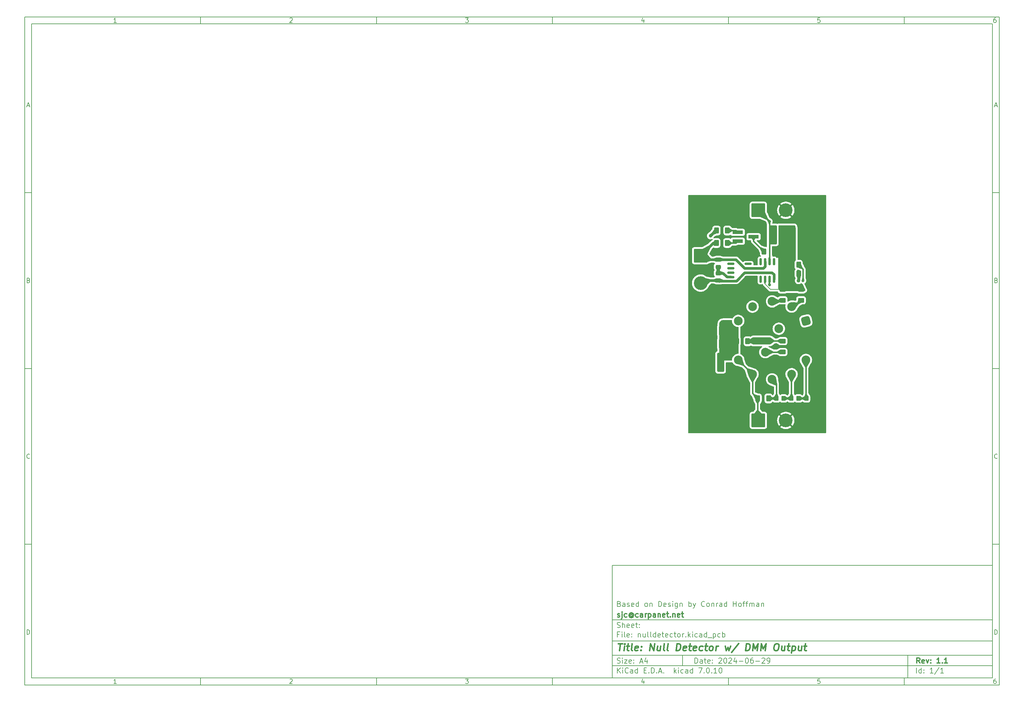
<source format=gbr>
%TF.GenerationSoftware,KiCad,Pcbnew,7.0.10*%
%TF.CreationDate,2024-07-02T22:36:03-04:00*%
%TF.ProjectId,nulldetector,6e756c6c-6465-4746-9563-746f722e6b69,1.1*%
%TF.SameCoordinates,Original*%
%TF.FileFunction,Copper,L1,Top*%
%TF.FilePolarity,Positive*%
%FSLAX46Y46*%
G04 Gerber Fmt 4.6, Leading zero omitted, Abs format (unit mm)*
G04 Created by KiCad (PCBNEW 7.0.10) date 2024-07-02 22:36:03*
%MOMM*%
%LPD*%
G01*
G04 APERTURE LIST*
G04 Aperture macros list*
%AMRoundRect*
0 Rectangle with rounded corners*
0 $1 Rounding radius*
0 $2 $3 $4 $5 $6 $7 $8 $9 X,Y pos of 4 corners*
0 Add a 4 corners polygon primitive as box body*
4,1,4,$2,$3,$4,$5,$6,$7,$8,$9,$2,$3,0*
0 Add four circle primitives for the rounded corners*
1,1,$1+$1,$2,$3*
1,1,$1+$1,$4,$5*
1,1,$1+$1,$6,$7*
1,1,$1+$1,$8,$9*
0 Add four rect primitives between the rounded corners*
20,1,$1+$1,$2,$3,$4,$5,0*
20,1,$1+$1,$4,$5,$6,$7,0*
20,1,$1+$1,$6,$7,$8,$9,0*
20,1,$1+$1,$8,$9,$2,$3,0*%
G04 Aperture macros list end*
%ADD10C,0.100000*%
%ADD11C,0.150000*%
%ADD12C,0.300000*%
%ADD13C,0.400000*%
%TA.AperFunction,ComponentPad*%
%ADD14RoundRect,0.250002X-1.699998X-1.699998X1.699998X-1.699998X1.699998X1.699998X-1.699998X1.699998X0*%
%TD*%
%TA.AperFunction,ComponentPad*%
%ADD15C,3.900000*%
%TD*%
%TA.AperFunction,SMDPad,CuDef*%
%ADD16RoundRect,0.250000X0.400000X0.625000X-0.400000X0.625000X-0.400000X-0.625000X0.400000X-0.625000X0*%
%TD*%
%TA.AperFunction,SMDPad,CuDef*%
%ADD17RoundRect,0.250000X0.625000X-0.400000X0.625000X0.400000X-0.625000X0.400000X-0.625000X-0.400000X0*%
%TD*%
%TA.AperFunction,SMDPad,CuDef*%
%ADD18RoundRect,0.250000X-0.400000X-0.625000X0.400000X-0.625000X0.400000X0.625000X-0.400000X0.625000X0*%
%TD*%
%TA.AperFunction,SMDPad,CuDef*%
%ADD19RoundRect,0.150000X0.150000X-0.825000X0.150000X0.825000X-0.150000X0.825000X-0.150000X-0.825000X0*%
%TD*%
%TA.AperFunction,SMDPad,CuDef*%
%ADD20RoundRect,0.249999X0.737501X2.450001X-0.737501X2.450001X-0.737501X-2.450001X0.737501X-2.450001X0*%
%TD*%
%TA.AperFunction,SMDPad,CuDef*%
%ADD21R,3.000000X1.000000*%
%TD*%
%TA.AperFunction,SMDPad,CuDef*%
%ADD22RoundRect,0.249999X2.450001X-0.737501X2.450001X0.737501X-2.450001X0.737501X-2.450001X-0.737501X0*%
%TD*%
%TA.AperFunction,SMDPad,CuDef*%
%ADD23RoundRect,0.250000X-0.350000X-0.450000X0.350000X-0.450000X0.350000X0.450000X-0.350000X0.450000X0*%
%TD*%
%TA.AperFunction,SMDPad,CuDef*%
%ADD24RoundRect,0.250000X-0.475000X0.337500X-0.475000X-0.337500X0.475000X-0.337500X0.475000X0.337500X0*%
%TD*%
%TA.AperFunction,SMDPad,CuDef*%
%ADD25RoundRect,0.150000X0.825000X0.150000X-0.825000X0.150000X-0.825000X-0.150000X0.825000X-0.150000X0*%
%TD*%
%TA.AperFunction,ComponentPad*%
%ADD26RoundRect,0.250002X-1.699998X1.699998X-1.699998X-1.699998X1.699998X-1.699998X1.699998X1.699998X0*%
%TD*%
%TA.AperFunction,SMDPad,CuDef*%
%ADD27RoundRect,0.250000X-0.500000X-1.100000X0.500000X-1.100000X0.500000X1.100000X-0.500000X1.100000X0*%
%TD*%
%TA.AperFunction,SMDPad,CuDef*%
%ADD28RoundRect,0.250000X0.500000X1.100000X-0.500000X1.100000X-0.500000X-1.100000X0.500000X-1.100000X0*%
%TD*%
%TA.AperFunction,ComponentPad*%
%ADD29RoundRect,0.625000X0.441942X0.765466X-0.765466X0.441942X-0.441942X-0.765466X0.765466X-0.441942X0*%
%TD*%
%TA.AperFunction,ComponentPad*%
%ADD30C,2.500000*%
%TD*%
%TA.AperFunction,ViaPad*%
%ADD31C,1.000000*%
%TD*%
%TA.AperFunction,ViaPad*%
%ADD32C,0.800000*%
%TD*%
%TA.AperFunction,Conductor*%
%ADD33C,0.750000*%
%TD*%
%TA.AperFunction,Conductor*%
%ADD34C,0.400000*%
%TD*%
%TA.AperFunction,Conductor*%
%ADD35C,0.200000*%
%TD*%
G04 APERTURE END LIST*
D10*
D11*
X177002200Y-166007200D02*
X285002200Y-166007200D01*
X285002200Y-198007200D01*
X177002200Y-198007200D01*
X177002200Y-166007200D01*
D10*
D11*
X10000000Y-10000000D02*
X287002200Y-10000000D01*
X287002200Y-200007200D01*
X10000000Y-200007200D01*
X10000000Y-10000000D01*
D10*
D11*
X12000000Y-12000000D02*
X285002200Y-12000000D01*
X285002200Y-198007200D01*
X12000000Y-198007200D01*
X12000000Y-12000000D01*
D10*
D11*
X60000000Y-12000000D02*
X60000000Y-10000000D01*
D10*
D11*
X110000000Y-12000000D02*
X110000000Y-10000000D01*
D10*
D11*
X160000000Y-12000000D02*
X160000000Y-10000000D01*
D10*
D11*
X210000000Y-12000000D02*
X210000000Y-10000000D01*
D10*
D11*
X260000000Y-12000000D02*
X260000000Y-10000000D01*
D10*
D11*
X36089160Y-11593604D02*
X35346303Y-11593604D01*
X35717731Y-11593604D02*
X35717731Y-10293604D01*
X35717731Y-10293604D02*
X35593922Y-10479319D01*
X35593922Y-10479319D02*
X35470112Y-10603128D01*
X35470112Y-10603128D02*
X35346303Y-10665033D01*
D10*
D11*
X85346303Y-10417414D02*
X85408207Y-10355509D01*
X85408207Y-10355509D02*
X85532017Y-10293604D01*
X85532017Y-10293604D02*
X85841541Y-10293604D01*
X85841541Y-10293604D02*
X85965350Y-10355509D01*
X85965350Y-10355509D02*
X86027255Y-10417414D01*
X86027255Y-10417414D02*
X86089160Y-10541223D01*
X86089160Y-10541223D02*
X86089160Y-10665033D01*
X86089160Y-10665033D02*
X86027255Y-10850747D01*
X86027255Y-10850747D02*
X85284398Y-11593604D01*
X85284398Y-11593604D02*
X86089160Y-11593604D01*
D10*
D11*
X135284398Y-10293604D02*
X136089160Y-10293604D01*
X136089160Y-10293604D02*
X135655826Y-10788842D01*
X135655826Y-10788842D02*
X135841541Y-10788842D01*
X135841541Y-10788842D02*
X135965350Y-10850747D01*
X135965350Y-10850747D02*
X136027255Y-10912652D01*
X136027255Y-10912652D02*
X136089160Y-11036461D01*
X136089160Y-11036461D02*
X136089160Y-11345985D01*
X136089160Y-11345985D02*
X136027255Y-11469795D01*
X136027255Y-11469795D02*
X135965350Y-11531700D01*
X135965350Y-11531700D02*
X135841541Y-11593604D01*
X135841541Y-11593604D02*
X135470112Y-11593604D01*
X135470112Y-11593604D02*
X135346303Y-11531700D01*
X135346303Y-11531700D02*
X135284398Y-11469795D01*
D10*
D11*
X185965350Y-10726938D02*
X185965350Y-11593604D01*
X185655826Y-10231700D02*
X185346303Y-11160271D01*
X185346303Y-11160271D02*
X186151064Y-11160271D01*
D10*
D11*
X236027255Y-10293604D02*
X235408207Y-10293604D01*
X235408207Y-10293604D02*
X235346303Y-10912652D01*
X235346303Y-10912652D02*
X235408207Y-10850747D01*
X235408207Y-10850747D02*
X235532017Y-10788842D01*
X235532017Y-10788842D02*
X235841541Y-10788842D01*
X235841541Y-10788842D02*
X235965350Y-10850747D01*
X235965350Y-10850747D02*
X236027255Y-10912652D01*
X236027255Y-10912652D02*
X236089160Y-11036461D01*
X236089160Y-11036461D02*
X236089160Y-11345985D01*
X236089160Y-11345985D02*
X236027255Y-11469795D01*
X236027255Y-11469795D02*
X235965350Y-11531700D01*
X235965350Y-11531700D02*
X235841541Y-11593604D01*
X235841541Y-11593604D02*
X235532017Y-11593604D01*
X235532017Y-11593604D02*
X235408207Y-11531700D01*
X235408207Y-11531700D02*
X235346303Y-11469795D01*
D10*
D11*
X285965350Y-10293604D02*
X285717731Y-10293604D01*
X285717731Y-10293604D02*
X285593922Y-10355509D01*
X285593922Y-10355509D02*
X285532017Y-10417414D01*
X285532017Y-10417414D02*
X285408207Y-10603128D01*
X285408207Y-10603128D02*
X285346303Y-10850747D01*
X285346303Y-10850747D02*
X285346303Y-11345985D01*
X285346303Y-11345985D02*
X285408207Y-11469795D01*
X285408207Y-11469795D02*
X285470112Y-11531700D01*
X285470112Y-11531700D02*
X285593922Y-11593604D01*
X285593922Y-11593604D02*
X285841541Y-11593604D01*
X285841541Y-11593604D02*
X285965350Y-11531700D01*
X285965350Y-11531700D02*
X286027255Y-11469795D01*
X286027255Y-11469795D02*
X286089160Y-11345985D01*
X286089160Y-11345985D02*
X286089160Y-11036461D01*
X286089160Y-11036461D02*
X286027255Y-10912652D01*
X286027255Y-10912652D02*
X285965350Y-10850747D01*
X285965350Y-10850747D02*
X285841541Y-10788842D01*
X285841541Y-10788842D02*
X285593922Y-10788842D01*
X285593922Y-10788842D02*
X285470112Y-10850747D01*
X285470112Y-10850747D02*
X285408207Y-10912652D01*
X285408207Y-10912652D02*
X285346303Y-11036461D01*
D10*
D11*
X60000000Y-198007200D02*
X60000000Y-200007200D01*
D10*
D11*
X110000000Y-198007200D02*
X110000000Y-200007200D01*
D10*
D11*
X160000000Y-198007200D02*
X160000000Y-200007200D01*
D10*
D11*
X210000000Y-198007200D02*
X210000000Y-200007200D01*
D10*
D11*
X260000000Y-198007200D02*
X260000000Y-200007200D01*
D10*
D11*
X36089160Y-199600804D02*
X35346303Y-199600804D01*
X35717731Y-199600804D02*
X35717731Y-198300804D01*
X35717731Y-198300804D02*
X35593922Y-198486519D01*
X35593922Y-198486519D02*
X35470112Y-198610328D01*
X35470112Y-198610328D02*
X35346303Y-198672233D01*
D10*
D11*
X85346303Y-198424614D02*
X85408207Y-198362709D01*
X85408207Y-198362709D02*
X85532017Y-198300804D01*
X85532017Y-198300804D02*
X85841541Y-198300804D01*
X85841541Y-198300804D02*
X85965350Y-198362709D01*
X85965350Y-198362709D02*
X86027255Y-198424614D01*
X86027255Y-198424614D02*
X86089160Y-198548423D01*
X86089160Y-198548423D02*
X86089160Y-198672233D01*
X86089160Y-198672233D02*
X86027255Y-198857947D01*
X86027255Y-198857947D02*
X85284398Y-199600804D01*
X85284398Y-199600804D02*
X86089160Y-199600804D01*
D10*
D11*
X135284398Y-198300804D02*
X136089160Y-198300804D01*
X136089160Y-198300804D02*
X135655826Y-198796042D01*
X135655826Y-198796042D02*
X135841541Y-198796042D01*
X135841541Y-198796042D02*
X135965350Y-198857947D01*
X135965350Y-198857947D02*
X136027255Y-198919852D01*
X136027255Y-198919852D02*
X136089160Y-199043661D01*
X136089160Y-199043661D02*
X136089160Y-199353185D01*
X136089160Y-199353185D02*
X136027255Y-199476995D01*
X136027255Y-199476995D02*
X135965350Y-199538900D01*
X135965350Y-199538900D02*
X135841541Y-199600804D01*
X135841541Y-199600804D02*
X135470112Y-199600804D01*
X135470112Y-199600804D02*
X135346303Y-199538900D01*
X135346303Y-199538900D02*
X135284398Y-199476995D01*
D10*
D11*
X185965350Y-198734138D02*
X185965350Y-199600804D01*
X185655826Y-198238900D02*
X185346303Y-199167471D01*
X185346303Y-199167471D02*
X186151064Y-199167471D01*
D10*
D11*
X236027255Y-198300804D02*
X235408207Y-198300804D01*
X235408207Y-198300804D02*
X235346303Y-198919852D01*
X235346303Y-198919852D02*
X235408207Y-198857947D01*
X235408207Y-198857947D02*
X235532017Y-198796042D01*
X235532017Y-198796042D02*
X235841541Y-198796042D01*
X235841541Y-198796042D02*
X235965350Y-198857947D01*
X235965350Y-198857947D02*
X236027255Y-198919852D01*
X236027255Y-198919852D02*
X236089160Y-199043661D01*
X236089160Y-199043661D02*
X236089160Y-199353185D01*
X236089160Y-199353185D02*
X236027255Y-199476995D01*
X236027255Y-199476995D02*
X235965350Y-199538900D01*
X235965350Y-199538900D02*
X235841541Y-199600804D01*
X235841541Y-199600804D02*
X235532017Y-199600804D01*
X235532017Y-199600804D02*
X235408207Y-199538900D01*
X235408207Y-199538900D02*
X235346303Y-199476995D01*
D10*
D11*
X285965350Y-198300804D02*
X285717731Y-198300804D01*
X285717731Y-198300804D02*
X285593922Y-198362709D01*
X285593922Y-198362709D02*
X285532017Y-198424614D01*
X285532017Y-198424614D02*
X285408207Y-198610328D01*
X285408207Y-198610328D02*
X285346303Y-198857947D01*
X285346303Y-198857947D02*
X285346303Y-199353185D01*
X285346303Y-199353185D02*
X285408207Y-199476995D01*
X285408207Y-199476995D02*
X285470112Y-199538900D01*
X285470112Y-199538900D02*
X285593922Y-199600804D01*
X285593922Y-199600804D02*
X285841541Y-199600804D01*
X285841541Y-199600804D02*
X285965350Y-199538900D01*
X285965350Y-199538900D02*
X286027255Y-199476995D01*
X286027255Y-199476995D02*
X286089160Y-199353185D01*
X286089160Y-199353185D02*
X286089160Y-199043661D01*
X286089160Y-199043661D02*
X286027255Y-198919852D01*
X286027255Y-198919852D02*
X285965350Y-198857947D01*
X285965350Y-198857947D02*
X285841541Y-198796042D01*
X285841541Y-198796042D02*
X285593922Y-198796042D01*
X285593922Y-198796042D02*
X285470112Y-198857947D01*
X285470112Y-198857947D02*
X285408207Y-198919852D01*
X285408207Y-198919852D02*
X285346303Y-199043661D01*
D10*
D11*
X10000000Y-60000000D02*
X12000000Y-60000000D01*
D10*
D11*
X10000000Y-110000000D02*
X12000000Y-110000000D01*
D10*
D11*
X10000000Y-160000000D02*
X12000000Y-160000000D01*
D10*
D11*
X10690476Y-35222176D02*
X11309523Y-35222176D01*
X10566666Y-35593604D02*
X10999999Y-34293604D01*
X10999999Y-34293604D02*
X11433333Y-35593604D01*
D10*
D11*
X11092857Y-84912652D02*
X11278571Y-84974557D01*
X11278571Y-84974557D02*
X11340476Y-85036461D01*
X11340476Y-85036461D02*
X11402380Y-85160271D01*
X11402380Y-85160271D02*
X11402380Y-85345985D01*
X11402380Y-85345985D02*
X11340476Y-85469795D01*
X11340476Y-85469795D02*
X11278571Y-85531700D01*
X11278571Y-85531700D02*
X11154761Y-85593604D01*
X11154761Y-85593604D02*
X10659523Y-85593604D01*
X10659523Y-85593604D02*
X10659523Y-84293604D01*
X10659523Y-84293604D02*
X11092857Y-84293604D01*
X11092857Y-84293604D02*
X11216666Y-84355509D01*
X11216666Y-84355509D02*
X11278571Y-84417414D01*
X11278571Y-84417414D02*
X11340476Y-84541223D01*
X11340476Y-84541223D02*
X11340476Y-84665033D01*
X11340476Y-84665033D02*
X11278571Y-84788842D01*
X11278571Y-84788842D02*
X11216666Y-84850747D01*
X11216666Y-84850747D02*
X11092857Y-84912652D01*
X11092857Y-84912652D02*
X10659523Y-84912652D01*
D10*
D11*
X11402380Y-135469795D02*
X11340476Y-135531700D01*
X11340476Y-135531700D02*
X11154761Y-135593604D01*
X11154761Y-135593604D02*
X11030952Y-135593604D01*
X11030952Y-135593604D02*
X10845238Y-135531700D01*
X10845238Y-135531700D02*
X10721428Y-135407890D01*
X10721428Y-135407890D02*
X10659523Y-135284080D01*
X10659523Y-135284080D02*
X10597619Y-135036461D01*
X10597619Y-135036461D02*
X10597619Y-134850747D01*
X10597619Y-134850747D02*
X10659523Y-134603128D01*
X10659523Y-134603128D02*
X10721428Y-134479319D01*
X10721428Y-134479319D02*
X10845238Y-134355509D01*
X10845238Y-134355509D02*
X11030952Y-134293604D01*
X11030952Y-134293604D02*
X11154761Y-134293604D01*
X11154761Y-134293604D02*
X11340476Y-134355509D01*
X11340476Y-134355509D02*
X11402380Y-134417414D01*
D10*
D11*
X10659523Y-185593604D02*
X10659523Y-184293604D01*
X10659523Y-184293604D02*
X10969047Y-184293604D01*
X10969047Y-184293604D02*
X11154761Y-184355509D01*
X11154761Y-184355509D02*
X11278571Y-184479319D01*
X11278571Y-184479319D02*
X11340476Y-184603128D01*
X11340476Y-184603128D02*
X11402380Y-184850747D01*
X11402380Y-184850747D02*
X11402380Y-185036461D01*
X11402380Y-185036461D02*
X11340476Y-185284080D01*
X11340476Y-185284080D02*
X11278571Y-185407890D01*
X11278571Y-185407890D02*
X11154761Y-185531700D01*
X11154761Y-185531700D02*
X10969047Y-185593604D01*
X10969047Y-185593604D02*
X10659523Y-185593604D01*
D10*
D11*
X287002200Y-60000000D02*
X285002200Y-60000000D01*
D10*
D11*
X287002200Y-110000000D02*
X285002200Y-110000000D01*
D10*
D11*
X287002200Y-160000000D02*
X285002200Y-160000000D01*
D10*
D11*
X285692676Y-35222176D02*
X286311723Y-35222176D01*
X285568866Y-35593604D02*
X286002199Y-34293604D01*
X286002199Y-34293604D02*
X286435533Y-35593604D01*
D10*
D11*
X286095057Y-84912652D02*
X286280771Y-84974557D01*
X286280771Y-84974557D02*
X286342676Y-85036461D01*
X286342676Y-85036461D02*
X286404580Y-85160271D01*
X286404580Y-85160271D02*
X286404580Y-85345985D01*
X286404580Y-85345985D02*
X286342676Y-85469795D01*
X286342676Y-85469795D02*
X286280771Y-85531700D01*
X286280771Y-85531700D02*
X286156961Y-85593604D01*
X286156961Y-85593604D02*
X285661723Y-85593604D01*
X285661723Y-85593604D02*
X285661723Y-84293604D01*
X285661723Y-84293604D02*
X286095057Y-84293604D01*
X286095057Y-84293604D02*
X286218866Y-84355509D01*
X286218866Y-84355509D02*
X286280771Y-84417414D01*
X286280771Y-84417414D02*
X286342676Y-84541223D01*
X286342676Y-84541223D02*
X286342676Y-84665033D01*
X286342676Y-84665033D02*
X286280771Y-84788842D01*
X286280771Y-84788842D02*
X286218866Y-84850747D01*
X286218866Y-84850747D02*
X286095057Y-84912652D01*
X286095057Y-84912652D02*
X285661723Y-84912652D01*
D10*
D11*
X286404580Y-135469795D02*
X286342676Y-135531700D01*
X286342676Y-135531700D02*
X286156961Y-135593604D01*
X286156961Y-135593604D02*
X286033152Y-135593604D01*
X286033152Y-135593604D02*
X285847438Y-135531700D01*
X285847438Y-135531700D02*
X285723628Y-135407890D01*
X285723628Y-135407890D02*
X285661723Y-135284080D01*
X285661723Y-135284080D02*
X285599819Y-135036461D01*
X285599819Y-135036461D02*
X285599819Y-134850747D01*
X285599819Y-134850747D02*
X285661723Y-134603128D01*
X285661723Y-134603128D02*
X285723628Y-134479319D01*
X285723628Y-134479319D02*
X285847438Y-134355509D01*
X285847438Y-134355509D02*
X286033152Y-134293604D01*
X286033152Y-134293604D02*
X286156961Y-134293604D01*
X286156961Y-134293604D02*
X286342676Y-134355509D01*
X286342676Y-134355509D02*
X286404580Y-134417414D01*
D10*
D11*
X285661723Y-185593604D02*
X285661723Y-184293604D01*
X285661723Y-184293604D02*
X285971247Y-184293604D01*
X285971247Y-184293604D02*
X286156961Y-184355509D01*
X286156961Y-184355509D02*
X286280771Y-184479319D01*
X286280771Y-184479319D02*
X286342676Y-184603128D01*
X286342676Y-184603128D02*
X286404580Y-184850747D01*
X286404580Y-184850747D02*
X286404580Y-185036461D01*
X286404580Y-185036461D02*
X286342676Y-185284080D01*
X286342676Y-185284080D02*
X286280771Y-185407890D01*
X286280771Y-185407890D02*
X286156961Y-185531700D01*
X286156961Y-185531700D02*
X285971247Y-185593604D01*
X285971247Y-185593604D02*
X285661723Y-185593604D01*
D10*
D11*
X200458026Y-193793328D02*
X200458026Y-192293328D01*
X200458026Y-192293328D02*
X200815169Y-192293328D01*
X200815169Y-192293328D02*
X201029455Y-192364757D01*
X201029455Y-192364757D02*
X201172312Y-192507614D01*
X201172312Y-192507614D02*
X201243741Y-192650471D01*
X201243741Y-192650471D02*
X201315169Y-192936185D01*
X201315169Y-192936185D02*
X201315169Y-193150471D01*
X201315169Y-193150471D02*
X201243741Y-193436185D01*
X201243741Y-193436185D02*
X201172312Y-193579042D01*
X201172312Y-193579042D02*
X201029455Y-193721900D01*
X201029455Y-193721900D02*
X200815169Y-193793328D01*
X200815169Y-193793328D02*
X200458026Y-193793328D01*
X202600884Y-193793328D02*
X202600884Y-193007614D01*
X202600884Y-193007614D02*
X202529455Y-192864757D01*
X202529455Y-192864757D02*
X202386598Y-192793328D01*
X202386598Y-192793328D02*
X202100884Y-192793328D01*
X202100884Y-192793328D02*
X201958026Y-192864757D01*
X202600884Y-193721900D02*
X202458026Y-193793328D01*
X202458026Y-193793328D02*
X202100884Y-193793328D01*
X202100884Y-193793328D02*
X201958026Y-193721900D01*
X201958026Y-193721900D02*
X201886598Y-193579042D01*
X201886598Y-193579042D02*
X201886598Y-193436185D01*
X201886598Y-193436185D02*
X201958026Y-193293328D01*
X201958026Y-193293328D02*
X202100884Y-193221900D01*
X202100884Y-193221900D02*
X202458026Y-193221900D01*
X202458026Y-193221900D02*
X202600884Y-193150471D01*
X203100884Y-192793328D02*
X203672312Y-192793328D01*
X203315169Y-192293328D02*
X203315169Y-193579042D01*
X203315169Y-193579042D02*
X203386598Y-193721900D01*
X203386598Y-193721900D02*
X203529455Y-193793328D01*
X203529455Y-193793328D02*
X203672312Y-193793328D01*
X204743741Y-193721900D02*
X204600884Y-193793328D01*
X204600884Y-193793328D02*
X204315170Y-193793328D01*
X204315170Y-193793328D02*
X204172312Y-193721900D01*
X204172312Y-193721900D02*
X204100884Y-193579042D01*
X204100884Y-193579042D02*
X204100884Y-193007614D01*
X204100884Y-193007614D02*
X204172312Y-192864757D01*
X204172312Y-192864757D02*
X204315170Y-192793328D01*
X204315170Y-192793328D02*
X204600884Y-192793328D01*
X204600884Y-192793328D02*
X204743741Y-192864757D01*
X204743741Y-192864757D02*
X204815170Y-193007614D01*
X204815170Y-193007614D02*
X204815170Y-193150471D01*
X204815170Y-193150471D02*
X204100884Y-193293328D01*
X205458026Y-193650471D02*
X205529455Y-193721900D01*
X205529455Y-193721900D02*
X205458026Y-193793328D01*
X205458026Y-193793328D02*
X205386598Y-193721900D01*
X205386598Y-193721900D02*
X205458026Y-193650471D01*
X205458026Y-193650471D02*
X205458026Y-193793328D01*
X205458026Y-192864757D02*
X205529455Y-192936185D01*
X205529455Y-192936185D02*
X205458026Y-193007614D01*
X205458026Y-193007614D02*
X205386598Y-192936185D01*
X205386598Y-192936185D02*
X205458026Y-192864757D01*
X205458026Y-192864757D02*
X205458026Y-193007614D01*
X207243741Y-192436185D02*
X207315169Y-192364757D01*
X207315169Y-192364757D02*
X207458027Y-192293328D01*
X207458027Y-192293328D02*
X207815169Y-192293328D01*
X207815169Y-192293328D02*
X207958027Y-192364757D01*
X207958027Y-192364757D02*
X208029455Y-192436185D01*
X208029455Y-192436185D02*
X208100884Y-192579042D01*
X208100884Y-192579042D02*
X208100884Y-192721900D01*
X208100884Y-192721900D02*
X208029455Y-192936185D01*
X208029455Y-192936185D02*
X207172312Y-193793328D01*
X207172312Y-193793328D02*
X208100884Y-193793328D01*
X209029455Y-192293328D02*
X209172312Y-192293328D01*
X209172312Y-192293328D02*
X209315169Y-192364757D01*
X209315169Y-192364757D02*
X209386598Y-192436185D01*
X209386598Y-192436185D02*
X209458026Y-192579042D01*
X209458026Y-192579042D02*
X209529455Y-192864757D01*
X209529455Y-192864757D02*
X209529455Y-193221900D01*
X209529455Y-193221900D02*
X209458026Y-193507614D01*
X209458026Y-193507614D02*
X209386598Y-193650471D01*
X209386598Y-193650471D02*
X209315169Y-193721900D01*
X209315169Y-193721900D02*
X209172312Y-193793328D01*
X209172312Y-193793328D02*
X209029455Y-193793328D01*
X209029455Y-193793328D02*
X208886598Y-193721900D01*
X208886598Y-193721900D02*
X208815169Y-193650471D01*
X208815169Y-193650471D02*
X208743740Y-193507614D01*
X208743740Y-193507614D02*
X208672312Y-193221900D01*
X208672312Y-193221900D02*
X208672312Y-192864757D01*
X208672312Y-192864757D02*
X208743740Y-192579042D01*
X208743740Y-192579042D02*
X208815169Y-192436185D01*
X208815169Y-192436185D02*
X208886598Y-192364757D01*
X208886598Y-192364757D02*
X209029455Y-192293328D01*
X210100883Y-192436185D02*
X210172311Y-192364757D01*
X210172311Y-192364757D02*
X210315169Y-192293328D01*
X210315169Y-192293328D02*
X210672311Y-192293328D01*
X210672311Y-192293328D02*
X210815169Y-192364757D01*
X210815169Y-192364757D02*
X210886597Y-192436185D01*
X210886597Y-192436185D02*
X210958026Y-192579042D01*
X210958026Y-192579042D02*
X210958026Y-192721900D01*
X210958026Y-192721900D02*
X210886597Y-192936185D01*
X210886597Y-192936185D02*
X210029454Y-193793328D01*
X210029454Y-193793328D02*
X210958026Y-193793328D01*
X212243740Y-192793328D02*
X212243740Y-193793328D01*
X211886597Y-192221900D02*
X211529454Y-193293328D01*
X211529454Y-193293328D02*
X212458025Y-193293328D01*
X213029453Y-193221900D02*
X214172311Y-193221900D01*
X215172311Y-192293328D02*
X215315168Y-192293328D01*
X215315168Y-192293328D02*
X215458025Y-192364757D01*
X215458025Y-192364757D02*
X215529454Y-192436185D01*
X215529454Y-192436185D02*
X215600882Y-192579042D01*
X215600882Y-192579042D02*
X215672311Y-192864757D01*
X215672311Y-192864757D02*
X215672311Y-193221900D01*
X215672311Y-193221900D02*
X215600882Y-193507614D01*
X215600882Y-193507614D02*
X215529454Y-193650471D01*
X215529454Y-193650471D02*
X215458025Y-193721900D01*
X215458025Y-193721900D02*
X215315168Y-193793328D01*
X215315168Y-193793328D02*
X215172311Y-193793328D01*
X215172311Y-193793328D02*
X215029454Y-193721900D01*
X215029454Y-193721900D02*
X214958025Y-193650471D01*
X214958025Y-193650471D02*
X214886596Y-193507614D01*
X214886596Y-193507614D02*
X214815168Y-193221900D01*
X214815168Y-193221900D02*
X214815168Y-192864757D01*
X214815168Y-192864757D02*
X214886596Y-192579042D01*
X214886596Y-192579042D02*
X214958025Y-192436185D01*
X214958025Y-192436185D02*
X215029454Y-192364757D01*
X215029454Y-192364757D02*
X215172311Y-192293328D01*
X216958025Y-192293328D02*
X216672310Y-192293328D01*
X216672310Y-192293328D02*
X216529453Y-192364757D01*
X216529453Y-192364757D02*
X216458025Y-192436185D01*
X216458025Y-192436185D02*
X216315167Y-192650471D01*
X216315167Y-192650471D02*
X216243739Y-192936185D01*
X216243739Y-192936185D02*
X216243739Y-193507614D01*
X216243739Y-193507614D02*
X216315167Y-193650471D01*
X216315167Y-193650471D02*
X216386596Y-193721900D01*
X216386596Y-193721900D02*
X216529453Y-193793328D01*
X216529453Y-193793328D02*
X216815167Y-193793328D01*
X216815167Y-193793328D02*
X216958025Y-193721900D01*
X216958025Y-193721900D02*
X217029453Y-193650471D01*
X217029453Y-193650471D02*
X217100882Y-193507614D01*
X217100882Y-193507614D02*
X217100882Y-193150471D01*
X217100882Y-193150471D02*
X217029453Y-193007614D01*
X217029453Y-193007614D02*
X216958025Y-192936185D01*
X216958025Y-192936185D02*
X216815167Y-192864757D01*
X216815167Y-192864757D02*
X216529453Y-192864757D01*
X216529453Y-192864757D02*
X216386596Y-192936185D01*
X216386596Y-192936185D02*
X216315167Y-193007614D01*
X216315167Y-193007614D02*
X216243739Y-193150471D01*
X217743738Y-193221900D02*
X218886596Y-193221900D01*
X219529453Y-192436185D02*
X219600881Y-192364757D01*
X219600881Y-192364757D02*
X219743739Y-192293328D01*
X219743739Y-192293328D02*
X220100881Y-192293328D01*
X220100881Y-192293328D02*
X220243739Y-192364757D01*
X220243739Y-192364757D02*
X220315167Y-192436185D01*
X220315167Y-192436185D02*
X220386596Y-192579042D01*
X220386596Y-192579042D02*
X220386596Y-192721900D01*
X220386596Y-192721900D02*
X220315167Y-192936185D01*
X220315167Y-192936185D02*
X219458024Y-193793328D01*
X219458024Y-193793328D02*
X220386596Y-193793328D01*
X221100881Y-193793328D02*
X221386595Y-193793328D01*
X221386595Y-193793328D02*
X221529452Y-193721900D01*
X221529452Y-193721900D02*
X221600881Y-193650471D01*
X221600881Y-193650471D02*
X221743738Y-193436185D01*
X221743738Y-193436185D02*
X221815167Y-193150471D01*
X221815167Y-193150471D02*
X221815167Y-192579042D01*
X221815167Y-192579042D02*
X221743738Y-192436185D01*
X221743738Y-192436185D02*
X221672310Y-192364757D01*
X221672310Y-192364757D02*
X221529452Y-192293328D01*
X221529452Y-192293328D02*
X221243738Y-192293328D01*
X221243738Y-192293328D02*
X221100881Y-192364757D01*
X221100881Y-192364757D02*
X221029452Y-192436185D01*
X221029452Y-192436185D02*
X220958024Y-192579042D01*
X220958024Y-192579042D02*
X220958024Y-192936185D01*
X220958024Y-192936185D02*
X221029452Y-193079042D01*
X221029452Y-193079042D02*
X221100881Y-193150471D01*
X221100881Y-193150471D02*
X221243738Y-193221900D01*
X221243738Y-193221900D02*
X221529452Y-193221900D01*
X221529452Y-193221900D02*
X221672310Y-193150471D01*
X221672310Y-193150471D02*
X221743738Y-193079042D01*
X221743738Y-193079042D02*
X221815167Y-192936185D01*
D10*
D11*
X177002200Y-194507200D02*
X285002200Y-194507200D01*
D10*
D11*
X178458026Y-196593328D02*
X178458026Y-195093328D01*
X179315169Y-196593328D02*
X178672312Y-195736185D01*
X179315169Y-195093328D02*
X178458026Y-195950471D01*
X179958026Y-196593328D02*
X179958026Y-195593328D01*
X179958026Y-195093328D02*
X179886598Y-195164757D01*
X179886598Y-195164757D02*
X179958026Y-195236185D01*
X179958026Y-195236185D02*
X180029455Y-195164757D01*
X180029455Y-195164757D02*
X179958026Y-195093328D01*
X179958026Y-195093328D02*
X179958026Y-195236185D01*
X181529455Y-196450471D02*
X181458027Y-196521900D01*
X181458027Y-196521900D02*
X181243741Y-196593328D01*
X181243741Y-196593328D02*
X181100884Y-196593328D01*
X181100884Y-196593328D02*
X180886598Y-196521900D01*
X180886598Y-196521900D02*
X180743741Y-196379042D01*
X180743741Y-196379042D02*
X180672312Y-196236185D01*
X180672312Y-196236185D02*
X180600884Y-195950471D01*
X180600884Y-195950471D02*
X180600884Y-195736185D01*
X180600884Y-195736185D02*
X180672312Y-195450471D01*
X180672312Y-195450471D02*
X180743741Y-195307614D01*
X180743741Y-195307614D02*
X180886598Y-195164757D01*
X180886598Y-195164757D02*
X181100884Y-195093328D01*
X181100884Y-195093328D02*
X181243741Y-195093328D01*
X181243741Y-195093328D02*
X181458027Y-195164757D01*
X181458027Y-195164757D02*
X181529455Y-195236185D01*
X182815170Y-196593328D02*
X182815170Y-195807614D01*
X182815170Y-195807614D02*
X182743741Y-195664757D01*
X182743741Y-195664757D02*
X182600884Y-195593328D01*
X182600884Y-195593328D02*
X182315170Y-195593328D01*
X182315170Y-195593328D02*
X182172312Y-195664757D01*
X182815170Y-196521900D02*
X182672312Y-196593328D01*
X182672312Y-196593328D02*
X182315170Y-196593328D01*
X182315170Y-196593328D02*
X182172312Y-196521900D01*
X182172312Y-196521900D02*
X182100884Y-196379042D01*
X182100884Y-196379042D02*
X182100884Y-196236185D01*
X182100884Y-196236185D02*
X182172312Y-196093328D01*
X182172312Y-196093328D02*
X182315170Y-196021900D01*
X182315170Y-196021900D02*
X182672312Y-196021900D01*
X182672312Y-196021900D02*
X182815170Y-195950471D01*
X184172313Y-196593328D02*
X184172313Y-195093328D01*
X184172313Y-196521900D02*
X184029455Y-196593328D01*
X184029455Y-196593328D02*
X183743741Y-196593328D01*
X183743741Y-196593328D02*
X183600884Y-196521900D01*
X183600884Y-196521900D02*
X183529455Y-196450471D01*
X183529455Y-196450471D02*
X183458027Y-196307614D01*
X183458027Y-196307614D02*
X183458027Y-195879042D01*
X183458027Y-195879042D02*
X183529455Y-195736185D01*
X183529455Y-195736185D02*
X183600884Y-195664757D01*
X183600884Y-195664757D02*
X183743741Y-195593328D01*
X183743741Y-195593328D02*
X184029455Y-195593328D01*
X184029455Y-195593328D02*
X184172313Y-195664757D01*
X186029455Y-195807614D02*
X186529455Y-195807614D01*
X186743741Y-196593328D02*
X186029455Y-196593328D01*
X186029455Y-196593328D02*
X186029455Y-195093328D01*
X186029455Y-195093328D02*
X186743741Y-195093328D01*
X187386598Y-196450471D02*
X187458027Y-196521900D01*
X187458027Y-196521900D02*
X187386598Y-196593328D01*
X187386598Y-196593328D02*
X187315170Y-196521900D01*
X187315170Y-196521900D02*
X187386598Y-196450471D01*
X187386598Y-196450471D02*
X187386598Y-196593328D01*
X188100884Y-196593328D02*
X188100884Y-195093328D01*
X188100884Y-195093328D02*
X188458027Y-195093328D01*
X188458027Y-195093328D02*
X188672313Y-195164757D01*
X188672313Y-195164757D02*
X188815170Y-195307614D01*
X188815170Y-195307614D02*
X188886599Y-195450471D01*
X188886599Y-195450471D02*
X188958027Y-195736185D01*
X188958027Y-195736185D02*
X188958027Y-195950471D01*
X188958027Y-195950471D02*
X188886599Y-196236185D01*
X188886599Y-196236185D02*
X188815170Y-196379042D01*
X188815170Y-196379042D02*
X188672313Y-196521900D01*
X188672313Y-196521900D02*
X188458027Y-196593328D01*
X188458027Y-196593328D02*
X188100884Y-196593328D01*
X189600884Y-196450471D02*
X189672313Y-196521900D01*
X189672313Y-196521900D02*
X189600884Y-196593328D01*
X189600884Y-196593328D02*
X189529456Y-196521900D01*
X189529456Y-196521900D02*
X189600884Y-196450471D01*
X189600884Y-196450471D02*
X189600884Y-196593328D01*
X190243742Y-196164757D02*
X190958028Y-196164757D01*
X190100885Y-196593328D02*
X190600885Y-195093328D01*
X190600885Y-195093328D02*
X191100885Y-196593328D01*
X191600884Y-196450471D02*
X191672313Y-196521900D01*
X191672313Y-196521900D02*
X191600884Y-196593328D01*
X191600884Y-196593328D02*
X191529456Y-196521900D01*
X191529456Y-196521900D02*
X191600884Y-196450471D01*
X191600884Y-196450471D02*
X191600884Y-196593328D01*
X194600884Y-196593328D02*
X194600884Y-195093328D01*
X194743742Y-196021900D02*
X195172313Y-196593328D01*
X195172313Y-195593328D02*
X194600884Y-196164757D01*
X195815170Y-196593328D02*
X195815170Y-195593328D01*
X195815170Y-195093328D02*
X195743742Y-195164757D01*
X195743742Y-195164757D02*
X195815170Y-195236185D01*
X195815170Y-195236185D02*
X195886599Y-195164757D01*
X195886599Y-195164757D02*
X195815170Y-195093328D01*
X195815170Y-195093328D02*
X195815170Y-195236185D01*
X197172314Y-196521900D02*
X197029456Y-196593328D01*
X197029456Y-196593328D02*
X196743742Y-196593328D01*
X196743742Y-196593328D02*
X196600885Y-196521900D01*
X196600885Y-196521900D02*
X196529456Y-196450471D01*
X196529456Y-196450471D02*
X196458028Y-196307614D01*
X196458028Y-196307614D02*
X196458028Y-195879042D01*
X196458028Y-195879042D02*
X196529456Y-195736185D01*
X196529456Y-195736185D02*
X196600885Y-195664757D01*
X196600885Y-195664757D02*
X196743742Y-195593328D01*
X196743742Y-195593328D02*
X197029456Y-195593328D01*
X197029456Y-195593328D02*
X197172314Y-195664757D01*
X198458028Y-196593328D02*
X198458028Y-195807614D01*
X198458028Y-195807614D02*
X198386599Y-195664757D01*
X198386599Y-195664757D02*
X198243742Y-195593328D01*
X198243742Y-195593328D02*
X197958028Y-195593328D01*
X197958028Y-195593328D02*
X197815170Y-195664757D01*
X198458028Y-196521900D02*
X198315170Y-196593328D01*
X198315170Y-196593328D02*
X197958028Y-196593328D01*
X197958028Y-196593328D02*
X197815170Y-196521900D01*
X197815170Y-196521900D02*
X197743742Y-196379042D01*
X197743742Y-196379042D02*
X197743742Y-196236185D01*
X197743742Y-196236185D02*
X197815170Y-196093328D01*
X197815170Y-196093328D02*
X197958028Y-196021900D01*
X197958028Y-196021900D02*
X198315170Y-196021900D01*
X198315170Y-196021900D02*
X198458028Y-195950471D01*
X199815171Y-196593328D02*
X199815171Y-195093328D01*
X199815171Y-196521900D02*
X199672313Y-196593328D01*
X199672313Y-196593328D02*
X199386599Y-196593328D01*
X199386599Y-196593328D02*
X199243742Y-196521900D01*
X199243742Y-196521900D02*
X199172313Y-196450471D01*
X199172313Y-196450471D02*
X199100885Y-196307614D01*
X199100885Y-196307614D02*
X199100885Y-195879042D01*
X199100885Y-195879042D02*
X199172313Y-195736185D01*
X199172313Y-195736185D02*
X199243742Y-195664757D01*
X199243742Y-195664757D02*
X199386599Y-195593328D01*
X199386599Y-195593328D02*
X199672313Y-195593328D01*
X199672313Y-195593328D02*
X199815171Y-195664757D01*
X201529456Y-195093328D02*
X202529456Y-195093328D01*
X202529456Y-195093328D02*
X201886599Y-196593328D01*
X203100884Y-196450471D02*
X203172313Y-196521900D01*
X203172313Y-196521900D02*
X203100884Y-196593328D01*
X203100884Y-196593328D02*
X203029456Y-196521900D01*
X203029456Y-196521900D02*
X203100884Y-196450471D01*
X203100884Y-196450471D02*
X203100884Y-196593328D01*
X204100885Y-195093328D02*
X204243742Y-195093328D01*
X204243742Y-195093328D02*
X204386599Y-195164757D01*
X204386599Y-195164757D02*
X204458028Y-195236185D01*
X204458028Y-195236185D02*
X204529456Y-195379042D01*
X204529456Y-195379042D02*
X204600885Y-195664757D01*
X204600885Y-195664757D02*
X204600885Y-196021900D01*
X204600885Y-196021900D02*
X204529456Y-196307614D01*
X204529456Y-196307614D02*
X204458028Y-196450471D01*
X204458028Y-196450471D02*
X204386599Y-196521900D01*
X204386599Y-196521900D02*
X204243742Y-196593328D01*
X204243742Y-196593328D02*
X204100885Y-196593328D01*
X204100885Y-196593328D02*
X203958028Y-196521900D01*
X203958028Y-196521900D02*
X203886599Y-196450471D01*
X203886599Y-196450471D02*
X203815170Y-196307614D01*
X203815170Y-196307614D02*
X203743742Y-196021900D01*
X203743742Y-196021900D02*
X203743742Y-195664757D01*
X203743742Y-195664757D02*
X203815170Y-195379042D01*
X203815170Y-195379042D02*
X203886599Y-195236185D01*
X203886599Y-195236185D02*
X203958028Y-195164757D01*
X203958028Y-195164757D02*
X204100885Y-195093328D01*
X205243741Y-196450471D02*
X205315170Y-196521900D01*
X205315170Y-196521900D02*
X205243741Y-196593328D01*
X205243741Y-196593328D02*
X205172313Y-196521900D01*
X205172313Y-196521900D02*
X205243741Y-196450471D01*
X205243741Y-196450471D02*
X205243741Y-196593328D01*
X206743742Y-196593328D02*
X205886599Y-196593328D01*
X206315170Y-196593328D02*
X206315170Y-195093328D01*
X206315170Y-195093328D02*
X206172313Y-195307614D01*
X206172313Y-195307614D02*
X206029456Y-195450471D01*
X206029456Y-195450471D02*
X205886599Y-195521900D01*
X207672313Y-195093328D02*
X207815170Y-195093328D01*
X207815170Y-195093328D02*
X207958027Y-195164757D01*
X207958027Y-195164757D02*
X208029456Y-195236185D01*
X208029456Y-195236185D02*
X208100884Y-195379042D01*
X208100884Y-195379042D02*
X208172313Y-195664757D01*
X208172313Y-195664757D02*
X208172313Y-196021900D01*
X208172313Y-196021900D02*
X208100884Y-196307614D01*
X208100884Y-196307614D02*
X208029456Y-196450471D01*
X208029456Y-196450471D02*
X207958027Y-196521900D01*
X207958027Y-196521900D02*
X207815170Y-196593328D01*
X207815170Y-196593328D02*
X207672313Y-196593328D01*
X207672313Y-196593328D02*
X207529456Y-196521900D01*
X207529456Y-196521900D02*
X207458027Y-196450471D01*
X207458027Y-196450471D02*
X207386598Y-196307614D01*
X207386598Y-196307614D02*
X207315170Y-196021900D01*
X207315170Y-196021900D02*
X207315170Y-195664757D01*
X207315170Y-195664757D02*
X207386598Y-195379042D01*
X207386598Y-195379042D02*
X207458027Y-195236185D01*
X207458027Y-195236185D02*
X207529456Y-195164757D01*
X207529456Y-195164757D02*
X207672313Y-195093328D01*
D10*
D11*
X177002200Y-191507200D02*
X285002200Y-191507200D01*
D10*
D12*
X264413853Y-193785528D02*
X263913853Y-193071242D01*
X263556710Y-193785528D02*
X263556710Y-192285528D01*
X263556710Y-192285528D02*
X264128139Y-192285528D01*
X264128139Y-192285528D02*
X264270996Y-192356957D01*
X264270996Y-192356957D02*
X264342425Y-192428385D01*
X264342425Y-192428385D02*
X264413853Y-192571242D01*
X264413853Y-192571242D02*
X264413853Y-192785528D01*
X264413853Y-192785528D02*
X264342425Y-192928385D01*
X264342425Y-192928385D02*
X264270996Y-192999814D01*
X264270996Y-192999814D02*
X264128139Y-193071242D01*
X264128139Y-193071242D02*
X263556710Y-193071242D01*
X265628139Y-193714100D02*
X265485282Y-193785528D01*
X265485282Y-193785528D02*
X265199568Y-193785528D01*
X265199568Y-193785528D02*
X265056710Y-193714100D01*
X265056710Y-193714100D02*
X264985282Y-193571242D01*
X264985282Y-193571242D02*
X264985282Y-192999814D01*
X264985282Y-192999814D02*
X265056710Y-192856957D01*
X265056710Y-192856957D02*
X265199568Y-192785528D01*
X265199568Y-192785528D02*
X265485282Y-192785528D01*
X265485282Y-192785528D02*
X265628139Y-192856957D01*
X265628139Y-192856957D02*
X265699568Y-192999814D01*
X265699568Y-192999814D02*
X265699568Y-193142671D01*
X265699568Y-193142671D02*
X264985282Y-193285528D01*
X266199567Y-192785528D02*
X266556710Y-193785528D01*
X266556710Y-193785528D02*
X266913853Y-192785528D01*
X267485281Y-193642671D02*
X267556710Y-193714100D01*
X267556710Y-193714100D02*
X267485281Y-193785528D01*
X267485281Y-193785528D02*
X267413853Y-193714100D01*
X267413853Y-193714100D02*
X267485281Y-193642671D01*
X267485281Y-193642671D02*
X267485281Y-193785528D01*
X267485281Y-192856957D02*
X267556710Y-192928385D01*
X267556710Y-192928385D02*
X267485281Y-192999814D01*
X267485281Y-192999814D02*
X267413853Y-192928385D01*
X267413853Y-192928385D02*
X267485281Y-192856957D01*
X267485281Y-192856957D02*
X267485281Y-192999814D01*
X270128139Y-193785528D02*
X269270996Y-193785528D01*
X269699567Y-193785528D02*
X269699567Y-192285528D01*
X269699567Y-192285528D02*
X269556710Y-192499814D01*
X269556710Y-192499814D02*
X269413853Y-192642671D01*
X269413853Y-192642671D02*
X269270996Y-192714100D01*
X270770995Y-193642671D02*
X270842424Y-193714100D01*
X270842424Y-193714100D02*
X270770995Y-193785528D01*
X270770995Y-193785528D02*
X270699567Y-193714100D01*
X270699567Y-193714100D02*
X270770995Y-193642671D01*
X270770995Y-193642671D02*
X270770995Y-193785528D01*
X272270996Y-193785528D02*
X271413853Y-193785528D01*
X271842424Y-193785528D02*
X271842424Y-192285528D01*
X271842424Y-192285528D02*
X271699567Y-192499814D01*
X271699567Y-192499814D02*
X271556710Y-192642671D01*
X271556710Y-192642671D02*
X271413853Y-192714100D01*
D10*
D11*
X178386598Y-193721900D02*
X178600884Y-193793328D01*
X178600884Y-193793328D02*
X178958026Y-193793328D01*
X178958026Y-193793328D02*
X179100884Y-193721900D01*
X179100884Y-193721900D02*
X179172312Y-193650471D01*
X179172312Y-193650471D02*
X179243741Y-193507614D01*
X179243741Y-193507614D02*
X179243741Y-193364757D01*
X179243741Y-193364757D02*
X179172312Y-193221900D01*
X179172312Y-193221900D02*
X179100884Y-193150471D01*
X179100884Y-193150471D02*
X178958026Y-193079042D01*
X178958026Y-193079042D02*
X178672312Y-193007614D01*
X178672312Y-193007614D02*
X178529455Y-192936185D01*
X178529455Y-192936185D02*
X178458026Y-192864757D01*
X178458026Y-192864757D02*
X178386598Y-192721900D01*
X178386598Y-192721900D02*
X178386598Y-192579042D01*
X178386598Y-192579042D02*
X178458026Y-192436185D01*
X178458026Y-192436185D02*
X178529455Y-192364757D01*
X178529455Y-192364757D02*
X178672312Y-192293328D01*
X178672312Y-192293328D02*
X179029455Y-192293328D01*
X179029455Y-192293328D02*
X179243741Y-192364757D01*
X179886597Y-193793328D02*
X179886597Y-192793328D01*
X179886597Y-192293328D02*
X179815169Y-192364757D01*
X179815169Y-192364757D02*
X179886597Y-192436185D01*
X179886597Y-192436185D02*
X179958026Y-192364757D01*
X179958026Y-192364757D02*
X179886597Y-192293328D01*
X179886597Y-192293328D02*
X179886597Y-192436185D01*
X180458026Y-192793328D02*
X181243741Y-192793328D01*
X181243741Y-192793328D02*
X180458026Y-193793328D01*
X180458026Y-193793328D02*
X181243741Y-193793328D01*
X182386598Y-193721900D02*
X182243741Y-193793328D01*
X182243741Y-193793328D02*
X181958027Y-193793328D01*
X181958027Y-193793328D02*
X181815169Y-193721900D01*
X181815169Y-193721900D02*
X181743741Y-193579042D01*
X181743741Y-193579042D02*
X181743741Y-193007614D01*
X181743741Y-193007614D02*
X181815169Y-192864757D01*
X181815169Y-192864757D02*
X181958027Y-192793328D01*
X181958027Y-192793328D02*
X182243741Y-192793328D01*
X182243741Y-192793328D02*
X182386598Y-192864757D01*
X182386598Y-192864757D02*
X182458027Y-193007614D01*
X182458027Y-193007614D02*
X182458027Y-193150471D01*
X182458027Y-193150471D02*
X181743741Y-193293328D01*
X183100883Y-193650471D02*
X183172312Y-193721900D01*
X183172312Y-193721900D02*
X183100883Y-193793328D01*
X183100883Y-193793328D02*
X183029455Y-193721900D01*
X183029455Y-193721900D02*
X183100883Y-193650471D01*
X183100883Y-193650471D02*
X183100883Y-193793328D01*
X183100883Y-192864757D02*
X183172312Y-192936185D01*
X183172312Y-192936185D02*
X183100883Y-193007614D01*
X183100883Y-193007614D02*
X183029455Y-192936185D01*
X183029455Y-192936185D02*
X183100883Y-192864757D01*
X183100883Y-192864757D02*
X183100883Y-193007614D01*
X184886598Y-193364757D02*
X185600884Y-193364757D01*
X184743741Y-193793328D02*
X185243741Y-192293328D01*
X185243741Y-192293328D02*
X185743741Y-193793328D01*
X186886598Y-192793328D02*
X186886598Y-193793328D01*
X186529455Y-192221900D02*
X186172312Y-193293328D01*
X186172312Y-193293328D02*
X187100883Y-193293328D01*
D10*
D11*
X263458026Y-196593328D02*
X263458026Y-195093328D01*
X264815170Y-196593328D02*
X264815170Y-195093328D01*
X264815170Y-196521900D02*
X264672312Y-196593328D01*
X264672312Y-196593328D02*
X264386598Y-196593328D01*
X264386598Y-196593328D02*
X264243741Y-196521900D01*
X264243741Y-196521900D02*
X264172312Y-196450471D01*
X264172312Y-196450471D02*
X264100884Y-196307614D01*
X264100884Y-196307614D02*
X264100884Y-195879042D01*
X264100884Y-195879042D02*
X264172312Y-195736185D01*
X264172312Y-195736185D02*
X264243741Y-195664757D01*
X264243741Y-195664757D02*
X264386598Y-195593328D01*
X264386598Y-195593328D02*
X264672312Y-195593328D01*
X264672312Y-195593328D02*
X264815170Y-195664757D01*
X265529455Y-196450471D02*
X265600884Y-196521900D01*
X265600884Y-196521900D02*
X265529455Y-196593328D01*
X265529455Y-196593328D02*
X265458027Y-196521900D01*
X265458027Y-196521900D02*
X265529455Y-196450471D01*
X265529455Y-196450471D02*
X265529455Y-196593328D01*
X265529455Y-195664757D02*
X265600884Y-195736185D01*
X265600884Y-195736185D02*
X265529455Y-195807614D01*
X265529455Y-195807614D02*
X265458027Y-195736185D01*
X265458027Y-195736185D02*
X265529455Y-195664757D01*
X265529455Y-195664757D02*
X265529455Y-195807614D01*
X268172313Y-196593328D02*
X267315170Y-196593328D01*
X267743741Y-196593328D02*
X267743741Y-195093328D01*
X267743741Y-195093328D02*
X267600884Y-195307614D01*
X267600884Y-195307614D02*
X267458027Y-195450471D01*
X267458027Y-195450471D02*
X267315170Y-195521900D01*
X269886598Y-195021900D02*
X268600884Y-196950471D01*
X271172313Y-196593328D02*
X270315170Y-196593328D01*
X270743741Y-196593328D02*
X270743741Y-195093328D01*
X270743741Y-195093328D02*
X270600884Y-195307614D01*
X270600884Y-195307614D02*
X270458027Y-195450471D01*
X270458027Y-195450471D02*
X270315170Y-195521900D01*
D10*
D11*
X177002200Y-187507200D02*
X285002200Y-187507200D01*
D10*
D13*
X178693928Y-188211638D02*
X179836785Y-188211638D01*
X179015357Y-190211638D02*
X179265357Y-188211638D01*
X180253452Y-190211638D02*
X180420119Y-188878304D01*
X180503452Y-188211638D02*
X180396309Y-188306876D01*
X180396309Y-188306876D02*
X180479643Y-188402114D01*
X180479643Y-188402114D02*
X180586786Y-188306876D01*
X180586786Y-188306876D02*
X180503452Y-188211638D01*
X180503452Y-188211638D02*
X180479643Y-188402114D01*
X181086786Y-188878304D02*
X181848690Y-188878304D01*
X181455833Y-188211638D02*
X181241548Y-189925923D01*
X181241548Y-189925923D02*
X181312976Y-190116400D01*
X181312976Y-190116400D02*
X181491548Y-190211638D01*
X181491548Y-190211638D02*
X181682024Y-190211638D01*
X182634405Y-190211638D02*
X182455833Y-190116400D01*
X182455833Y-190116400D02*
X182384405Y-189925923D01*
X182384405Y-189925923D02*
X182598690Y-188211638D01*
X184170119Y-190116400D02*
X183967738Y-190211638D01*
X183967738Y-190211638D02*
X183586785Y-190211638D01*
X183586785Y-190211638D02*
X183408214Y-190116400D01*
X183408214Y-190116400D02*
X183336785Y-189925923D01*
X183336785Y-189925923D02*
X183432024Y-189164019D01*
X183432024Y-189164019D02*
X183551071Y-188973542D01*
X183551071Y-188973542D02*
X183753452Y-188878304D01*
X183753452Y-188878304D02*
X184134404Y-188878304D01*
X184134404Y-188878304D02*
X184312976Y-188973542D01*
X184312976Y-188973542D02*
X184384404Y-189164019D01*
X184384404Y-189164019D02*
X184360595Y-189354495D01*
X184360595Y-189354495D02*
X183384404Y-189544971D01*
X185134405Y-190021161D02*
X185217738Y-190116400D01*
X185217738Y-190116400D02*
X185110595Y-190211638D01*
X185110595Y-190211638D02*
X185027262Y-190116400D01*
X185027262Y-190116400D02*
X185134405Y-190021161D01*
X185134405Y-190021161D02*
X185110595Y-190211638D01*
X185265357Y-188973542D02*
X185348690Y-189068780D01*
X185348690Y-189068780D02*
X185241548Y-189164019D01*
X185241548Y-189164019D02*
X185158214Y-189068780D01*
X185158214Y-189068780D02*
X185265357Y-188973542D01*
X185265357Y-188973542D02*
X185241548Y-189164019D01*
X187586786Y-190211638D02*
X187836786Y-188211638D01*
X187836786Y-188211638D02*
X188729643Y-190211638D01*
X188729643Y-190211638D02*
X188979643Y-188211638D01*
X190705834Y-188878304D02*
X190539167Y-190211638D01*
X189848691Y-188878304D02*
X189717739Y-189925923D01*
X189717739Y-189925923D02*
X189789167Y-190116400D01*
X189789167Y-190116400D02*
X189967739Y-190211638D01*
X189967739Y-190211638D02*
X190253453Y-190211638D01*
X190253453Y-190211638D02*
X190455834Y-190116400D01*
X190455834Y-190116400D02*
X190562977Y-190021161D01*
X191777263Y-190211638D02*
X191598691Y-190116400D01*
X191598691Y-190116400D02*
X191527263Y-189925923D01*
X191527263Y-189925923D02*
X191741548Y-188211638D01*
X192824882Y-190211638D02*
X192646310Y-190116400D01*
X192646310Y-190116400D02*
X192574882Y-189925923D01*
X192574882Y-189925923D02*
X192789167Y-188211638D01*
X195110596Y-190211638D02*
X195360596Y-188211638D01*
X195360596Y-188211638D02*
X195836787Y-188211638D01*
X195836787Y-188211638D02*
X196110596Y-188306876D01*
X196110596Y-188306876D02*
X196277263Y-188497352D01*
X196277263Y-188497352D02*
X196348691Y-188687828D01*
X196348691Y-188687828D02*
X196396311Y-189068780D01*
X196396311Y-189068780D02*
X196360596Y-189354495D01*
X196360596Y-189354495D02*
X196217739Y-189735447D01*
X196217739Y-189735447D02*
X196098691Y-189925923D01*
X196098691Y-189925923D02*
X195884406Y-190116400D01*
X195884406Y-190116400D02*
X195586787Y-190211638D01*
X195586787Y-190211638D02*
X195110596Y-190211638D01*
X197884406Y-190116400D02*
X197682025Y-190211638D01*
X197682025Y-190211638D02*
X197301072Y-190211638D01*
X197301072Y-190211638D02*
X197122501Y-190116400D01*
X197122501Y-190116400D02*
X197051072Y-189925923D01*
X197051072Y-189925923D02*
X197146311Y-189164019D01*
X197146311Y-189164019D02*
X197265358Y-188973542D01*
X197265358Y-188973542D02*
X197467739Y-188878304D01*
X197467739Y-188878304D02*
X197848691Y-188878304D01*
X197848691Y-188878304D02*
X198027263Y-188973542D01*
X198027263Y-188973542D02*
X198098691Y-189164019D01*
X198098691Y-189164019D02*
X198074882Y-189354495D01*
X198074882Y-189354495D02*
X197098691Y-189544971D01*
X198705835Y-188878304D02*
X199467739Y-188878304D01*
X199074882Y-188211638D02*
X198860597Y-189925923D01*
X198860597Y-189925923D02*
X198932025Y-190116400D01*
X198932025Y-190116400D02*
X199110597Y-190211638D01*
X199110597Y-190211638D02*
X199301073Y-190211638D01*
X200741549Y-190116400D02*
X200539168Y-190211638D01*
X200539168Y-190211638D02*
X200158215Y-190211638D01*
X200158215Y-190211638D02*
X199979644Y-190116400D01*
X199979644Y-190116400D02*
X199908215Y-189925923D01*
X199908215Y-189925923D02*
X200003454Y-189164019D01*
X200003454Y-189164019D02*
X200122501Y-188973542D01*
X200122501Y-188973542D02*
X200324882Y-188878304D01*
X200324882Y-188878304D02*
X200705834Y-188878304D01*
X200705834Y-188878304D02*
X200884406Y-188973542D01*
X200884406Y-188973542D02*
X200955834Y-189164019D01*
X200955834Y-189164019D02*
X200932025Y-189354495D01*
X200932025Y-189354495D02*
X199955834Y-189544971D01*
X202551073Y-190116400D02*
X202348692Y-190211638D01*
X202348692Y-190211638D02*
X201967740Y-190211638D01*
X201967740Y-190211638D02*
X201789168Y-190116400D01*
X201789168Y-190116400D02*
X201705835Y-190021161D01*
X201705835Y-190021161D02*
X201634406Y-189830685D01*
X201634406Y-189830685D02*
X201705835Y-189259257D01*
X201705835Y-189259257D02*
X201824882Y-189068780D01*
X201824882Y-189068780D02*
X201932025Y-188973542D01*
X201932025Y-188973542D02*
X202134406Y-188878304D01*
X202134406Y-188878304D02*
X202515359Y-188878304D01*
X202515359Y-188878304D02*
X202693930Y-188973542D01*
X203277264Y-188878304D02*
X204039168Y-188878304D01*
X203646311Y-188211638D02*
X203432026Y-189925923D01*
X203432026Y-189925923D02*
X203503454Y-190116400D01*
X203503454Y-190116400D02*
X203682026Y-190211638D01*
X203682026Y-190211638D02*
X203872502Y-190211638D01*
X204824883Y-190211638D02*
X204646311Y-190116400D01*
X204646311Y-190116400D02*
X204562978Y-190021161D01*
X204562978Y-190021161D02*
X204491549Y-189830685D01*
X204491549Y-189830685D02*
X204562978Y-189259257D01*
X204562978Y-189259257D02*
X204682025Y-189068780D01*
X204682025Y-189068780D02*
X204789168Y-188973542D01*
X204789168Y-188973542D02*
X204991549Y-188878304D01*
X204991549Y-188878304D02*
X205277263Y-188878304D01*
X205277263Y-188878304D02*
X205455835Y-188973542D01*
X205455835Y-188973542D02*
X205539168Y-189068780D01*
X205539168Y-189068780D02*
X205610597Y-189259257D01*
X205610597Y-189259257D02*
X205539168Y-189830685D01*
X205539168Y-189830685D02*
X205420121Y-190021161D01*
X205420121Y-190021161D02*
X205312978Y-190116400D01*
X205312978Y-190116400D02*
X205110597Y-190211638D01*
X205110597Y-190211638D02*
X204824883Y-190211638D01*
X206348692Y-190211638D02*
X206515359Y-188878304D01*
X206467740Y-189259257D02*
X206586787Y-189068780D01*
X206586787Y-189068780D02*
X206693930Y-188973542D01*
X206693930Y-188973542D02*
X206896311Y-188878304D01*
X206896311Y-188878304D02*
X207086787Y-188878304D01*
X209086788Y-188878304D02*
X209301073Y-190211638D01*
X209301073Y-190211638D02*
X209801073Y-189259257D01*
X209801073Y-189259257D02*
X210062978Y-190211638D01*
X210062978Y-190211638D02*
X210610597Y-188878304D01*
X212896311Y-188116400D02*
X210860597Y-190687828D01*
X214824883Y-190211638D02*
X215074883Y-188211638D01*
X215074883Y-188211638D02*
X215551074Y-188211638D01*
X215551074Y-188211638D02*
X215824883Y-188306876D01*
X215824883Y-188306876D02*
X215991550Y-188497352D01*
X215991550Y-188497352D02*
X216062978Y-188687828D01*
X216062978Y-188687828D02*
X216110598Y-189068780D01*
X216110598Y-189068780D02*
X216074883Y-189354495D01*
X216074883Y-189354495D02*
X215932026Y-189735447D01*
X215932026Y-189735447D02*
X215812978Y-189925923D01*
X215812978Y-189925923D02*
X215598693Y-190116400D01*
X215598693Y-190116400D02*
X215301074Y-190211638D01*
X215301074Y-190211638D02*
X214824883Y-190211638D01*
X216824883Y-190211638D02*
X217074883Y-188211638D01*
X217074883Y-188211638D02*
X217562978Y-189640209D01*
X217562978Y-189640209D02*
X218408217Y-188211638D01*
X218408217Y-188211638D02*
X218158217Y-190211638D01*
X219110597Y-190211638D02*
X219360597Y-188211638D01*
X219360597Y-188211638D02*
X219848692Y-189640209D01*
X219848692Y-189640209D02*
X220693931Y-188211638D01*
X220693931Y-188211638D02*
X220443931Y-190211638D01*
X223551074Y-188211638D02*
X223932026Y-188211638D01*
X223932026Y-188211638D02*
X224110597Y-188306876D01*
X224110597Y-188306876D02*
X224277264Y-188497352D01*
X224277264Y-188497352D02*
X224324883Y-188878304D01*
X224324883Y-188878304D02*
X224241550Y-189544971D01*
X224241550Y-189544971D02*
X224098693Y-189925923D01*
X224098693Y-189925923D02*
X223884407Y-190116400D01*
X223884407Y-190116400D02*
X223682026Y-190211638D01*
X223682026Y-190211638D02*
X223301074Y-190211638D01*
X223301074Y-190211638D02*
X223122502Y-190116400D01*
X223122502Y-190116400D02*
X222955836Y-189925923D01*
X222955836Y-189925923D02*
X222908216Y-189544971D01*
X222908216Y-189544971D02*
X222991550Y-188878304D01*
X222991550Y-188878304D02*
X223134407Y-188497352D01*
X223134407Y-188497352D02*
X223348693Y-188306876D01*
X223348693Y-188306876D02*
X223551074Y-188211638D01*
X226039169Y-188878304D02*
X225872502Y-190211638D01*
X225182026Y-188878304D02*
X225051074Y-189925923D01*
X225051074Y-189925923D02*
X225122502Y-190116400D01*
X225122502Y-190116400D02*
X225301074Y-190211638D01*
X225301074Y-190211638D02*
X225586788Y-190211638D01*
X225586788Y-190211638D02*
X225789169Y-190116400D01*
X225789169Y-190116400D02*
X225896312Y-190021161D01*
X226705836Y-188878304D02*
X227467740Y-188878304D01*
X227074883Y-188211638D02*
X226860598Y-189925923D01*
X226860598Y-189925923D02*
X226932026Y-190116400D01*
X226932026Y-190116400D02*
X227110598Y-190211638D01*
X227110598Y-190211638D02*
X227301074Y-190211638D01*
X228134407Y-188878304D02*
X227884407Y-190878304D01*
X228122502Y-188973542D02*
X228324883Y-188878304D01*
X228324883Y-188878304D02*
X228705835Y-188878304D01*
X228705835Y-188878304D02*
X228884407Y-188973542D01*
X228884407Y-188973542D02*
X228967740Y-189068780D01*
X228967740Y-189068780D02*
X229039169Y-189259257D01*
X229039169Y-189259257D02*
X228967740Y-189830685D01*
X228967740Y-189830685D02*
X228848693Y-190021161D01*
X228848693Y-190021161D02*
X228741550Y-190116400D01*
X228741550Y-190116400D02*
X228539169Y-190211638D01*
X228539169Y-190211638D02*
X228158216Y-190211638D01*
X228158216Y-190211638D02*
X227979645Y-190116400D01*
X230801074Y-188878304D02*
X230634407Y-190211638D01*
X229943931Y-188878304D02*
X229812979Y-189925923D01*
X229812979Y-189925923D02*
X229884407Y-190116400D01*
X229884407Y-190116400D02*
X230062979Y-190211638D01*
X230062979Y-190211638D02*
X230348693Y-190211638D01*
X230348693Y-190211638D02*
X230551074Y-190116400D01*
X230551074Y-190116400D02*
X230658217Y-190021161D01*
X231467741Y-188878304D02*
X232229645Y-188878304D01*
X231836788Y-188211638D02*
X231622503Y-189925923D01*
X231622503Y-189925923D02*
X231693931Y-190116400D01*
X231693931Y-190116400D02*
X231872503Y-190211638D01*
X231872503Y-190211638D02*
X232062979Y-190211638D01*
D10*
D11*
X178958026Y-185607614D02*
X178458026Y-185607614D01*
X178458026Y-186393328D02*
X178458026Y-184893328D01*
X178458026Y-184893328D02*
X179172312Y-184893328D01*
X179743740Y-186393328D02*
X179743740Y-185393328D01*
X179743740Y-184893328D02*
X179672312Y-184964757D01*
X179672312Y-184964757D02*
X179743740Y-185036185D01*
X179743740Y-185036185D02*
X179815169Y-184964757D01*
X179815169Y-184964757D02*
X179743740Y-184893328D01*
X179743740Y-184893328D02*
X179743740Y-185036185D01*
X180672312Y-186393328D02*
X180529455Y-186321900D01*
X180529455Y-186321900D02*
X180458026Y-186179042D01*
X180458026Y-186179042D02*
X180458026Y-184893328D01*
X181815169Y-186321900D02*
X181672312Y-186393328D01*
X181672312Y-186393328D02*
X181386598Y-186393328D01*
X181386598Y-186393328D02*
X181243740Y-186321900D01*
X181243740Y-186321900D02*
X181172312Y-186179042D01*
X181172312Y-186179042D02*
X181172312Y-185607614D01*
X181172312Y-185607614D02*
X181243740Y-185464757D01*
X181243740Y-185464757D02*
X181386598Y-185393328D01*
X181386598Y-185393328D02*
X181672312Y-185393328D01*
X181672312Y-185393328D02*
X181815169Y-185464757D01*
X181815169Y-185464757D02*
X181886598Y-185607614D01*
X181886598Y-185607614D02*
X181886598Y-185750471D01*
X181886598Y-185750471D02*
X181172312Y-185893328D01*
X182529454Y-186250471D02*
X182600883Y-186321900D01*
X182600883Y-186321900D02*
X182529454Y-186393328D01*
X182529454Y-186393328D02*
X182458026Y-186321900D01*
X182458026Y-186321900D02*
X182529454Y-186250471D01*
X182529454Y-186250471D02*
X182529454Y-186393328D01*
X182529454Y-185464757D02*
X182600883Y-185536185D01*
X182600883Y-185536185D02*
X182529454Y-185607614D01*
X182529454Y-185607614D02*
X182458026Y-185536185D01*
X182458026Y-185536185D02*
X182529454Y-185464757D01*
X182529454Y-185464757D02*
X182529454Y-185607614D01*
X184386597Y-185393328D02*
X184386597Y-186393328D01*
X184386597Y-185536185D02*
X184458026Y-185464757D01*
X184458026Y-185464757D02*
X184600883Y-185393328D01*
X184600883Y-185393328D02*
X184815169Y-185393328D01*
X184815169Y-185393328D02*
X184958026Y-185464757D01*
X184958026Y-185464757D02*
X185029455Y-185607614D01*
X185029455Y-185607614D02*
X185029455Y-186393328D01*
X186386598Y-185393328D02*
X186386598Y-186393328D01*
X185743740Y-185393328D02*
X185743740Y-186179042D01*
X185743740Y-186179042D02*
X185815169Y-186321900D01*
X185815169Y-186321900D02*
X185958026Y-186393328D01*
X185958026Y-186393328D02*
X186172312Y-186393328D01*
X186172312Y-186393328D02*
X186315169Y-186321900D01*
X186315169Y-186321900D02*
X186386598Y-186250471D01*
X187315169Y-186393328D02*
X187172312Y-186321900D01*
X187172312Y-186321900D02*
X187100883Y-186179042D01*
X187100883Y-186179042D02*
X187100883Y-184893328D01*
X188100883Y-186393328D02*
X187958026Y-186321900D01*
X187958026Y-186321900D02*
X187886597Y-186179042D01*
X187886597Y-186179042D02*
X187886597Y-184893328D01*
X189315169Y-186393328D02*
X189315169Y-184893328D01*
X189315169Y-186321900D02*
X189172311Y-186393328D01*
X189172311Y-186393328D02*
X188886597Y-186393328D01*
X188886597Y-186393328D02*
X188743740Y-186321900D01*
X188743740Y-186321900D02*
X188672311Y-186250471D01*
X188672311Y-186250471D02*
X188600883Y-186107614D01*
X188600883Y-186107614D02*
X188600883Y-185679042D01*
X188600883Y-185679042D02*
X188672311Y-185536185D01*
X188672311Y-185536185D02*
X188743740Y-185464757D01*
X188743740Y-185464757D02*
X188886597Y-185393328D01*
X188886597Y-185393328D02*
X189172311Y-185393328D01*
X189172311Y-185393328D02*
X189315169Y-185464757D01*
X190600883Y-186321900D02*
X190458026Y-186393328D01*
X190458026Y-186393328D02*
X190172312Y-186393328D01*
X190172312Y-186393328D02*
X190029454Y-186321900D01*
X190029454Y-186321900D02*
X189958026Y-186179042D01*
X189958026Y-186179042D02*
X189958026Y-185607614D01*
X189958026Y-185607614D02*
X190029454Y-185464757D01*
X190029454Y-185464757D02*
X190172312Y-185393328D01*
X190172312Y-185393328D02*
X190458026Y-185393328D01*
X190458026Y-185393328D02*
X190600883Y-185464757D01*
X190600883Y-185464757D02*
X190672312Y-185607614D01*
X190672312Y-185607614D02*
X190672312Y-185750471D01*
X190672312Y-185750471D02*
X189958026Y-185893328D01*
X191100883Y-185393328D02*
X191672311Y-185393328D01*
X191315168Y-184893328D02*
X191315168Y-186179042D01*
X191315168Y-186179042D02*
X191386597Y-186321900D01*
X191386597Y-186321900D02*
X191529454Y-186393328D01*
X191529454Y-186393328D02*
X191672311Y-186393328D01*
X192743740Y-186321900D02*
X192600883Y-186393328D01*
X192600883Y-186393328D02*
X192315169Y-186393328D01*
X192315169Y-186393328D02*
X192172311Y-186321900D01*
X192172311Y-186321900D02*
X192100883Y-186179042D01*
X192100883Y-186179042D02*
X192100883Y-185607614D01*
X192100883Y-185607614D02*
X192172311Y-185464757D01*
X192172311Y-185464757D02*
X192315169Y-185393328D01*
X192315169Y-185393328D02*
X192600883Y-185393328D01*
X192600883Y-185393328D02*
X192743740Y-185464757D01*
X192743740Y-185464757D02*
X192815169Y-185607614D01*
X192815169Y-185607614D02*
X192815169Y-185750471D01*
X192815169Y-185750471D02*
X192100883Y-185893328D01*
X194100883Y-186321900D02*
X193958025Y-186393328D01*
X193958025Y-186393328D02*
X193672311Y-186393328D01*
X193672311Y-186393328D02*
X193529454Y-186321900D01*
X193529454Y-186321900D02*
X193458025Y-186250471D01*
X193458025Y-186250471D02*
X193386597Y-186107614D01*
X193386597Y-186107614D02*
X193386597Y-185679042D01*
X193386597Y-185679042D02*
X193458025Y-185536185D01*
X193458025Y-185536185D02*
X193529454Y-185464757D01*
X193529454Y-185464757D02*
X193672311Y-185393328D01*
X193672311Y-185393328D02*
X193958025Y-185393328D01*
X193958025Y-185393328D02*
X194100883Y-185464757D01*
X194529454Y-185393328D02*
X195100882Y-185393328D01*
X194743739Y-184893328D02*
X194743739Y-186179042D01*
X194743739Y-186179042D02*
X194815168Y-186321900D01*
X194815168Y-186321900D02*
X194958025Y-186393328D01*
X194958025Y-186393328D02*
X195100882Y-186393328D01*
X195815168Y-186393328D02*
X195672311Y-186321900D01*
X195672311Y-186321900D02*
X195600882Y-186250471D01*
X195600882Y-186250471D02*
X195529454Y-186107614D01*
X195529454Y-186107614D02*
X195529454Y-185679042D01*
X195529454Y-185679042D02*
X195600882Y-185536185D01*
X195600882Y-185536185D02*
X195672311Y-185464757D01*
X195672311Y-185464757D02*
X195815168Y-185393328D01*
X195815168Y-185393328D02*
X196029454Y-185393328D01*
X196029454Y-185393328D02*
X196172311Y-185464757D01*
X196172311Y-185464757D02*
X196243740Y-185536185D01*
X196243740Y-185536185D02*
X196315168Y-185679042D01*
X196315168Y-185679042D02*
X196315168Y-186107614D01*
X196315168Y-186107614D02*
X196243740Y-186250471D01*
X196243740Y-186250471D02*
X196172311Y-186321900D01*
X196172311Y-186321900D02*
X196029454Y-186393328D01*
X196029454Y-186393328D02*
X195815168Y-186393328D01*
X196958025Y-186393328D02*
X196958025Y-185393328D01*
X196958025Y-185679042D02*
X197029454Y-185536185D01*
X197029454Y-185536185D02*
X197100883Y-185464757D01*
X197100883Y-185464757D02*
X197243740Y-185393328D01*
X197243740Y-185393328D02*
X197386597Y-185393328D01*
X197886596Y-186250471D02*
X197958025Y-186321900D01*
X197958025Y-186321900D02*
X197886596Y-186393328D01*
X197886596Y-186393328D02*
X197815168Y-186321900D01*
X197815168Y-186321900D02*
X197886596Y-186250471D01*
X197886596Y-186250471D02*
X197886596Y-186393328D01*
X198600882Y-186393328D02*
X198600882Y-184893328D01*
X198743740Y-185821900D02*
X199172311Y-186393328D01*
X199172311Y-185393328D02*
X198600882Y-185964757D01*
X199815168Y-186393328D02*
X199815168Y-185393328D01*
X199815168Y-184893328D02*
X199743740Y-184964757D01*
X199743740Y-184964757D02*
X199815168Y-185036185D01*
X199815168Y-185036185D02*
X199886597Y-184964757D01*
X199886597Y-184964757D02*
X199815168Y-184893328D01*
X199815168Y-184893328D02*
X199815168Y-185036185D01*
X201172312Y-186321900D02*
X201029454Y-186393328D01*
X201029454Y-186393328D02*
X200743740Y-186393328D01*
X200743740Y-186393328D02*
X200600883Y-186321900D01*
X200600883Y-186321900D02*
X200529454Y-186250471D01*
X200529454Y-186250471D02*
X200458026Y-186107614D01*
X200458026Y-186107614D02*
X200458026Y-185679042D01*
X200458026Y-185679042D02*
X200529454Y-185536185D01*
X200529454Y-185536185D02*
X200600883Y-185464757D01*
X200600883Y-185464757D02*
X200743740Y-185393328D01*
X200743740Y-185393328D02*
X201029454Y-185393328D01*
X201029454Y-185393328D02*
X201172312Y-185464757D01*
X202458026Y-186393328D02*
X202458026Y-185607614D01*
X202458026Y-185607614D02*
X202386597Y-185464757D01*
X202386597Y-185464757D02*
X202243740Y-185393328D01*
X202243740Y-185393328D02*
X201958026Y-185393328D01*
X201958026Y-185393328D02*
X201815168Y-185464757D01*
X202458026Y-186321900D02*
X202315168Y-186393328D01*
X202315168Y-186393328D02*
X201958026Y-186393328D01*
X201958026Y-186393328D02*
X201815168Y-186321900D01*
X201815168Y-186321900D02*
X201743740Y-186179042D01*
X201743740Y-186179042D02*
X201743740Y-186036185D01*
X201743740Y-186036185D02*
X201815168Y-185893328D01*
X201815168Y-185893328D02*
X201958026Y-185821900D01*
X201958026Y-185821900D02*
X202315168Y-185821900D01*
X202315168Y-185821900D02*
X202458026Y-185750471D01*
X203815169Y-186393328D02*
X203815169Y-184893328D01*
X203815169Y-186321900D02*
X203672311Y-186393328D01*
X203672311Y-186393328D02*
X203386597Y-186393328D01*
X203386597Y-186393328D02*
X203243740Y-186321900D01*
X203243740Y-186321900D02*
X203172311Y-186250471D01*
X203172311Y-186250471D02*
X203100883Y-186107614D01*
X203100883Y-186107614D02*
X203100883Y-185679042D01*
X203100883Y-185679042D02*
X203172311Y-185536185D01*
X203172311Y-185536185D02*
X203243740Y-185464757D01*
X203243740Y-185464757D02*
X203386597Y-185393328D01*
X203386597Y-185393328D02*
X203672311Y-185393328D01*
X203672311Y-185393328D02*
X203815169Y-185464757D01*
X204172312Y-186536185D02*
X205315169Y-186536185D01*
X205672311Y-185393328D02*
X205672311Y-186893328D01*
X205672311Y-185464757D02*
X205815169Y-185393328D01*
X205815169Y-185393328D02*
X206100883Y-185393328D01*
X206100883Y-185393328D02*
X206243740Y-185464757D01*
X206243740Y-185464757D02*
X206315169Y-185536185D01*
X206315169Y-185536185D02*
X206386597Y-185679042D01*
X206386597Y-185679042D02*
X206386597Y-186107614D01*
X206386597Y-186107614D02*
X206315169Y-186250471D01*
X206315169Y-186250471D02*
X206243740Y-186321900D01*
X206243740Y-186321900D02*
X206100883Y-186393328D01*
X206100883Y-186393328D02*
X205815169Y-186393328D01*
X205815169Y-186393328D02*
X205672311Y-186321900D01*
X207672312Y-186321900D02*
X207529454Y-186393328D01*
X207529454Y-186393328D02*
X207243740Y-186393328D01*
X207243740Y-186393328D02*
X207100883Y-186321900D01*
X207100883Y-186321900D02*
X207029454Y-186250471D01*
X207029454Y-186250471D02*
X206958026Y-186107614D01*
X206958026Y-186107614D02*
X206958026Y-185679042D01*
X206958026Y-185679042D02*
X207029454Y-185536185D01*
X207029454Y-185536185D02*
X207100883Y-185464757D01*
X207100883Y-185464757D02*
X207243740Y-185393328D01*
X207243740Y-185393328D02*
X207529454Y-185393328D01*
X207529454Y-185393328D02*
X207672312Y-185464757D01*
X208315168Y-186393328D02*
X208315168Y-184893328D01*
X208315168Y-185464757D02*
X208458026Y-185393328D01*
X208458026Y-185393328D02*
X208743740Y-185393328D01*
X208743740Y-185393328D02*
X208886597Y-185464757D01*
X208886597Y-185464757D02*
X208958026Y-185536185D01*
X208958026Y-185536185D02*
X209029454Y-185679042D01*
X209029454Y-185679042D02*
X209029454Y-186107614D01*
X209029454Y-186107614D02*
X208958026Y-186250471D01*
X208958026Y-186250471D02*
X208886597Y-186321900D01*
X208886597Y-186321900D02*
X208743740Y-186393328D01*
X208743740Y-186393328D02*
X208458026Y-186393328D01*
X208458026Y-186393328D02*
X208315168Y-186321900D01*
D10*
D11*
X177002200Y-181507200D02*
X285002200Y-181507200D01*
D10*
D11*
X178386598Y-183621900D02*
X178600884Y-183693328D01*
X178600884Y-183693328D02*
X178958026Y-183693328D01*
X178958026Y-183693328D02*
X179100884Y-183621900D01*
X179100884Y-183621900D02*
X179172312Y-183550471D01*
X179172312Y-183550471D02*
X179243741Y-183407614D01*
X179243741Y-183407614D02*
X179243741Y-183264757D01*
X179243741Y-183264757D02*
X179172312Y-183121900D01*
X179172312Y-183121900D02*
X179100884Y-183050471D01*
X179100884Y-183050471D02*
X178958026Y-182979042D01*
X178958026Y-182979042D02*
X178672312Y-182907614D01*
X178672312Y-182907614D02*
X178529455Y-182836185D01*
X178529455Y-182836185D02*
X178458026Y-182764757D01*
X178458026Y-182764757D02*
X178386598Y-182621900D01*
X178386598Y-182621900D02*
X178386598Y-182479042D01*
X178386598Y-182479042D02*
X178458026Y-182336185D01*
X178458026Y-182336185D02*
X178529455Y-182264757D01*
X178529455Y-182264757D02*
X178672312Y-182193328D01*
X178672312Y-182193328D02*
X179029455Y-182193328D01*
X179029455Y-182193328D02*
X179243741Y-182264757D01*
X179886597Y-183693328D02*
X179886597Y-182193328D01*
X180529455Y-183693328D02*
X180529455Y-182907614D01*
X180529455Y-182907614D02*
X180458026Y-182764757D01*
X180458026Y-182764757D02*
X180315169Y-182693328D01*
X180315169Y-182693328D02*
X180100883Y-182693328D01*
X180100883Y-182693328D02*
X179958026Y-182764757D01*
X179958026Y-182764757D02*
X179886597Y-182836185D01*
X181815169Y-183621900D02*
X181672312Y-183693328D01*
X181672312Y-183693328D02*
X181386598Y-183693328D01*
X181386598Y-183693328D02*
X181243740Y-183621900D01*
X181243740Y-183621900D02*
X181172312Y-183479042D01*
X181172312Y-183479042D02*
X181172312Y-182907614D01*
X181172312Y-182907614D02*
X181243740Y-182764757D01*
X181243740Y-182764757D02*
X181386598Y-182693328D01*
X181386598Y-182693328D02*
X181672312Y-182693328D01*
X181672312Y-182693328D02*
X181815169Y-182764757D01*
X181815169Y-182764757D02*
X181886598Y-182907614D01*
X181886598Y-182907614D02*
X181886598Y-183050471D01*
X181886598Y-183050471D02*
X181172312Y-183193328D01*
X183100883Y-183621900D02*
X182958026Y-183693328D01*
X182958026Y-183693328D02*
X182672312Y-183693328D01*
X182672312Y-183693328D02*
X182529454Y-183621900D01*
X182529454Y-183621900D02*
X182458026Y-183479042D01*
X182458026Y-183479042D02*
X182458026Y-182907614D01*
X182458026Y-182907614D02*
X182529454Y-182764757D01*
X182529454Y-182764757D02*
X182672312Y-182693328D01*
X182672312Y-182693328D02*
X182958026Y-182693328D01*
X182958026Y-182693328D02*
X183100883Y-182764757D01*
X183100883Y-182764757D02*
X183172312Y-182907614D01*
X183172312Y-182907614D02*
X183172312Y-183050471D01*
X183172312Y-183050471D02*
X182458026Y-183193328D01*
X183600883Y-182693328D02*
X184172311Y-182693328D01*
X183815168Y-182193328D02*
X183815168Y-183479042D01*
X183815168Y-183479042D02*
X183886597Y-183621900D01*
X183886597Y-183621900D02*
X184029454Y-183693328D01*
X184029454Y-183693328D02*
X184172311Y-183693328D01*
X184672311Y-183550471D02*
X184743740Y-183621900D01*
X184743740Y-183621900D02*
X184672311Y-183693328D01*
X184672311Y-183693328D02*
X184600883Y-183621900D01*
X184600883Y-183621900D02*
X184672311Y-183550471D01*
X184672311Y-183550471D02*
X184672311Y-183693328D01*
X184672311Y-182764757D02*
X184743740Y-182836185D01*
X184743740Y-182836185D02*
X184672311Y-182907614D01*
X184672311Y-182907614D02*
X184600883Y-182836185D01*
X184600883Y-182836185D02*
X184672311Y-182764757D01*
X184672311Y-182764757D02*
X184672311Y-182907614D01*
D10*
D12*
X178485282Y-180614100D02*
X178628139Y-180685528D01*
X178628139Y-180685528D02*
X178913853Y-180685528D01*
X178913853Y-180685528D02*
X179056710Y-180614100D01*
X179056710Y-180614100D02*
X179128139Y-180471242D01*
X179128139Y-180471242D02*
X179128139Y-180399814D01*
X179128139Y-180399814D02*
X179056710Y-180256957D01*
X179056710Y-180256957D02*
X178913853Y-180185528D01*
X178913853Y-180185528D02*
X178699568Y-180185528D01*
X178699568Y-180185528D02*
X178556710Y-180114100D01*
X178556710Y-180114100D02*
X178485282Y-179971242D01*
X178485282Y-179971242D02*
X178485282Y-179899814D01*
X178485282Y-179899814D02*
X178556710Y-179756957D01*
X178556710Y-179756957D02*
X178699568Y-179685528D01*
X178699568Y-179685528D02*
X178913853Y-179685528D01*
X178913853Y-179685528D02*
X179056710Y-179756957D01*
X179770996Y-179685528D02*
X179770996Y-180971242D01*
X179770996Y-180971242D02*
X179699568Y-181114100D01*
X179699568Y-181114100D02*
X179556711Y-181185528D01*
X179556711Y-181185528D02*
X179485282Y-181185528D01*
X179770996Y-179185528D02*
X179699568Y-179256957D01*
X179699568Y-179256957D02*
X179770996Y-179328385D01*
X179770996Y-179328385D02*
X179842425Y-179256957D01*
X179842425Y-179256957D02*
X179770996Y-179185528D01*
X179770996Y-179185528D02*
X179770996Y-179328385D01*
X181128140Y-180614100D02*
X180985282Y-180685528D01*
X180985282Y-180685528D02*
X180699568Y-180685528D01*
X180699568Y-180685528D02*
X180556711Y-180614100D01*
X180556711Y-180614100D02*
X180485282Y-180542671D01*
X180485282Y-180542671D02*
X180413854Y-180399814D01*
X180413854Y-180399814D02*
X180413854Y-179971242D01*
X180413854Y-179971242D02*
X180485282Y-179828385D01*
X180485282Y-179828385D02*
X180556711Y-179756957D01*
X180556711Y-179756957D02*
X180699568Y-179685528D01*
X180699568Y-179685528D02*
X180985282Y-179685528D01*
X180985282Y-179685528D02*
X181128140Y-179756957D01*
X182699568Y-179971242D02*
X182628139Y-179899814D01*
X182628139Y-179899814D02*
X182485282Y-179828385D01*
X182485282Y-179828385D02*
X182342425Y-179828385D01*
X182342425Y-179828385D02*
X182199568Y-179899814D01*
X182199568Y-179899814D02*
X182128139Y-179971242D01*
X182128139Y-179971242D02*
X182056711Y-180114100D01*
X182056711Y-180114100D02*
X182056711Y-180256957D01*
X182056711Y-180256957D02*
X182128139Y-180399814D01*
X182128139Y-180399814D02*
X182199568Y-180471242D01*
X182199568Y-180471242D02*
X182342425Y-180542671D01*
X182342425Y-180542671D02*
X182485282Y-180542671D01*
X182485282Y-180542671D02*
X182628139Y-180471242D01*
X182628139Y-180471242D02*
X182699568Y-180399814D01*
X182699568Y-179828385D02*
X182699568Y-180399814D01*
X182699568Y-180399814D02*
X182770996Y-180471242D01*
X182770996Y-180471242D02*
X182842425Y-180471242D01*
X182842425Y-180471242D02*
X182985282Y-180399814D01*
X182985282Y-180399814D02*
X183056711Y-180256957D01*
X183056711Y-180256957D02*
X183056711Y-179899814D01*
X183056711Y-179899814D02*
X182913854Y-179685528D01*
X182913854Y-179685528D02*
X182699568Y-179542671D01*
X182699568Y-179542671D02*
X182413854Y-179471242D01*
X182413854Y-179471242D02*
X182128139Y-179542671D01*
X182128139Y-179542671D02*
X181913854Y-179685528D01*
X181913854Y-179685528D02*
X181770996Y-179899814D01*
X181770996Y-179899814D02*
X181699568Y-180185528D01*
X181699568Y-180185528D02*
X181770996Y-180471242D01*
X181770996Y-180471242D02*
X181913854Y-180685528D01*
X181913854Y-180685528D02*
X182128139Y-180828385D01*
X182128139Y-180828385D02*
X182413854Y-180899814D01*
X182413854Y-180899814D02*
X182699568Y-180828385D01*
X182699568Y-180828385D02*
X182913854Y-180685528D01*
X184342425Y-180614100D02*
X184199567Y-180685528D01*
X184199567Y-180685528D02*
X183913853Y-180685528D01*
X183913853Y-180685528D02*
X183770996Y-180614100D01*
X183770996Y-180614100D02*
X183699567Y-180542671D01*
X183699567Y-180542671D02*
X183628139Y-180399814D01*
X183628139Y-180399814D02*
X183628139Y-179971242D01*
X183628139Y-179971242D02*
X183699567Y-179828385D01*
X183699567Y-179828385D02*
X183770996Y-179756957D01*
X183770996Y-179756957D02*
X183913853Y-179685528D01*
X183913853Y-179685528D02*
X184199567Y-179685528D01*
X184199567Y-179685528D02*
X184342425Y-179756957D01*
X185628139Y-180685528D02*
X185628139Y-179899814D01*
X185628139Y-179899814D02*
X185556710Y-179756957D01*
X185556710Y-179756957D02*
X185413853Y-179685528D01*
X185413853Y-179685528D02*
X185128139Y-179685528D01*
X185128139Y-179685528D02*
X184985281Y-179756957D01*
X185628139Y-180614100D02*
X185485281Y-180685528D01*
X185485281Y-180685528D02*
X185128139Y-180685528D01*
X185128139Y-180685528D02*
X184985281Y-180614100D01*
X184985281Y-180614100D02*
X184913853Y-180471242D01*
X184913853Y-180471242D02*
X184913853Y-180328385D01*
X184913853Y-180328385D02*
X184985281Y-180185528D01*
X184985281Y-180185528D02*
X185128139Y-180114100D01*
X185128139Y-180114100D02*
X185485281Y-180114100D01*
X185485281Y-180114100D02*
X185628139Y-180042671D01*
X186342424Y-180685528D02*
X186342424Y-179685528D01*
X186342424Y-179971242D02*
X186413853Y-179828385D01*
X186413853Y-179828385D02*
X186485282Y-179756957D01*
X186485282Y-179756957D02*
X186628139Y-179685528D01*
X186628139Y-179685528D02*
X186770996Y-179685528D01*
X187270995Y-179685528D02*
X187270995Y-181185528D01*
X187270995Y-179756957D02*
X187413853Y-179685528D01*
X187413853Y-179685528D02*
X187699567Y-179685528D01*
X187699567Y-179685528D02*
X187842424Y-179756957D01*
X187842424Y-179756957D02*
X187913853Y-179828385D01*
X187913853Y-179828385D02*
X187985281Y-179971242D01*
X187985281Y-179971242D02*
X187985281Y-180399814D01*
X187985281Y-180399814D02*
X187913853Y-180542671D01*
X187913853Y-180542671D02*
X187842424Y-180614100D01*
X187842424Y-180614100D02*
X187699567Y-180685528D01*
X187699567Y-180685528D02*
X187413853Y-180685528D01*
X187413853Y-180685528D02*
X187270995Y-180614100D01*
X189270996Y-180685528D02*
X189270996Y-179899814D01*
X189270996Y-179899814D02*
X189199567Y-179756957D01*
X189199567Y-179756957D02*
X189056710Y-179685528D01*
X189056710Y-179685528D02*
X188770996Y-179685528D01*
X188770996Y-179685528D02*
X188628138Y-179756957D01*
X189270996Y-180614100D02*
X189128138Y-180685528D01*
X189128138Y-180685528D02*
X188770996Y-180685528D01*
X188770996Y-180685528D02*
X188628138Y-180614100D01*
X188628138Y-180614100D02*
X188556710Y-180471242D01*
X188556710Y-180471242D02*
X188556710Y-180328385D01*
X188556710Y-180328385D02*
X188628138Y-180185528D01*
X188628138Y-180185528D02*
X188770996Y-180114100D01*
X188770996Y-180114100D02*
X189128138Y-180114100D01*
X189128138Y-180114100D02*
X189270996Y-180042671D01*
X189985281Y-179685528D02*
X189985281Y-180685528D01*
X189985281Y-179828385D02*
X190056710Y-179756957D01*
X190056710Y-179756957D02*
X190199567Y-179685528D01*
X190199567Y-179685528D02*
X190413853Y-179685528D01*
X190413853Y-179685528D02*
X190556710Y-179756957D01*
X190556710Y-179756957D02*
X190628139Y-179899814D01*
X190628139Y-179899814D02*
X190628139Y-180685528D01*
X191913853Y-180614100D02*
X191770996Y-180685528D01*
X191770996Y-180685528D02*
X191485282Y-180685528D01*
X191485282Y-180685528D02*
X191342424Y-180614100D01*
X191342424Y-180614100D02*
X191270996Y-180471242D01*
X191270996Y-180471242D02*
X191270996Y-179899814D01*
X191270996Y-179899814D02*
X191342424Y-179756957D01*
X191342424Y-179756957D02*
X191485282Y-179685528D01*
X191485282Y-179685528D02*
X191770996Y-179685528D01*
X191770996Y-179685528D02*
X191913853Y-179756957D01*
X191913853Y-179756957D02*
X191985282Y-179899814D01*
X191985282Y-179899814D02*
X191985282Y-180042671D01*
X191985282Y-180042671D02*
X191270996Y-180185528D01*
X192413853Y-179685528D02*
X192985281Y-179685528D01*
X192628138Y-179185528D02*
X192628138Y-180471242D01*
X192628138Y-180471242D02*
X192699567Y-180614100D01*
X192699567Y-180614100D02*
X192842424Y-180685528D01*
X192842424Y-180685528D02*
X192985281Y-180685528D01*
X193485281Y-180542671D02*
X193556710Y-180614100D01*
X193556710Y-180614100D02*
X193485281Y-180685528D01*
X193485281Y-180685528D02*
X193413853Y-180614100D01*
X193413853Y-180614100D02*
X193485281Y-180542671D01*
X193485281Y-180542671D02*
X193485281Y-180685528D01*
X194199567Y-179685528D02*
X194199567Y-180685528D01*
X194199567Y-179828385D02*
X194270996Y-179756957D01*
X194270996Y-179756957D02*
X194413853Y-179685528D01*
X194413853Y-179685528D02*
X194628139Y-179685528D01*
X194628139Y-179685528D02*
X194770996Y-179756957D01*
X194770996Y-179756957D02*
X194842425Y-179899814D01*
X194842425Y-179899814D02*
X194842425Y-180685528D01*
X196128139Y-180614100D02*
X195985282Y-180685528D01*
X195985282Y-180685528D02*
X195699568Y-180685528D01*
X195699568Y-180685528D02*
X195556710Y-180614100D01*
X195556710Y-180614100D02*
X195485282Y-180471242D01*
X195485282Y-180471242D02*
X195485282Y-179899814D01*
X195485282Y-179899814D02*
X195556710Y-179756957D01*
X195556710Y-179756957D02*
X195699568Y-179685528D01*
X195699568Y-179685528D02*
X195985282Y-179685528D01*
X195985282Y-179685528D02*
X196128139Y-179756957D01*
X196128139Y-179756957D02*
X196199568Y-179899814D01*
X196199568Y-179899814D02*
X196199568Y-180042671D01*
X196199568Y-180042671D02*
X195485282Y-180185528D01*
X196628139Y-179685528D02*
X197199567Y-179685528D01*
X196842424Y-179185528D02*
X196842424Y-180471242D01*
X196842424Y-180471242D02*
X196913853Y-180614100D01*
X196913853Y-180614100D02*
X197056710Y-180685528D01*
X197056710Y-180685528D02*
X197199567Y-180685528D01*
D10*
D11*
X178958026Y-176907614D02*
X179172312Y-176979042D01*
X179172312Y-176979042D02*
X179243741Y-177050471D01*
X179243741Y-177050471D02*
X179315169Y-177193328D01*
X179315169Y-177193328D02*
X179315169Y-177407614D01*
X179315169Y-177407614D02*
X179243741Y-177550471D01*
X179243741Y-177550471D02*
X179172312Y-177621900D01*
X179172312Y-177621900D02*
X179029455Y-177693328D01*
X179029455Y-177693328D02*
X178458026Y-177693328D01*
X178458026Y-177693328D02*
X178458026Y-176193328D01*
X178458026Y-176193328D02*
X178958026Y-176193328D01*
X178958026Y-176193328D02*
X179100884Y-176264757D01*
X179100884Y-176264757D02*
X179172312Y-176336185D01*
X179172312Y-176336185D02*
X179243741Y-176479042D01*
X179243741Y-176479042D02*
X179243741Y-176621900D01*
X179243741Y-176621900D02*
X179172312Y-176764757D01*
X179172312Y-176764757D02*
X179100884Y-176836185D01*
X179100884Y-176836185D02*
X178958026Y-176907614D01*
X178958026Y-176907614D02*
X178458026Y-176907614D01*
X180600884Y-177693328D02*
X180600884Y-176907614D01*
X180600884Y-176907614D02*
X180529455Y-176764757D01*
X180529455Y-176764757D02*
X180386598Y-176693328D01*
X180386598Y-176693328D02*
X180100884Y-176693328D01*
X180100884Y-176693328D02*
X179958026Y-176764757D01*
X180600884Y-177621900D02*
X180458026Y-177693328D01*
X180458026Y-177693328D02*
X180100884Y-177693328D01*
X180100884Y-177693328D02*
X179958026Y-177621900D01*
X179958026Y-177621900D02*
X179886598Y-177479042D01*
X179886598Y-177479042D02*
X179886598Y-177336185D01*
X179886598Y-177336185D02*
X179958026Y-177193328D01*
X179958026Y-177193328D02*
X180100884Y-177121900D01*
X180100884Y-177121900D02*
X180458026Y-177121900D01*
X180458026Y-177121900D02*
X180600884Y-177050471D01*
X181243741Y-177621900D02*
X181386598Y-177693328D01*
X181386598Y-177693328D02*
X181672312Y-177693328D01*
X181672312Y-177693328D02*
X181815169Y-177621900D01*
X181815169Y-177621900D02*
X181886598Y-177479042D01*
X181886598Y-177479042D02*
X181886598Y-177407614D01*
X181886598Y-177407614D02*
X181815169Y-177264757D01*
X181815169Y-177264757D02*
X181672312Y-177193328D01*
X181672312Y-177193328D02*
X181458027Y-177193328D01*
X181458027Y-177193328D02*
X181315169Y-177121900D01*
X181315169Y-177121900D02*
X181243741Y-176979042D01*
X181243741Y-176979042D02*
X181243741Y-176907614D01*
X181243741Y-176907614D02*
X181315169Y-176764757D01*
X181315169Y-176764757D02*
X181458027Y-176693328D01*
X181458027Y-176693328D02*
X181672312Y-176693328D01*
X181672312Y-176693328D02*
X181815169Y-176764757D01*
X183100884Y-177621900D02*
X182958027Y-177693328D01*
X182958027Y-177693328D02*
X182672313Y-177693328D01*
X182672313Y-177693328D02*
X182529455Y-177621900D01*
X182529455Y-177621900D02*
X182458027Y-177479042D01*
X182458027Y-177479042D02*
X182458027Y-176907614D01*
X182458027Y-176907614D02*
X182529455Y-176764757D01*
X182529455Y-176764757D02*
X182672313Y-176693328D01*
X182672313Y-176693328D02*
X182958027Y-176693328D01*
X182958027Y-176693328D02*
X183100884Y-176764757D01*
X183100884Y-176764757D02*
X183172313Y-176907614D01*
X183172313Y-176907614D02*
X183172313Y-177050471D01*
X183172313Y-177050471D02*
X182458027Y-177193328D01*
X184458027Y-177693328D02*
X184458027Y-176193328D01*
X184458027Y-177621900D02*
X184315169Y-177693328D01*
X184315169Y-177693328D02*
X184029455Y-177693328D01*
X184029455Y-177693328D02*
X183886598Y-177621900D01*
X183886598Y-177621900D02*
X183815169Y-177550471D01*
X183815169Y-177550471D02*
X183743741Y-177407614D01*
X183743741Y-177407614D02*
X183743741Y-176979042D01*
X183743741Y-176979042D02*
X183815169Y-176836185D01*
X183815169Y-176836185D02*
X183886598Y-176764757D01*
X183886598Y-176764757D02*
X184029455Y-176693328D01*
X184029455Y-176693328D02*
X184315169Y-176693328D01*
X184315169Y-176693328D02*
X184458027Y-176764757D01*
X186529455Y-177693328D02*
X186386598Y-177621900D01*
X186386598Y-177621900D02*
X186315169Y-177550471D01*
X186315169Y-177550471D02*
X186243741Y-177407614D01*
X186243741Y-177407614D02*
X186243741Y-176979042D01*
X186243741Y-176979042D02*
X186315169Y-176836185D01*
X186315169Y-176836185D02*
X186386598Y-176764757D01*
X186386598Y-176764757D02*
X186529455Y-176693328D01*
X186529455Y-176693328D02*
X186743741Y-176693328D01*
X186743741Y-176693328D02*
X186886598Y-176764757D01*
X186886598Y-176764757D02*
X186958027Y-176836185D01*
X186958027Y-176836185D02*
X187029455Y-176979042D01*
X187029455Y-176979042D02*
X187029455Y-177407614D01*
X187029455Y-177407614D02*
X186958027Y-177550471D01*
X186958027Y-177550471D02*
X186886598Y-177621900D01*
X186886598Y-177621900D02*
X186743741Y-177693328D01*
X186743741Y-177693328D02*
X186529455Y-177693328D01*
X187672312Y-176693328D02*
X187672312Y-177693328D01*
X187672312Y-176836185D02*
X187743741Y-176764757D01*
X187743741Y-176764757D02*
X187886598Y-176693328D01*
X187886598Y-176693328D02*
X188100884Y-176693328D01*
X188100884Y-176693328D02*
X188243741Y-176764757D01*
X188243741Y-176764757D02*
X188315170Y-176907614D01*
X188315170Y-176907614D02*
X188315170Y-177693328D01*
X190172312Y-177693328D02*
X190172312Y-176193328D01*
X190172312Y-176193328D02*
X190529455Y-176193328D01*
X190529455Y-176193328D02*
X190743741Y-176264757D01*
X190743741Y-176264757D02*
X190886598Y-176407614D01*
X190886598Y-176407614D02*
X190958027Y-176550471D01*
X190958027Y-176550471D02*
X191029455Y-176836185D01*
X191029455Y-176836185D02*
X191029455Y-177050471D01*
X191029455Y-177050471D02*
X190958027Y-177336185D01*
X190958027Y-177336185D02*
X190886598Y-177479042D01*
X190886598Y-177479042D02*
X190743741Y-177621900D01*
X190743741Y-177621900D02*
X190529455Y-177693328D01*
X190529455Y-177693328D02*
X190172312Y-177693328D01*
X192243741Y-177621900D02*
X192100884Y-177693328D01*
X192100884Y-177693328D02*
X191815170Y-177693328D01*
X191815170Y-177693328D02*
X191672312Y-177621900D01*
X191672312Y-177621900D02*
X191600884Y-177479042D01*
X191600884Y-177479042D02*
X191600884Y-176907614D01*
X191600884Y-176907614D02*
X191672312Y-176764757D01*
X191672312Y-176764757D02*
X191815170Y-176693328D01*
X191815170Y-176693328D02*
X192100884Y-176693328D01*
X192100884Y-176693328D02*
X192243741Y-176764757D01*
X192243741Y-176764757D02*
X192315170Y-176907614D01*
X192315170Y-176907614D02*
X192315170Y-177050471D01*
X192315170Y-177050471D02*
X191600884Y-177193328D01*
X192886598Y-177621900D02*
X193029455Y-177693328D01*
X193029455Y-177693328D02*
X193315169Y-177693328D01*
X193315169Y-177693328D02*
X193458026Y-177621900D01*
X193458026Y-177621900D02*
X193529455Y-177479042D01*
X193529455Y-177479042D02*
X193529455Y-177407614D01*
X193529455Y-177407614D02*
X193458026Y-177264757D01*
X193458026Y-177264757D02*
X193315169Y-177193328D01*
X193315169Y-177193328D02*
X193100884Y-177193328D01*
X193100884Y-177193328D02*
X192958026Y-177121900D01*
X192958026Y-177121900D02*
X192886598Y-176979042D01*
X192886598Y-176979042D02*
X192886598Y-176907614D01*
X192886598Y-176907614D02*
X192958026Y-176764757D01*
X192958026Y-176764757D02*
X193100884Y-176693328D01*
X193100884Y-176693328D02*
X193315169Y-176693328D01*
X193315169Y-176693328D02*
X193458026Y-176764757D01*
X194172312Y-177693328D02*
X194172312Y-176693328D01*
X194172312Y-176193328D02*
X194100884Y-176264757D01*
X194100884Y-176264757D02*
X194172312Y-176336185D01*
X194172312Y-176336185D02*
X194243741Y-176264757D01*
X194243741Y-176264757D02*
X194172312Y-176193328D01*
X194172312Y-176193328D02*
X194172312Y-176336185D01*
X195529456Y-176693328D02*
X195529456Y-177907614D01*
X195529456Y-177907614D02*
X195458027Y-178050471D01*
X195458027Y-178050471D02*
X195386598Y-178121900D01*
X195386598Y-178121900D02*
X195243741Y-178193328D01*
X195243741Y-178193328D02*
X195029456Y-178193328D01*
X195029456Y-178193328D02*
X194886598Y-178121900D01*
X195529456Y-177621900D02*
X195386598Y-177693328D01*
X195386598Y-177693328D02*
X195100884Y-177693328D01*
X195100884Y-177693328D02*
X194958027Y-177621900D01*
X194958027Y-177621900D02*
X194886598Y-177550471D01*
X194886598Y-177550471D02*
X194815170Y-177407614D01*
X194815170Y-177407614D02*
X194815170Y-176979042D01*
X194815170Y-176979042D02*
X194886598Y-176836185D01*
X194886598Y-176836185D02*
X194958027Y-176764757D01*
X194958027Y-176764757D02*
X195100884Y-176693328D01*
X195100884Y-176693328D02*
X195386598Y-176693328D01*
X195386598Y-176693328D02*
X195529456Y-176764757D01*
X196243741Y-176693328D02*
X196243741Y-177693328D01*
X196243741Y-176836185D02*
X196315170Y-176764757D01*
X196315170Y-176764757D02*
X196458027Y-176693328D01*
X196458027Y-176693328D02*
X196672313Y-176693328D01*
X196672313Y-176693328D02*
X196815170Y-176764757D01*
X196815170Y-176764757D02*
X196886599Y-176907614D01*
X196886599Y-176907614D02*
X196886599Y-177693328D01*
X198743741Y-177693328D02*
X198743741Y-176193328D01*
X198743741Y-176764757D02*
X198886599Y-176693328D01*
X198886599Y-176693328D02*
X199172313Y-176693328D01*
X199172313Y-176693328D02*
X199315170Y-176764757D01*
X199315170Y-176764757D02*
X199386599Y-176836185D01*
X199386599Y-176836185D02*
X199458027Y-176979042D01*
X199458027Y-176979042D02*
X199458027Y-177407614D01*
X199458027Y-177407614D02*
X199386599Y-177550471D01*
X199386599Y-177550471D02*
X199315170Y-177621900D01*
X199315170Y-177621900D02*
X199172313Y-177693328D01*
X199172313Y-177693328D02*
X198886599Y-177693328D01*
X198886599Y-177693328D02*
X198743741Y-177621900D01*
X199958027Y-176693328D02*
X200315170Y-177693328D01*
X200672313Y-176693328D02*
X200315170Y-177693328D01*
X200315170Y-177693328D02*
X200172313Y-178050471D01*
X200172313Y-178050471D02*
X200100884Y-178121900D01*
X200100884Y-178121900D02*
X199958027Y-178193328D01*
X203243741Y-177550471D02*
X203172313Y-177621900D01*
X203172313Y-177621900D02*
X202958027Y-177693328D01*
X202958027Y-177693328D02*
X202815170Y-177693328D01*
X202815170Y-177693328D02*
X202600884Y-177621900D01*
X202600884Y-177621900D02*
X202458027Y-177479042D01*
X202458027Y-177479042D02*
X202386598Y-177336185D01*
X202386598Y-177336185D02*
X202315170Y-177050471D01*
X202315170Y-177050471D02*
X202315170Y-176836185D01*
X202315170Y-176836185D02*
X202386598Y-176550471D01*
X202386598Y-176550471D02*
X202458027Y-176407614D01*
X202458027Y-176407614D02*
X202600884Y-176264757D01*
X202600884Y-176264757D02*
X202815170Y-176193328D01*
X202815170Y-176193328D02*
X202958027Y-176193328D01*
X202958027Y-176193328D02*
X203172313Y-176264757D01*
X203172313Y-176264757D02*
X203243741Y-176336185D01*
X204100884Y-177693328D02*
X203958027Y-177621900D01*
X203958027Y-177621900D02*
X203886598Y-177550471D01*
X203886598Y-177550471D02*
X203815170Y-177407614D01*
X203815170Y-177407614D02*
X203815170Y-176979042D01*
X203815170Y-176979042D02*
X203886598Y-176836185D01*
X203886598Y-176836185D02*
X203958027Y-176764757D01*
X203958027Y-176764757D02*
X204100884Y-176693328D01*
X204100884Y-176693328D02*
X204315170Y-176693328D01*
X204315170Y-176693328D02*
X204458027Y-176764757D01*
X204458027Y-176764757D02*
X204529456Y-176836185D01*
X204529456Y-176836185D02*
X204600884Y-176979042D01*
X204600884Y-176979042D02*
X204600884Y-177407614D01*
X204600884Y-177407614D02*
X204529456Y-177550471D01*
X204529456Y-177550471D02*
X204458027Y-177621900D01*
X204458027Y-177621900D02*
X204315170Y-177693328D01*
X204315170Y-177693328D02*
X204100884Y-177693328D01*
X205243741Y-176693328D02*
X205243741Y-177693328D01*
X205243741Y-176836185D02*
X205315170Y-176764757D01*
X205315170Y-176764757D02*
X205458027Y-176693328D01*
X205458027Y-176693328D02*
X205672313Y-176693328D01*
X205672313Y-176693328D02*
X205815170Y-176764757D01*
X205815170Y-176764757D02*
X205886599Y-176907614D01*
X205886599Y-176907614D02*
X205886599Y-177693328D01*
X206600884Y-177693328D02*
X206600884Y-176693328D01*
X206600884Y-176979042D02*
X206672313Y-176836185D01*
X206672313Y-176836185D02*
X206743742Y-176764757D01*
X206743742Y-176764757D02*
X206886599Y-176693328D01*
X206886599Y-176693328D02*
X207029456Y-176693328D01*
X208172313Y-177693328D02*
X208172313Y-176907614D01*
X208172313Y-176907614D02*
X208100884Y-176764757D01*
X208100884Y-176764757D02*
X207958027Y-176693328D01*
X207958027Y-176693328D02*
X207672313Y-176693328D01*
X207672313Y-176693328D02*
X207529455Y-176764757D01*
X208172313Y-177621900D02*
X208029455Y-177693328D01*
X208029455Y-177693328D02*
X207672313Y-177693328D01*
X207672313Y-177693328D02*
X207529455Y-177621900D01*
X207529455Y-177621900D02*
X207458027Y-177479042D01*
X207458027Y-177479042D02*
X207458027Y-177336185D01*
X207458027Y-177336185D02*
X207529455Y-177193328D01*
X207529455Y-177193328D02*
X207672313Y-177121900D01*
X207672313Y-177121900D02*
X208029455Y-177121900D01*
X208029455Y-177121900D02*
X208172313Y-177050471D01*
X209529456Y-177693328D02*
X209529456Y-176193328D01*
X209529456Y-177621900D02*
X209386598Y-177693328D01*
X209386598Y-177693328D02*
X209100884Y-177693328D01*
X209100884Y-177693328D02*
X208958027Y-177621900D01*
X208958027Y-177621900D02*
X208886598Y-177550471D01*
X208886598Y-177550471D02*
X208815170Y-177407614D01*
X208815170Y-177407614D02*
X208815170Y-176979042D01*
X208815170Y-176979042D02*
X208886598Y-176836185D01*
X208886598Y-176836185D02*
X208958027Y-176764757D01*
X208958027Y-176764757D02*
X209100884Y-176693328D01*
X209100884Y-176693328D02*
X209386598Y-176693328D01*
X209386598Y-176693328D02*
X209529456Y-176764757D01*
X211386598Y-177693328D02*
X211386598Y-176193328D01*
X211386598Y-176907614D02*
X212243741Y-176907614D01*
X212243741Y-177693328D02*
X212243741Y-176193328D01*
X213172313Y-177693328D02*
X213029456Y-177621900D01*
X213029456Y-177621900D02*
X212958027Y-177550471D01*
X212958027Y-177550471D02*
X212886599Y-177407614D01*
X212886599Y-177407614D02*
X212886599Y-176979042D01*
X212886599Y-176979042D02*
X212958027Y-176836185D01*
X212958027Y-176836185D02*
X213029456Y-176764757D01*
X213029456Y-176764757D02*
X213172313Y-176693328D01*
X213172313Y-176693328D02*
X213386599Y-176693328D01*
X213386599Y-176693328D02*
X213529456Y-176764757D01*
X213529456Y-176764757D02*
X213600885Y-176836185D01*
X213600885Y-176836185D02*
X213672313Y-176979042D01*
X213672313Y-176979042D02*
X213672313Y-177407614D01*
X213672313Y-177407614D02*
X213600885Y-177550471D01*
X213600885Y-177550471D02*
X213529456Y-177621900D01*
X213529456Y-177621900D02*
X213386599Y-177693328D01*
X213386599Y-177693328D02*
X213172313Y-177693328D01*
X214100885Y-176693328D02*
X214672313Y-176693328D01*
X214315170Y-177693328D02*
X214315170Y-176407614D01*
X214315170Y-176407614D02*
X214386599Y-176264757D01*
X214386599Y-176264757D02*
X214529456Y-176193328D01*
X214529456Y-176193328D02*
X214672313Y-176193328D01*
X214958028Y-176693328D02*
X215529456Y-176693328D01*
X215172313Y-177693328D02*
X215172313Y-176407614D01*
X215172313Y-176407614D02*
X215243742Y-176264757D01*
X215243742Y-176264757D02*
X215386599Y-176193328D01*
X215386599Y-176193328D02*
X215529456Y-176193328D01*
X216029456Y-177693328D02*
X216029456Y-176693328D01*
X216029456Y-176836185D02*
X216100885Y-176764757D01*
X216100885Y-176764757D02*
X216243742Y-176693328D01*
X216243742Y-176693328D02*
X216458028Y-176693328D01*
X216458028Y-176693328D02*
X216600885Y-176764757D01*
X216600885Y-176764757D02*
X216672314Y-176907614D01*
X216672314Y-176907614D02*
X216672314Y-177693328D01*
X216672314Y-176907614D02*
X216743742Y-176764757D01*
X216743742Y-176764757D02*
X216886599Y-176693328D01*
X216886599Y-176693328D02*
X217100885Y-176693328D01*
X217100885Y-176693328D02*
X217243742Y-176764757D01*
X217243742Y-176764757D02*
X217315171Y-176907614D01*
X217315171Y-176907614D02*
X217315171Y-177693328D01*
X218672314Y-177693328D02*
X218672314Y-176907614D01*
X218672314Y-176907614D02*
X218600885Y-176764757D01*
X218600885Y-176764757D02*
X218458028Y-176693328D01*
X218458028Y-176693328D02*
X218172314Y-176693328D01*
X218172314Y-176693328D02*
X218029456Y-176764757D01*
X218672314Y-177621900D02*
X218529456Y-177693328D01*
X218529456Y-177693328D02*
X218172314Y-177693328D01*
X218172314Y-177693328D02*
X218029456Y-177621900D01*
X218029456Y-177621900D02*
X217958028Y-177479042D01*
X217958028Y-177479042D02*
X217958028Y-177336185D01*
X217958028Y-177336185D02*
X218029456Y-177193328D01*
X218029456Y-177193328D02*
X218172314Y-177121900D01*
X218172314Y-177121900D02*
X218529456Y-177121900D01*
X218529456Y-177121900D02*
X218672314Y-177050471D01*
X219386599Y-176693328D02*
X219386599Y-177693328D01*
X219386599Y-176836185D02*
X219458028Y-176764757D01*
X219458028Y-176764757D02*
X219600885Y-176693328D01*
X219600885Y-176693328D02*
X219815171Y-176693328D01*
X219815171Y-176693328D02*
X219958028Y-176764757D01*
X219958028Y-176764757D02*
X220029457Y-176907614D01*
X220029457Y-176907614D02*
X220029457Y-177693328D01*
D10*
D11*
D10*
D11*
D10*
D11*
D10*
D11*
X197002200Y-191507200D02*
X197002200Y-194507200D01*
D10*
D11*
X261002200Y-191507200D02*
X261002200Y-198007200D01*
D14*
%TO.P,J2,1,Pin_1*%
%TO.N,/output*%
X218503330Y-64998694D03*
D15*
%TO.P,J2,2,Pin_2*%
%TO.N,GND*%
X226303330Y-64998694D03*
%TD*%
D16*
%TO.P,R13,1*%
%TO.N,Net-(R13-Pad1)*%
X229953330Y-80498694D03*
%TO.P,R13,2*%
%TO.N,/amp-*%
X226853330Y-80498694D03*
%TD*%
D17*
%TO.P,R10,1*%
%TO.N,Net-(R10-Pad1)*%
X225403330Y-90598694D03*
%TO.P,R10,2*%
%TO.N,/amp-*%
X225403330Y-87498694D03*
%TD*%
D18*
%TO.P,R9,1*%
%TO.N,/trim*%
X220103330Y-76748694D03*
%TO.P,R9,2*%
%TO.N,/amp-*%
X223203330Y-76748694D03*
%TD*%
D19*
%TO.P,U2,1,NC*%
%TO.N,unconnected-(U2-NC-Pad1)*%
X219113330Y-84588694D03*
%TO.P,U2,2,-*%
%TO.N,/amp-*%
X220383330Y-84588694D03*
%TO.P,U2,3,+*%
%TO.N,/amp+*%
X221653330Y-84588694D03*
%TO.P,U2,4,V-*%
%TO.N,-BATT*%
X222923330Y-84588694D03*
%TO.P,U2,5,clk*%
%TO.N,unconnected-(U2-clk-Pad5)*%
X222923330Y-79638694D03*
%TO.P,U2,6*%
%TO.N,/output*%
X221653330Y-79638694D03*
%TO.P,U2,7,V+*%
%TO.N,+BATT*%
X220383330Y-79638694D03*
%TO.P,U2,8,NC*%
%TO.N,unconnected-(U2-NC-Pad8)*%
X219113330Y-79638694D03*
%TD*%
D20*
%TO.P,C5,1*%
%TO.N,/amp-*%
X228040830Y-71998694D03*
%TO.P,C5,2*%
%TO.N,/output*%
X222765830Y-71998694D03*
%TD*%
D16*
%TO.P,R6,1*%
%TO.N,Net-(C3-Pad1)*%
X215453330Y-102248694D03*
%TO.P,R6,2*%
%TO.N,/amp+*%
X212353330Y-102248694D03*
%TD*%
D21*
%TO.P,RV1,1,1*%
%TO.N,Net-(R7-Pad2)*%
X212643334Y-73796695D03*
%TO.P,RV1,2,2*%
%TO.N,/trim*%
X217143334Y-72526695D03*
%TO.P,RV1,3,3*%
%TO.N,Net-(R8-Pad1)*%
X212643334Y-71256695D03*
%TD*%
D14*
%TO.P,J1,1,Pin_1*%
%TO.N,/IN*%
X218503330Y-124748694D03*
D15*
%TO.P,J1,2,Pin_2*%
%TO.N,GND*%
X226303330Y-124748694D03*
%TD*%
D17*
%TO.P,R11,1*%
%TO.N,Net-(R11-Pad1)*%
X230653330Y-90598694D03*
%TO.P,R11,2*%
%TO.N,/amp-*%
X230653330Y-87498694D03*
%TD*%
D22*
%TO.P,C3,1*%
%TO.N,Net-(C3-Pad1)*%
X219403330Y-102136194D03*
%TO.P,C3,2*%
%TO.N,GND*%
X219403330Y-96861194D03*
%TD*%
D23*
%TO.P,R3,1*%
%TO.N,Net-(R2-Pad2)*%
X227903330Y-118498694D03*
%TO.P,R3,2*%
%TO.N,Net-(R3-Pad2)*%
X229903330Y-118498694D03*
%TD*%
D18*
%TO.P,R7,1*%
%TO.N,+BATT*%
X206577330Y-74304695D03*
%TO.P,R7,2*%
%TO.N,Net-(R7-Pad2)*%
X209677330Y-74304695D03*
%TD*%
%TO.P,R1,1*%
%TO.N,/IN*%
X218303330Y-118498694D03*
%TO.P,R1,2*%
%TO.N,Net-(R1-Pad2)*%
X221403330Y-118498694D03*
%TD*%
D24*
%TO.P,C1,1*%
%TO.N,+BATT*%
X207110328Y-79022694D03*
%TO.P,C1,2*%
%TO.N,/nr*%
X207110328Y-81097694D03*
%TD*%
D18*
%TO.P,R12,1*%
%TO.N,/amp-*%
X226853330Y-82998694D03*
%TO.P,R12,2*%
%TO.N,GND*%
X229953330Y-82998694D03*
%TD*%
D20*
%TO.P,C4,1*%
%TO.N,/amp+*%
X207790830Y-108248694D03*
%TO.P,C4,2*%
%TO.N,GND*%
X202515830Y-108248694D03*
%TD*%
D24*
%TO.P,C2,1*%
%TO.N,/nr*%
X207110330Y-82875694D03*
%TO.P,C2,2*%
%TO.N,-BATT*%
X207110330Y-84950694D03*
%TD*%
D25*
%TO.P,U1,1,OUT*%
%TO.N,GND*%
X215628330Y-84018694D03*
%TO.P,U1,2,COMMON*%
%TO.N,-BATT*%
X215628330Y-82748694D03*
%TO.P,U1,3,IN*%
%TO.N,+BATT*%
X215628330Y-81478694D03*
%TO.P,U1,4,NC*%
%TO.N,unconnected-(U1-NC-Pad4)*%
X215628330Y-80208694D03*
%TO.P,U1,5,NC*%
%TO.N,unconnected-(U1-NC-Pad5)*%
X210678330Y-80208694D03*
%TO.P,U1,6,NC*%
%TO.N,unconnected-(U1-NC-Pad6)*%
X210678330Y-81478694D03*
%TO.P,U1,7,NC*%
%TO.N,unconnected-(U1-NC-Pad7)*%
X210678330Y-82748694D03*
%TO.P,U1,8,NOISE_REDUCTION*%
%TO.N,/nr*%
X210678330Y-84018694D03*
%TD*%
D26*
%TO.P,BT1,1,+*%
%TO.N,+BATT*%
X202095330Y-77906694D03*
D15*
%TO.P,BT1,2,-*%
%TO.N,-BATT*%
X202095330Y-85706694D03*
%TD*%
D23*
%TO.P,R4,1*%
%TO.N,Net-(R3-Pad2)*%
X232153330Y-118498694D03*
%TO.P,R4,2*%
%TO.N,GND*%
X234153330Y-118498694D03*
%TD*%
D17*
%TO.P,R5,1*%
%TO.N,Net-(SW1B-B)*%
X225403330Y-105298694D03*
%TO.P,R5,2*%
%TO.N,Net-(C3-Pad1)*%
X225403330Y-102198694D03*
%TD*%
D23*
%TO.P,R2,1*%
%TO.N,Net-(R1-Pad2)*%
X223653330Y-118498694D03*
%TO.P,R2,2*%
%TO.N,Net-(R2-Pad2)*%
X225653330Y-118498694D03*
%TD*%
D27*
%TO.P,D2,1,K*%
%TO.N,GND*%
X203253330Y-99248694D03*
%TO.P,D2,2,A*%
%TO.N,/amp+*%
X208053330Y-99248694D03*
%TD*%
D16*
%TO.P,R8,1*%
%TO.N,Net-(R8-Pad1)*%
X209703330Y-70748694D03*
%TO.P,R8,2*%
%TO.N,-BATT*%
X206603330Y-70748694D03*
%TD*%
D28*
%TO.P,D1,1,K*%
%TO.N,/amp+*%
X208053330Y-102998694D03*
%TO.P,D1,2,A*%
%TO.N,GND*%
X203253330Y-102998694D03*
%TD*%
D29*
%TO.P,SW1,1*%
%TO.N,Net-(R13-Pad1)*%
X232015244Y-96451947D03*
D30*
%TO.P,SW1,2*%
%TO.N,Net-(R11-Pad1)*%
X227954118Y-92384447D03*
%TO.P,SW1,3*%
%TO.N,Net-(R10-Pad1)*%
X222400997Y-90901158D03*
%TO.P,SW1,4*%
X216856583Y-92386780D03*
%TO.P,SW1,5*%
X212789083Y-96447906D03*
%TO.P,SW1,6*%
%TO.N,/IN*%
X212791416Y-107545441D03*
%TO.P,SW1,7*%
X216852542Y-111612941D03*
%TO.P,SW1,8*%
%TO.N,Net-(R1-Pad2)*%
X222405663Y-113096230D03*
%TO.P,SW1,9*%
%TO.N,Net-(R2-Pad2)*%
X227950077Y-111610608D03*
%TO.P,SW1,10*%
%TO.N,Net-(R3-Pad2)*%
X232017577Y-107549482D03*
%TO.P,SW1,11,A*%
%TO.N,/output*%
X224326660Y-98667388D03*
%TO.P,SW1,12,B*%
%TO.N,Net-(SW1B-B)*%
X220480000Y-105330000D03*
%TD*%
D31*
%TO.N,-BATT*%
X204903330Y-72248694D03*
%TO.N,GND*%
X211153330Y-87248694D03*
D32*
X228903330Y-88998694D03*
D31*
X215653330Y-87248694D03*
D32*
X236903330Y-61498694D03*
X236903330Y-103748694D03*
X209903330Y-61498694D03*
X236903330Y-127498694D03*
X199403330Y-111998694D03*
X236903330Y-118498694D03*
X204903330Y-81748694D03*
X209903330Y-68248694D03*
X217403330Y-106998694D03*
X209653330Y-127498694D03*
D31*
X229903330Y-84998694D03*
D32*
X220153330Y-73748694D03*
X208153330Y-72498694D03*
X199403330Y-96998694D03*
X229903330Y-101998694D03*
X199403330Y-127498694D03*
D31*
X219653330Y-87248694D03*
D32*
X199403330Y-61498694D03*
X214903330Y-76998694D03*
X233403330Y-88998694D03*
X236903330Y-81748694D03*
X212153330Y-111998694D03*
%TO.N,/amp+*%
X221653330Y-86248694D03*
X208153330Y-96998694D03*
%TO.N,/output*%
X221653330Y-68148694D03*
%TO.N,Net-(R13-Pad1)*%
X231203333Y-84998694D03*
%TD*%
D33*
%TO.N,+BATT*%
X203211330Y-79022694D02*
X202095330Y-77906694D01*
X212155026Y-79022694D02*
X214611026Y-81478694D01*
X220383330Y-80998694D02*
X219903330Y-81478694D01*
X219903330Y-81478694D02*
X215628330Y-81478694D01*
X214611026Y-81478694D02*
X215628330Y-81478694D01*
X202095330Y-77906694D02*
X205697329Y-74304695D01*
X220383330Y-79638694D02*
X220383330Y-80998694D01*
X205697329Y-74304695D02*
X206577330Y-74304695D01*
X207110328Y-79022694D02*
X203211330Y-79022694D01*
X207110328Y-79022694D02*
X212155026Y-79022694D01*
%TO.N,/nr*%
X207110328Y-82875692D02*
X207110330Y-82875694D01*
X207110328Y-81097694D02*
X207110328Y-82875692D01*
X207110330Y-82875694D02*
X208518026Y-82875694D01*
X209586026Y-83943694D02*
X210678330Y-83943694D01*
X208518026Y-82875694D02*
X209586026Y-83943694D01*
%TO.N,-BATT*%
X207110330Y-84950694D02*
X207353330Y-85193694D01*
X207110330Y-84950694D02*
X207253330Y-85093694D01*
X206403330Y-70748694D02*
X204903330Y-72248694D01*
X202851330Y-84950694D02*
X202095330Y-85706694D01*
X207253330Y-85093694D02*
X212266026Y-85093694D01*
X206603330Y-70748694D02*
X206403330Y-70748694D01*
X207110330Y-84950694D02*
X202851330Y-84950694D01*
X212266026Y-85093694D02*
X214611026Y-82748694D01*
X222403330Y-82748694D02*
X215628330Y-82748694D01*
X222923330Y-83268694D02*
X222403330Y-82748694D01*
X222923330Y-84588694D02*
X222923330Y-83268694D01*
X214611026Y-82748694D02*
X215628330Y-82748694D01*
D34*
%TO.N,Net-(C3-Pad1)*%
X219403330Y-102136194D02*
X225340830Y-102136194D01*
X225340830Y-102136194D02*
X225403330Y-102198694D01*
X215453330Y-102248694D02*
X219290830Y-102248694D01*
X219290830Y-102248694D02*
X219403330Y-102136194D01*
D33*
%TO.N,GND*%
X229953330Y-84948694D02*
X229903330Y-84998694D01*
X229953330Y-82998694D02*
X229953330Y-84948694D01*
D35*
%TO.N,/amp+*%
X221653330Y-84588694D02*
X221653330Y-86248694D01*
%TO.N,/amp-*%
X220383330Y-84588694D02*
X220383330Y-85968644D01*
X220383330Y-85968644D02*
X221913380Y-87498694D01*
X221913380Y-87498694D02*
X225403330Y-87498694D01*
D34*
%TO.N,/output*%
X221653330Y-73498694D02*
X221653330Y-68148694D01*
X221653330Y-73498694D02*
X221653330Y-73111194D01*
X221653330Y-73111194D02*
X222765830Y-71998694D01*
X221653330Y-68148694D02*
X218503330Y-64998694D01*
X221653330Y-79638694D02*
X221653330Y-73498694D01*
%TO.N,/IN*%
X216852542Y-111612941D02*
X212791416Y-107551815D01*
X216852542Y-117047906D02*
X218303330Y-118498694D01*
X216852542Y-111612941D02*
X216852542Y-117047906D01*
X212791416Y-107551815D02*
X212791416Y-107545441D01*
X218303330Y-118498694D02*
X218303330Y-124548694D01*
X218303330Y-124548694D02*
X218503330Y-124748694D01*
%TO.N,Net-(R1-Pad2)*%
X222405663Y-113096230D02*
X223653330Y-114343897D01*
X223653330Y-114343897D02*
X223653330Y-118498694D01*
X221403330Y-118498694D02*
X223653330Y-118498694D01*
%TO.N,Net-(R2-Pad2)*%
X225653330Y-118498694D02*
X227903330Y-118498694D01*
X227903330Y-118498694D02*
X227903330Y-111657355D01*
X227903330Y-111657355D02*
X227950077Y-111610608D01*
%TO.N,Net-(R3-Pad2)*%
X232017577Y-118362941D02*
X232153330Y-118498694D01*
X232017577Y-107549482D02*
X232017577Y-118362941D01*
X229903330Y-118498694D02*
X232153330Y-118498694D01*
%TO.N,Net-(SW1B-B)*%
X225372024Y-105330000D02*
X225403330Y-105298694D01*
X220480000Y-105330000D02*
X225372024Y-105330000D01*
%TO.N,Net-(R7-Pad2)*%
X212135334Y-74304695D02*
X212643334Y-73796695D01*
X209677330Y-74304695D02*
X212135334Y-74304695D01*
%TO.N,Net-(R8-Pad1)*%
X212135333Y-70748694D02*
X212643334Y-71256695D01*
X209703330Y-70748694D02*
X212135333Y-70748694D01*
%TO.N,/trim*%
X217143334Y-72526695D02*
X217143334Y-73788698D01*
X217143334Y-73788698D02*
X220103330Y-76748694D01*
%TO.N,Net-(R10-Pad1)*%
X222400997Y-90901158D02*
X225100866Y-90901158D01*
X225100866Y-90901158D02*
X225403330Y-90598694D01*
%TO.N,Net-(R11-Pad1)*%
X228867577Y-92384447D02*
X230653330Y-90598694D01*
X227954118Y-92384447D02*
X228867577Y-92384447D01*
%TO.N,Net-(R13-Pad1)*%
X229953330Y-80498694D02*
X231203333Y-81748697D01*
X231203333Y-81748697D02*
X231203333Y-84998694D01*
%TD*%
%TA.AperFunction,Conductor*%
%TO.N,/amp-*%
G36*
X220393763Y-84620078D02*
G01*
X220394452Y-84621740D01*
X220670453Y-85466632D01*
X220669877Y-85475331D01*
X220486517Y-85857060D01*
X220479846Y-85863034D01*
X220475971Y-85863694D01*
X220290689Y-85863694D01*
X220282416Y-85860267D01*
X220280143Y-85857060D01*
X220096782Y-85475331D01*
X220096206Y-85466633D01*
X220372208Y-84621739D01*
X220378035Y-84614940D01*
X220386963Y-84614251D01*
X220393763Y-84620078D01*
G37*
%TD.AperFunction*%
%TD*%
%TA.AperFunction,Conductor*%
%TO.N,Net-(R11-Pad1)*%
G36*
X230646632Y-90597618D02*
G01*
X230654724Y-90601452D01*
X230656865Y-90604841D01*
X230918363Y-91238502D01*
X230918352Y-91247457D01*
X230912645Y-91253496D01*
X229696767Y-91841961D01*
X229687827Y-91842481D01*
X229683397Y-91839703D01*
X229411733Y-91568039D01*
X229408306Y-91559766D01*
X229409028Y-91555721D01*
X229775356Y-90562516D01*
X229781433Y-90555942D01*
X229786910Y-90554881D01*
X230646632Y-90597618D01*
G37*
%TD.AperFunction*%
%TD*%
%TA.AperFunction,Conductor*%
%TO.N,+BATT*%
G36*
X207687463Y-78455909D02*
G01*
X208414082Y-78645413D01*
X208421221Y-78650815D01*
X208422828Y-78656733D01*
X208422828Y-79388654D01*
X208419401Y-79396927D01*
X208414081Y-79399975D01*
X207687464Y-79589477D01*
X207678593Y-79588249D01*
X207676261Y-79586452D01*
X207437547Y-79349075D01*
X207117669Y-79030988D01*
X207114220Y-79022727D01*
X207117624Y-79014444D01*
X207676261Y-78458934D01*
X207684544Y-78455531D01*
X207687463Y-78455909D01*
G37*
%TD.AperFunction*%
%TD*%
%TA.AperFunction,Conductor*%
%TO.N,Net-(C3-Pad1)*%
G36*
X216778127Y-101230580D02*
G01*
X219373814Y-102125670D01*
X219380517Y-102131607D01*
X219381060Y-102140545D01*
X219375123Y-102147249D01*
X219374158Y-102147667D01*
X216862839Y-103102693D01*
X216853888Y-103102431D01*
X216852852Y-103101902D01*
X215721703Y-102452067D01*
X215716236Y-102444974D01*
X215715831Y-102441922D01*
X215715831Y-102054421D01*
X215719258Y-102046148D01*
X215720350Y-102045184D01*
X216767141Y-101232400D01*
X216775776Y-101230034D01*
X216778127Y-101230580D01*
G37*
%TD.AperFunction*%
%TD*%
%TA.AperFunction,Conductor*%
%TO.N,/amp+*%
G36*
X221663763Y-84620078D02*
G01*
X221664452Y-84621740D01*
X221940453Y-85466632D01*
X221939877Y-85475331D01*
X221756517Y-85857060D01*
X221749846Y-85863034D01*
X221745971Y-85863694D01*
X221560689Y-85863694D01*
X221552416Y-85860267D01*
X221550143Y-85857060D01*
X221366782Y-85475331D01*
X221366206Y-85466633D01*
X221642208Y-84621739D01*
X221648035Y-84614940D01*
X221656963Y-84614251D01*
X221663763Y-84620078D01*
G37*
%TD.AperFunction*%
%TD*%
%TA.AperFunction,Conductor*%
%TO.N,Net-(R2-Pad2)*%
G36*
X227956859Y-111614831D02*
G01*
X228926387Y-112361511D01*
X228930851Y-112369274D01*
X228929439Y-112376528D01*
X228420202Y-113279650D01*
X228106963Y-113835176D01*
X228106687Y-113835665D01*
X228099639Y-113841188D01*
X228096496Y-113841618D01*
X227710541Y-113841618D01*
X227702268Y-113838191D01*
X227700089Y-113835176D01*
X226939655Y-112323694D01*
X226938998Y-112314764D01*
X226943429Y-112308829D01*
X227943045Y-111614491D01*
X227951795Y-111612586D01*
X227956859Y-111614831D01*
G37*
%TD.AperFunction*%
%TD*%
%TA.AperFunction,Conductor*%
%TO.N,/IN*%
G36*
X216859444Y-111616986D02*
G01*
X217810174Y-112311940D01*
X217844346Y-112336919D01*
X217849003Y-112344568D01*
X217847767Y-112351868D01*
X217055845Y-113837754D01*
X217048930Y-113843443D01*
X217045520Y-113843951D01*
X216659564Y-113843951D01*
X216651291Y-113840524D01*
X216649239Y-113837754D01*
X215857316Y-112351868D01*
X215856449Y-112342955D01*
X215860735Y-112336920D01*
X216845639Y-111616986D01*
X216854339Y-111614872D01*
X216859444Y-111616986D01*
G37*
%TD.AperFunction*%
%TD*%
%TA.AperFunction,Conductor*%
%TO.N,/IN*%
G36*
X218311031Y-118506661D02*
G01*
X218312138Y-118507768D01*
X218928972Y-119213271D01*
X218931838Y-119221755D01*
X218930477Y-119226498D01*
X218506638Y-120017520D01*
X218499710Y-120023194D01*
X218496325Y-120023694D01*
X218110335Y-120023694D01*
X218102062Y-120020267D01*
X218100022Y-120017520D01*
X217676182Y-119226498D01*
X217675295Y-119217587D01*
X217677685Y-119213274D01*
X218294522Y-118507767D01*
X218302547Y-118503795D01*
X218311031Y-118506661D01*
G37*
%TD.AperFunction*%
%TD*%
%TA.AperFunction,Conductor*%
%TO.N,Net-(R3-Pad2)*%
G36*
X231615163Y-117905844D02*
G01*
X232147170Y-118490822D01*
X232150201Y-118499248D01*
X232147170Y-118506566D01*
X231615163Y-119091543D01*
X231607061Y-119095358D01*
X231600411Y-119093658D01*
X230958934Y-118702114D01*
X230953658Y-118694878D01*
X230953330Y-118692127D01*
X230953330Y-118305260D01*
X230956757Y-118296987D01*
X230958931Y-118295274D01*
X231600412Y-117903728D01*
X231609258Y-117902344D01*
X231615163Y-117905844D01*
G37*
%TD.AperFunction*%
%TD*%
%TA.AperFunction,Conductor*%
%TO.N,-BATT*%
G36*
X205352574Y-71283726D02*
G01*
X205868297Y-71799449D01*
X205871724Y-71807722D01*
X205869259Y-71814905D01*
X205265003Y-72591806D01*
X205257219Y-72596233D01*
X205248585Y-72593858D01*
X205247516Y-72592917D01*
X204902623Y-72249401D01*
X204559109Y-71904510D01*
X204555700Y-71896232D01*
X204559143Y-71887965D01*
X204560207Y-71887028D01*
X205337118Y-71282763D01*
X205345752Y-71280389D01*
X205352574Y-71283726D01*
G37*
%TD.AperFunction*%
%TD*%
%TA.AperFunction,Conductor*%
%TO.N,Net-(R8-Pad1)*%
G36*
X210356400Y-70104220D02*
G01*
X210998255Y-70545207D01*
X211003134Y-70552716D01*
X211003330Y-70554850D01*
X211003330Y-70942537D01*
X210999903Y-70950810D01*
X210998255Y-70952180D01*
X210356400Y-71393167D01*
X210347641Y-71395028D01*
X210341477Y-71391772D01*
X209904572Y-70952180D01*
X209710526Y-70756940D01*
X209707125Y-70748658D01*
X209710526Y-70740447D01*
X210341479Y-70105614D01*
X210349739Y-70102163D01*
X210356400Y-70104220D01*
G37*
%TD.AperFunction*%
%TD*%
%TA.AperFunction,Conductor*%
%TO.N,/output*%
G36*
X220447768Y-65532950D02*
G01*
X220454836Y-65538448D01*
X220455503Y-65539824D01*
X221225709Y-67433964D01*
X221225651Y-67442918D01*
X221223144Y-67446644D01*
X220951280Y-67718508D01*
X220943007Y-67721935D01*
X220938600Y-67721073D01*
X219044460Y-66950867D01*
X219038087Y-66944576D01*
X219037586Y-66943132D01*
X218508079Y-65017825D01*
X218509189Y-65008941D01*
X218516257Y-65003443D01*
X218522461Y-65003443D01*
X220447768Y-65532950D01*
G37*
%TD.AperFunction*%
%TD*%
%TA.AperFunction,Conductor*%
%TO.N,Net-(R2-Pad2)*%
G36*
X227365163Y-117905844D02*
G01*
X227897170Y-118490822D01*
X227900201Y-118499248D01*
X227897170Y-118506566D01*
X227365163Y-119091543D01*
X227357061Y-119095358D01*
X227350411Y-119093658D01*
X226708934Y-118702114D01*
X226703658Y-118694878D01*
X226703330Y-118692127D01*
X226703330Y-118305260D01*
X226706757Y-118296987D01*
X226708931Y-118295274D01*
X227350412Y-117903728D01*
X227359258Y-117902344D01*
X227365163Y-117905844D01*
G37*
%TD.AperFunction*%
%TD*%
%TA.AperFunction,Conductor*%
%TO.N,Net-(R1-Pad2)*%
G36*
X223854404Y-117202121D02*
G01*
X223856575Y-117205119D01*
X224230358Y-117945218D01*
X224231028Y-117954148D01*
X224227932Y-117959014D01*
X223661348Y-118492149D01*
X223652974Y-118495323D01*
X223645312Y-118492149D01*
X223078727Y-117959014D01*
X223075050Y-117950849D01*
X223076300Y-117945221D01*
X223450085Y-117205118D01*
X223456874Y-117199280D01*
X223460529Y-117198694D01*
X223846131Y-117198694D01*
X223854404Y-117202121D01*
G37*
%TD.AperFunction*%
%TD*%
%TA.AperFunction,Conductor*%
%TO.N,/amp+*%
G36*
X210982003Y-96268379D02*
G01*
X211027758Y-96321183D01*
X211038617Y-96381961D01*
X211033675Y-96447902D01*
X211033675Y-96447910D01*
X211053279Y-96709526D01*
X211053280Y-96709531D01*
X211111659Y-96965308D01*
X211111661Y-96965317D01*
X211111663Y-96965322D01*
X211207515Y-97209549D01*
X211338697Y-97436763D01*
X211470819Y-97602439D01*
X211502281Y-97641891D01*
X211683836Y-97810347D01*
X211694604Y-97820339D01*
X211911379Y-97968134D01*
X211911384Y-97968136D01*
X211911385Y-97968137D01*
X211911386Y-97968138D01*
X212036926Y-98028594D01*
X212147756Y-98081967D01*
X212147757Y-98081967D01*
X212147760Y-98081969D01*
X212398468Y-98159302D01*
X212657901Y-98198406D01*
X212779330Y-98198406D01*
X212846369Y-98218091D01*
X212892124Y-98270895D01*
X212903330Y-98322406D01*
X212903330Y-105670941D01*
X212883645Y-105737980D01*
X212830841Y-105783735D01*
X212779330Y-105794941D01*
X212660228Y-105794941D01*
X212498663Y-105819294D01*
X212400801Y-105834045D01*
X212400798Y-105834046D01*
X212400792Y-105834047D01*
X212150089Y-105911379D01*
X211913719Y-106025208D01*
X211913718Y-106025209D01*
X211696936Y-106173008D01*
X211504614Y-106351455D01*
X211341030Y-106556584D01*
X211209848Y-106783797D01*
X211113998Y-107028019D01*
X211113992Y-107028038D01*
X211055613Y-107283815D01*
X211055612Y-107283820D01*
X211036008Y-107545436D01*
X211036008Y-107545445D01*
X211041252Y-107615428D01*
X211026632Y-107683751D01*
X210977395Y-107733324D01*
X210917599Y-107748694D01*
X208409423Y-107748694D01*
X208397269Y-107748097D01*
X208220395Y-107730676D01*
X208196554Y-107725934D01*
X208032331Y-107676118D01*
X208009873Y-107666815D01*
X207858531Y-107585921D01*
X207838319Y-107572416D01*
X207705663Y-107463548D01*
X207688475Y-107446360D01*
X207579607Y-107313704D01*
X207566102Y-107293492D01*
X207485208Y-107142150D01*
X207475905Y-107119692D01*
X207426087Y-106955463D01*
X207421348Y-106931635D01*
X207403927Y-106754755D01*
X207403330Y-106742601D01*
X207403330Y-97254786D01*
X207403927Y-97242632D01*
X207421348Y-97065750D01*
X207426087Y-97041926D01*
X207475907Y-96877688D01*
X207485205Y-96855243D01*
X207566105Y-96703889D01*
X207579602Y-96683689D01*
X207688479Y-96551022D01*
X207705658Y-96533843D01*
X207838325Y-96424966D01*
X207858525Y-96411469D01*
X208009879Y-96330569D01*
X208032324Y-96321271D01*
X208196562Y-96271451D01*
X208220386Y-96266712D01*
X208397269Y-96249291D01*
X208409423Y-96248694D01*
X210914964Y-96248694D01*
X210982003Y-96268379D01*
G37*
%TD.AperFunction*%
%TD*%
%TA.AperFunction,Conductor*%
%TO.N,Net-(R13-Pad1)*%
G36*
X231402577Y-84202121D02*
G01*
X231405622Y-84207428D01*
X231570304Y-84835773D01*
X231569086Y-84844644D01*
X231563488Y-84849538D01*
X231207835Y-84997817D01*
X231198881Y-84997838D01*
X231198831Y-84997817D01*
X230843177Y-84849538D01*
X230836859Y-84843191D01*
X230836361Y-84835776D01*
X231001044Y-84207428D01*
X231006457Y-84200294D01*
X231012362Y-84198694D01*
X231394304Y-84198694D01*
X231402577Y-84202121D01*
G37*
%TD.AperFunction*%
%TD*%
%TA.AperFunction,Conductor*%
%TO.N,-BATT*%
G36*
X205961893Y-70444988D02*
G01*
X206596961Y-70744648D01*
X206602980Y-70751277D01*
X206603654Y-70755801D01*
X206561515Y-71616001D01*
X206557687Y-71624097D01*
X206553924Y-71626389D01*
X205765923Y-71920844D01*
X205756974Y-71920530D01*
X205753555Y-71918157D01*
X205235772Y-71400374D01*
X205232345Y-71392101D01*
X205234733Y-71385018D01*
X205947594Y-70448483D01*
X205955331Y-70443976D01*
X205961893Y-70444988D01*
G37*
%TD.AperFunction*%
%TD*%
%TA.AperFunction,Conductor*%
%TO.N,Net-(R2-Pad2)*%
G36*
X226206247Y-117903728D02*
G01*
X226847726Y-118295273D01*
X226853002Y-118302509D01*
X226853330Y-118305260D01*
X226853330Y-118692127D01*
X226849903Y-118700400D01*
X226847726Y-118702114D01*
X226206248Y-119093658D01*
X226197401Y-119095043D01*
X226191496Y-119091543D01*
X225659489Y-118506566D01*
X225656458Y-118498140D01*
X225659489Y-118490822D01*
X225830750Y-118302509D01*
X226191496Y-117905843D01*
X226199598Y-117902029D01*
X226206247Y-117903728D01*
G37*
%TD.AperFunction*%
%TD*%
%TA.AperFunction,Conductor*%
%TO.N,Net-(R3-Pad2)*%
G36*
X232024479Y-107553527D02*
G01*
X232975209Y-108248481D01*
X233009381Y-108273460D01*
X233014038Y-108281109D01*
X233012802Y-108288409D01*
X232220880Y-109774295D01*
X232213965Y-109779984D01*
X232210555Y-109780492D01*
X231824599Y-109780492D01*
X231816326Y-109777065D01*
X231814274Y-109774295D01*
X231022351Y-108288409D01*
X231021484Y-108279496D01*
X231025770Y-108273461D01*
X232010674Y-107553527D01*
X232019374Y-107551413D01*
X232024479Y-107553527D01*
G37*
%TD.AperFunction*%
%TD*%
%TA.AperFunction,Conductor*%
%TO.N,/output*%
G36*
X221236856Y-67446142D02*
G01*
X221726157Y-67732224D01*
X221797614Y-67774003D01*
X221803027Y-67781137D01*
X221802529Y-67788555D01*
X221655893Y-68144889D01*
X221649575Y-68151236D01*
X221649525Y-68151257D01*
X221293191Y-68297893D01*
X221284237Y-68297872D01*
X221278639Y-68292978D01*
X221192055Y-68144889D01*
X220950778Y-67732221D01*
X220949561Y-67723353D01*
X220952604Y-67718048D01*
X221222683Y-67447969D01*
X221230955Y-67444543D01*
X221236856Y-67446142D01*
G37*
%TD.AperFunction*%
%TD*%
%TA.AperFunction,Conductor*%
%TO.N,/output*%
G36*
X221852249Y-78367121D02*
G01*
X221855389Y-78372819D01*
X221941202Y-78753146D01*
X221940911Y-78759354D01*
X221664452Y-79605647D01*
X221658625Y-79612447D01*
X221649697Y-79613136D01*
X221642897Y-79607309D01*
X221642208Y-79605647D01*
X221582846Y-79423929D01*
X221365747Y-78759351D01*
X221365457Y-78753148D01*
X221451271Y-78372818D01*
X221456435Y-78365503D01*
X221462684Y-78363694D01*
X221843976Y-78363694D01*
X221852249Y-78367121D01*
G37*
%TD.AperFunction*%
%TD*%
%TA.AperFunction,Conductor*%
%TO.N,/IN*%
G36*
X215419778Y-109892661D02*
G01*
X217026081Y-110379005D01*
X217033007Y-110384682D01*
X217034265Y-110391918D01*
X216854501Y-111605194D01*
X216849898Y-111612875D01*
X216844814Y-111615026D01*
X215647745Y-111810665D01*
X215639028Y-111808617D01*
X215634682Y-111802579D01*
X215132320Y-110180215D01*
X215133146Y-110171301D01*
X215135220Y-110168487D01*
X215408121Y-109895586D01*
X215416393Y-109892160D01*
X215419778Y-109892661D01*
G37*
%TD.AperFunction*%
%TD*%
%TA.AperFunction,Conductor*%
%TO.N,/nr*%
G36*
X207687465Y-82308909D02*
G01*
X208414084Y-82498413D01*
X208421223Y-82503815D01*
X208422830Y-82509733D01*
X208422830Y-83241654D01*
X208419403Y-83249927D01*
X208414083Y-83252975D01*
X207687466Y-83442477D01*
X207678595Y-83441249D01*
X207676263Y-83439452D01*
X207437549Y-83202075D01*
X207117671Y-82883988D01*
X207114222Y-82875727D01*
X207117626Y-82867444D01*
X207676263Y-82311934D01*
X207684546Y-82308531D01*
X207687465Y-82308909D01*
G37*
%TD.AperFunction*%
%TD*%
%TA.AperFunction,Conductor*%
%TO.N,-BATT*%
G36*
X206542064Y-84385138D02*
G01*
X206544396Y-84386935D01*
X207102987Y-84942398D01*
X207106437Y-84950661D01*
X207103033Y-84958944D01*
X207102987Y-84958990D01*
X206544396Y-85514452D01*
X206536113Y-85517856D01*
X206533193Y-85517477D01*
X205806577Y-85327975D01*
X205799437Y-85322572D01*
X205797830Y-85316654D01*
X205797830Y-84584733D01*
X205801257Y-84576460D01*
X205806574Y-84573413D01*
X206533193Y-84383910D01*
X206542064Y-84385138D01*
G37*
%TD.AperFunction*%
%TD*%
%TA.AperFunction,Conductor*%
%TO.N,/nr*%
G36*
X207485252Y-81704121D02*
G01*
X207488043Y-81708588D01*
X207695383Y-82311358D01*
X207694833Y-82320296D01*
X207692378Y-82323646D01*
X207118388Y-82869036D01*
X207110030Y-82872250D01*
X207102270Y-82869036D01*
X206528279Y-82323647D01*
X206524642Y-82315464D01*
X206525273Y-82311362D01*
X206732613Y-81708588D01*
X206738545Y-81701880D01*
X206743677Y-81700694D01*
X207476979Y-81700694D01*
X207485252Y-81704121D01*
G37*
%TD.AperFunction*%
%TD*%
%TA.AperFunction,Conductor*%
%TO.N,Net-(R13-Pad1)*%
G36*
X230602093Y-80233671D02*
G01*
X230608132Y-80239378D01*
X231196597Y-81455256D01*
X231197117Y-81464196D01*
X231194339Y-81468626D01*
X230922675Y-81740290D01*
X230914402Y-81743717D01*
X230910353Y-81742994D01*
X229917154Y-81376668D01*
X229910578Y-81370590D01*
X229909517Y-81365112D01*
X229952254Y-80505389D01*
X229956088Y-80497299D01*
X229959474Y-80495159D01*
X230593140Y-80233660D01*
X230602093Y-80233671D01*
G37*
%TD.AperFunction*%
%TD*%
%TA.AperFunction,Conductor*%
%TO.N,Net-(R2-Pad2)*%
G36*
X228104404Y-117202121D02*
G01*
X228106575Y-117205119D01*
X228480358Y-117945218D01*
X228481028Y-117954148D01*
X228477932Y-117959014D01*
X227911348Y-118492149D01*
X227902974Y-118495323D01*
X227895312Y-118492149D01*
X227328727Y-117959014D01*
X227325050Y-117950849D01*
X227326300Y-117945221D01*
X227700085Y-117205118D01*
X227706874Y-117199280D01*
X227710529Y-117198694D01*
X228096131Y-117198694D01*
X228104404Y-117202121D01*
G37*
%TD.AperFunction*%
%TD*%
%TA.AperFunction,Conductor*%
%TO.N,-BATT*%
G36*
X207758544Y-84432493D02*
G01*
X208415759Y-84715647D01*
X208422001Y-84722068D01*
X208422830Y-84726392D01*
X208422830Y-85457924D01*
X208419403Y-85466197D01*
X208412098Y-85469584D01*
X207591494Y-85537682D01*
X207582965Y-85534951D01*
X207581435Y-85533387D01*
X207116693Y-84959782D01*
X207114148Y-84951197D01*
X207118415Y-84943329D01*
X207746549Y-84434149D01*
X207755133Y-84431602D01*
X207758544Y-84432493D01*
G37*
%TD.AperFunction*%
%TD*%
%TA.AperFunction,Conductor*%
%TO.N,Net-(R11-Pad1)*%
G36*
X229714940Y-91249549D02*
G01*
X229722486Y-91252953D01*
X229995386Y-91525853D01*
X229998813Y-91534126D01*
X229996818Y-91540660D01*
X229061519Y-92929808D01*
X229054056Y-92934757D01*
X229046566Y-92933731D01*
X227961201Y-92389063D01*
X227955344Y-92382290D01*
X227954928Y-92376572D01*
X228169359Y-91163724D01*
X228174173Y-91156176D01*
X228181605Y-91154086D01*
X229714940Y-91249549D01*
G37*
%TD.AperFunction*%
%TD*%
%TA.AperFunction,Conductor*%
%TO.N,/IN*%
G36*
X218506274Y-121802121D02*
G01*
X218506828Y-121802714D01*
X219368498Y-122793064D01*
X219371343Y-122801555D01*
X219370357Y-122805509D01*
X218512639Y-124728817D01*
X218506139Y-124734977D01*
X218497188Y-124734738D01*
X218491839Y-124729934D01*
X218491189Y-124728817D01*
X217372663Y-122805321D01*
X217371467Y-122796447D01*
X217373345Y-122792519D01*
X218099823Y-121803467D01*
X218107483Y-121798829D01*
X218109253Y-121798694D01*
X218498001Y-121798694D01*
X218506274Y-121802121D01*
G37*
%TD.AperFunction*%
%TD*%
%TA.AperFunction,Conductor*%
%TO.N,Net-(R7-Pad2)*%
G36*
X210330400Y-73660221D02*
G01*
X210972255Y-74101208D01*
X210977134Y-74108717D01*
X210977330Y-74110851D01*
X210977330Y-74498538D01*
X210973903Y-74506811D01*
X210972255Y-74508181D01*
X210330400Y-74949168D01*
X210321641Y-74951029D01*
X210315477Y-74947773D01*
X209878572Y-74508181D01*
X209684526Y-74312941D01*
X209681125Y-74304659D01*
X209684526Y-74296448D01*
X210315479Y-73661615D01*
X210323739Y-73658164D01*
X210330400Y-73660221D01*
G37*
%TD.AperFunction*%
%TD*%
%TA.AperFunction,Conductor*%
%TO.N,/trim*%
G36*
X219146303Y-75504392D02*
G01*
X220139506Y-75870720D01*
X220146081Y-75876797D01*
X220147142Y-75882277D01*
X220104405Y-76741995D01*
X220100571Y-76750088D01*
X220097182Y-76752229D01*
X219463521Y-77013726D01*
X219454566Y-77013715D01*
X219448527Y-77008008D01*
X218860062Y-75792131D01*
X218859542Y-75783191D01*
X218862318Y-75778763D01*
X219133985Y-75507096D01*
X219142257Y-75503670D01*
X219146303Y-75504392D01*
G37*
%TD.AperFunction*%
%TD*%
%TA.AperFunction,Conductor*%
%TO.N,/output*%
G36*
X222013485Y-68297849D02*
G01*
X222019803Y-68304196D01*
X222020301Y-68311614D01*
X221855619Y-68939960D01*
X221850206Y-68947094D01*
X221844301Y-68948694D01*
X221462359Y-68948694D01*
X221454086Y-68945267D01*
X221451041Y-68939960D01*
X221435915Y-68882247D01*
X221286358Y-68311612D01*
X221287576Y-68302743D01*
X221293172Y-68297850D01*
X221648830Y-68149569D01*
X221657779Y-68149549D01*
X222013485Y-68297849D01*
G37*
%TD.AperFunction*%
%TD*%
%TA.AperFunction,Conductor*%
%TO.N,+BATT*%
G36*
X205934050Y-73803250D02*
G01*
X206569137Y-74297068D01*
X206573564Y-74304851D01*
X206571452Y-74313138D01*
X206007366Y-75097003D01*
X205999752Y-75101717D01*
X205991063Y-75099685D01*
X205666296Y-74867406D01*
X205664829Y-74866163D01*
X205145179Y-74346513D01*
X205141752Y-74338240D01*
X205145179Y-74329967D01*
X205146869Y-74328567D01*
X205920291Y-73802809D01*
X205929059Y-73800993D01*
X205934050Y-73803250D01*
G37*
%TD.AperFunction*%
%TD*%
%TA.AperFunction,Conductor*%
%TO.N,Net-(R1-Pad2)*%
G36*
X223642685Y-113111468D02*
G01*
X223650912Y-113115003D01*
X223654151Y-113121800D01*
X223851793Y-114802076D01*
X223849356Y-114810693D01*
X223841540Y-114815063D01*
X223840173Y-114815143D01*
X223455495Y-114815143D01*
X223451308Y-114814368D01*
X222029695Y-114269602D01*
X222023196Y-114263442D01*
X222022772Y-114255009D01*
X222402975Y-113103371D01*
X222408822Y-113096591D01*
X222414235Y-113095342D01*
X223642685Y-113111468D01*
G37*
%TD.AperFunction*%
%TD*%
%TA.AperFunction,Conductor*%
%TO.N,Net-(C3-Pad1)*%
G36*
X216106400Y-101604220D02*
G01*
X216748255Y-102045207D01*
X216753134Y-102052716D01*
X216753330Y-102054850D01*
X216753330Y-102442537D01*
X216749903Y-102450810D01*
X216748255Y-102452180D01*
X216106400Y-102893167D01*
X216097641Y-102895028D01*
X216091477Y-102891772D01*
X215654572Y-102452180D01*
X215460526Y-102256940D01*
X215457125Y-102248658D01*
X215460526Y-102240447D01*
X216091479Y-101605614D01*
X216099739Y-101602163D01*
X216106400Y-101604220D01*
G37*
%TD.AperFunction*%
%TD*%
%TA.AperFunction,Conductor*%
%TO.N,Net-(C3-Pad1)*%
G36*
X222033520Y-101224357D02*
G01*
X222034950Y-101225178D01*
X223085665Y-101932716D01*
X223090612Y-101940179D01*
X223090829Y-101942420D01*
X223090829Y-102329967D01*
X223087402Y-102338240D01*
X223085664Y-102339672D01*
X222034960Y-103047203D01*
X222026184Y-103048981D01*
X222024580Y-103048548D01*
X219983042Y-102338240D01*
X219434088Y-102147243D01*
X219427402Y-102141289D01*
X219426884Y-102132349D01*
X219432839Y-102125662D01*
X219434089Y-102125144D01*
X222024582Y-101223839D01*
X222033520Y-101224357D01*
G37*
%TD.AperFunction*%
%TD*%
%TA.AperFunction,Conductor*%
%TO.N,+BATT*%
G36*
X204047843Y-77578446D02*
G01*
X204049629Y-77580007D01*
X205042187Y-78644324D01*
X205045330Y-78652303D01*
X205045330Y-79389001D01*
X205041903Y-79397274D01*
X205037008Y-79400203D01*
X204030562Y-79703676D01*
X204021651Y-79702783D01*
X204019206Y-79701032D01*
X202885621Y-78644323D01*
X202111634Y-77922825D01*
X202107920Y-77914678D01*
X202111055Y-77906290D01*
X202117652Y-77902733D01*
X204039114Y-77576452D01*
X204047843Y-77578446D01*
G37*
%TD.AperFunction*%
%TD*%
%TA.AperFunction,Conductor*%
%TO.N,Net-(C3-Pad1)*%
G36*
X224688353Y-101572702D02*
G01*
X225394058Y-102189713D01*
X225398031Y-102197738D01*
X225395165Y-102206222D01*
X225393888Y-102207475D01*
X224673195Y-102813602D01*
X224664657Y-102816305D01*
X224659554Y-102814626D01*
X223883920Y-102339617D01*
X223878654Y-102332374D01*
X223878330Y-102329639D01*
X223878330Y-101943703D01*
X223881757Y-101935430D01*
X223885154Y-101933067D01*
X224675783Y-101570873D01*
X224684729Y-101570544D01*
X224688353Y-101572702D01*
G37*
%TD.AperFunction*%
%TD*%
%TA.AperFunction,Conductor*%
%TO.N,/nr*%
G36*
X207118387Y-81104351D02*
G01*
X207692377Y-81649740D01*
X207696014Y-81657923D01*
X207695382Y-81662028D01*
X207488043Y-82264800D01*
X207482111Y-82271508D01*
X207476979Y-82272694D01*
X206743677Y-82272694D01*
X206735404Y-82269267D01*
X206732613Y-82264800D01*
X206525273Y-81662028D01*
X206525823Y-81653090D01*
X206528276Y-81649741D01*
X207102269Y-81104350D01*
X207110627Y-81101137D01*
X207118387Y-81104351D01*
G37*
%TD.AperFunction*%
%TD*%
%TA.AperFunction,Conductor*%
%TO.N,Net-(R1-Pad2)*%
G36*
X222056400Y-117854220D02*
G01*
X222698255Y-118295207D01*
X222703134Y-118302716D01*
X222703330Y-118304850D01*
X222703330Y-118692537D01*
X222699903Y-118700810D01*
X222698255Y-118702180D01*
X222056400Y-119143167D01*
X222047641Y-119145028D01*
X222041477Y-119141772D01*
X221604572Y-118702180D01*
X221410526Y-118506940D01*
X221407125Y-118498658D01*
X221410526Y-118490447D01*
X222041479Y-117855614D01*
X222049739Y-117852163D01*
X222056400Y-117854220D01*
G37*
%TD.AperFunction*%
%TD*%
%TA.AperFunction,Conductor*%
%TO.N,+BATT*%
G36*
X206542062Y-78457138D02*
G01*
X206544394Y-78458935D01*
X207102985Y-79014398D01*
X207106435Y-79022661D01*
X207103031Y-79030944D01*
X207102985Y-79030990D01*
X206544394Y-79586452D01*
X206536111Y-79589856D01*
X206533191Y-79589477D01*
X205806575Y-79399975D01*
X205799435Y-79394572D01*
X205797828Y-79388654D01*
X205797828Y-78656733D01*
X205801255Y-78648460D01*
X205806572Y-78645413D01*
X206533191Y-78455910D01*
X206542062Y-78457138D01*
G37*
%TD.AperFunction*%
%TD*%
%TA.AperFunction,Conductor*%
%TO.N,/amp+*%
G36*
X221753803Y-85452121D02*
G01*
X221756330Y-85455894D01*
X222018383Y-86084823D01*
X222018402Y-86093778D01*
X222012085Y-86100122D01*
X221657832Y-86247817D01*
X221648878Y-86247838D01*
X221648828Y-86247817D01*
X221294574Y-86100122D01*
X221288256Y-86093775D01*
X221288275Y-86084825D01*
X221550330Y-85455893D01*
X221556675Y-85449575D01*
X221561130Y-85448694D01*
X221745530Y-85448694D01*
X221753803Y-85452121D01*
G37*
%TD.AperFunction*%
%TD*%
%TA.AperFunction,Conductor*%
%TO.N,Net-(R10-Pad1)*%
G36*
X224554069Y-90110223D02*
G01*
X225220514Y-90493092D01*
X225391334Y-90591228D01*
X225396801Y-90598321D01*
X225395651Y-90607201D01*
X225393933Y-90609489D01*
X224782590Y-91244270D01*
X224774383Y-91247852D01*
X224772270Y-91247700D01*
X223888137Y-91102765D01*
X223880527Y-91098045D01*
X223878330Y-91091219D01*
X223878330Y-90706405D01*
X223881757Y-90698132D01*
X223882233Y-90697682D01*
X224540466Y-90111630D01*
X224548922Y-90108689D01*
X224554069Y-90110223D01*
G37*
%TD.AperFunction*%
%TD*%
%TA.AperFunction,Conductor*%
%TO.N,Net-(R10-Pad1)*%
G36*
X223133322Y-89905857D02*
G01*
X224644729Y-90697873D01*
X224650465Y-90704747D01*
X224650997Y-90708235D01*
X224650997Y-91094080D01*
X224647570Y-91102353D01*
X224644728Y-91104443D01*
X223133322Y-91896458D01*
X223124403Y-91897263D01*
X223118416Y-91892959D01*
X223110431Y-91881936D01*
X222404967Y-90908019D01*
X222402890Y-90899311D01*
X222404966Y-90894297D01*
X223118417Y-89909355D01*
X223126044Y-89904667D01*
X223133322Y-89905857D01*
G37*
%TD.AperFunction*%
%TD*%
%TA.AperFunction,Conductor*%
%TO.N,Net-(R3-Pad2)*%
G36*
X230456247Y-117903728D02*
G01*
X231097726Y-118295273D01*
X231103002Y-118302509D01*
X231103330Y-118305260D01*
X231103330Y-118692127D01*
X231099903Y-118700400D01*
X231097726Y-118702114D01*
X230456248Y-119093658D01*
X230447401Y-119095043D01*
X230441496Y-119091543D01*
X229909489Y-118506566D01*
X229906458Y-118498140D01*
X229909489Y-118490822D01*
X230080750Y-118302509D01*
X230441496Y-117905843D01*
X230449598Y-117902029D01*
X230456247Y-117903728D01*
G37*
%TD.AperFunction*%
%TD*%
%TA.AperFunction,Conductor*%
%TO.N,/IN*%
G36*
X217346303Y-117254392D02*
G01*
X218339506Y-117620720D01*
X218346081Y-117626797D01*
X218347142Y-117632277D01*
X218304405Y-118491995D01*
X218300571Y-118500088D01*
X218297182Y-118502229D01*
X217663521Y-118763726D01*
X217654566Y-118763715D01*
X217648527Y-118758008D01*
X217060062Y-117542131D01*
X217059542Y-117533191D01*
X217062318Y-117528763D01*
X217333985Y-117257096D01*
X217342257Y-117253670D01*
X217346303Y-117254392D01*
G37*
%TD.AperFunction*%
%TD*%
%TA.AperFunction,Conductor*%
%TO.N,/IN*%
G36*
X214005358Y-107352253D02*
G01*
X214009692Y-107358302D01*
X214508191Y-108981084D01*
X214507345Y-108989999D01*
X214505280Y-108992793D01*
X214232382Y-109265691D01*
X214224109Y-109269118D01*
X214220698Y-109268610D01*
X212615756Y-108779394D01*
X212608841Y-108773703D01*
X212607596Y-108766468D01*
X212789442Y-107553187D01*
X212794057Y-107545515D01*
X212799147Y-107543372D01*
X213996645Y-107350187D01*
X214005358Y-107352253D01*
G37*
%TD.AperFunction*%
%TD*%
%TA.AperFunction,Conductor*%
%TO.N,Net-(SW1B-B)*%
G36*
X221212325Y-104334699D02*
G01*
X222723732Y-105126715D01*
X222729468Y-105133589D01*
X222730000Y-105137077D01*
X222730000Y-105522922D01*
X222726573Y-105531195D01*
X222723731Y-105533285D01*
X221212325Y-106325300D01*
X221203406Y-106326105D01*
X221197419Y-106321801D01*
X221189434Y-106310778D01*
X220483970Y-105336861D01*
X220481893Y-105328153D01*
X220483969Y-105323139D01*
X221197420Y-104338197D01*
X221205047Y-104333509D01*
X221212325Y-104334699D01*
G37*
%TD.AperFunction*%
%TD*%
%TA.AperFunction,Conductor*%
%TO.N,Net-(R1-Pad2)*%
G36*
X223115163Y-117905844D02*
G01*
X223647170Y-118490822D01*
X223650201Y-118499248D01*
X223647170Y-118506566D01*
X223115163Y-119091543D01*
X223107061Y-119095358D01*
X223100411Y-119093658D01*
X222458934Y-118702114D01*
X222453658Y-118694878D01*
X222453330Y-118692127D01*
X222453330Y-118305260D01*
X222456757Y-118296987D01*
X222458931Y-118295274D01*
X223100412Y-117903728D01*
X223109258Y-117902344D01*
X223115163Y-117905844D01*
G37*
%TD.AperFunction*%
%TD*%
%TA.AperFunction,Conductor*%
%TO.N,/amp-*%
G36*
X228159391Y-69249291D02*
G01*
X228336271Y-69266712D01*
X228360099Y-69271451D01*
X228524331Y-69321270D01*
X228546783Y-69330571D01*
X228656400Y-69389162D01*
X228698128Y-69411466D01*
X228718340Y-69424971D01*
X228850996Y-69533839D01*
X228868184Y-69551027D01*
X228977052Y-69683683D01*
X228990557Y-69703895D01*
X229071451Y-69855237D01*
X229080754Y-69877695D01*
X229130570Y-70041918D01*
X229135312Y-70065759D01*
X229152733Y-70242632D01*
X229153330Y-70254786D01*
X229153330Y-79169427D01*
X229133645Y-79236466D01*
X229094431Y-79274963D01*
X229084676Y-79280980D01*
X229084673Y-79280982D01*
X228960619Y-79405036D01*
X228868517Y-79554357D01*
X228868516Y-79554360D01*
X228813331Y-79720897D01*
X228813331Y-79720898D01*
X228813330Y-79720898D01*
X228802830Y-79823677D01*
X228802830Y-81173695D01*
X228802831Y-81173712D01*
X228813330Y-81276490D01*
X228813331Y-81276493D01*
X228855303Y-81403153D01*
X228868516Y-81443028D01*
X228940550Y-81559815D01*
X228960619Y-81592351D01*
X229029281Y-81661013D01*
X229062766Y-81722336D01*
X229057782Y-81792028D01*
X229029281Y-81836375D01*
X228960619Y-81905036D01*
X228868517Y-82054357D01*
X228868515Y-82054362D01*
X228850298Y-82109337D01*
X228813331Y-82220897D01*
X228813331Y-82220898D01*
X228813330Y-82220898D01*
X228802830Y-82323677D01*
X228802830Y-83673695D01*
X228802831Y-83673712D01*
X228813330Y-83776490D01*
X228813331Y-83776493D01*
X228868515Y-83943025D01*
X228868517Y-83943030D01*
X228960619Y-84092351D01*
X229041511Y-84173243D01*
X229074996Y-84234566D01*
X229077830Y-84260924D01*
X229077830Y-84389619D01*
X229063188Y-84448072D01*
X228974518Y-84613961D01*
X228917305Y-84802564D01*
X228897989Y-84998694D01*
X228917305Y-85194823D01*
X228974518Y-85383427D01*
X229067416Y-85557226D01*
X229067420Y-85557233D01*
X229192446Y-85709577D01*
X229344790Y-85834603D01*
X229344797Y-85834607D01*
X229518596Y-85927505D01*
X229518599Y-85927505D01*
X229518603Y-85927508D01*
X229707198Y-85984718D01*
X229903330Y-86004035D01*
X230099462Y-85984718D01*
X230288057Y-85927508D01*
X230461868Y-85834604D01*
X230556856Y-85756648D01*
X230621163Y-85729337D01*
X230690031Y-85741128D01*
X230708397Y-85752181D01*
X230750602Y-85782844D01*
X230750603Y-85782845D01*
X230923524Y-85859836D01*
X230923530Y-85859838D01*
X230966832Y-85869042D01*
X231028314Y-85902234D01*
X231053302Y-85937646D01*
X231822826Y-87577175D01*
X231831173Y-87601013D01*
X231845990Y-87662954D01*
X231847535Y-87713183D01*
X231838789Y-87763145D01*
X231820275Y-87809859D01*
X231789842Y-87856173D01*
X231761700Y-87886454D01*
X231702891Y-87931580D01*
X231674856Y-87947765D01*
X231602093Y-87977904D01*
X231570827Y-87986282D01*
X231497409Y-87995948D01*
X231484611Y-87997633D01*
X231468427Y-87998694D01*
X225159423Y-87998694D01*
X225147269Y-87998097D01*
X224970395Y-87980676D01*
X224946554Y-87975934D01*
X224782331Y-87926118D01*
X224759873Y-87916815D01*
X224608531Y-87835921D01*
X224588319Y-87822416D01*
X224455663Y-87713548D01*
X224438475Y-87696360D01*
X224350094Y-87588667D01*
X224329606Y-87563702D01*
X224316102Y-87543492D01*
X224235208Y-87392150D01*
X224225905Y-87369692D01*
X224176087Y-87205463D01*
X224171348Y-87181635D01*
X224153927Y-87004755D01*
X224153330Y-86992601D01*
X224153330Y-79373691D01*
X224153330Y-78498694D01*
X223642783Y-78498694D01*
X223591412Y-78411831D01*
X223591411Y-78411829D01*
X223591409Y-78411827D01*
X223591406Y-78411823D01*
X223475200Y-78295617D01*
X223475192Y-78295611D01*
X223333726Y-78211949D01*
X223333723Y-78211948D01*
X223175903Y-78166096D01*
X223175897Y-78166095D01*
X223139031Y-78163194D01*
X223139024Y-78163194D01*
X222707636Y-78163194D01*
X222707620Y-78163194D01*
X222670744Y-78166096D01*
X222602367Y-78151730D01*
X222556025Y-78108449D01*
X222497416Y-78015172D01*
X222485369Y-77990156D01*
X222429882Y-77831584D01*
X222423703Y-77804512D01*
X222404110Y-77630615D01*
X222403330Y-77616732D01*
X222403330Y-75323194D01*
X222423015Y-75256155D01*
X222475819Y-75210400D01*
X222527330Y-75199194D01*
X223553335Y-75199194D01*
X223553340Y-75199194D01*
X223656128Y-75188693D01*
X223822665Y-75133508D01*
X223971986Y-75041406D01*
X224096042Y-74917350D01*
X224188144Y-74768029D01*
X224243329Y-74601492D01*
X224253830Y-74498704D01*
X224253830Y-69498684D01*
X224243329Y-69395896D01*
X224243328Y-69395895D01*
X224242641Y-69389162D01*
X224244647Y-69388957D01*
X224249127Y-69328994D01*
X224291175Y-69273193D01*
X224356716Y-69248983D01*
X224365171Y-69248694D01*
X228147237Y-69248694D01*
X228159391Y-69249291D01*
G37*
%TD.AperFunction*%
%TD*%
%TA.AperFunction,Conductor*%
%TO.N,Net-(SW1B-B)*%
G36*
X224688947Y-104673222D02*
G01*
X225394255Y-105289886D01*
X225398228Y-105297911D01*
X225395362Y-105306395D01*
X225394255Y-105307502D01*
X224688554Y-105924509D01*
X224680070Y-105927375D01*
X224675647Y-105926179D01*
X223884824Y-105533226D01*
X223878940Y-105526475D01*
X223878330Y-105522748D01*
X223878330Y-105136770D01*
X223881757Y-105128497D01*
X223884198Y-105126627D01*
X224675417Y-104671885D01*
X224684296Y-104670735D01*
X224688947Y-104673222D01*
G37*
%TD.AperFunction*%
%TD*%
%TA.AperFunction,Conductor*%
%TO.N,-BATT*%
G36*
X203441292Y-84306576D02*
G01*
X204862443Y-84573900D01*
X204869940Y-84578797D01*
X204871980Y-84585398D01*
X204871980Y-85320864D01*
X204868575Y-85329116D01*
X203974551Y-86227776D01*
X203966286Y-86231224D01*
X203963097Y-86230789D01*
X202113104Y-85711959D01*
X202106063Y-85706426D01*
X202104998Y-85697535D01*
X202107809Y-85692606D01*
X202458865Y-85325694D01*
X203430679Y-84309986D01*
X203438874Y-84306378D01*
X203441292Y-84306576D01*
G37*
%TD.AperFunction*%
%TD*%
%TA.AperFunction,Conductor*%
%TO.N,+BATT*%
G36*
X204420031Y-75063631D02*
G01*
X204938392Y-75581992D01*
X204941819Y-75590265D01*
X204940566Y-75595533D01*
X204047667Y-77366270D01*
X204040882Y-77372114D01*
X204040323Y-77372283D01*
X202114463Y-77901944D01*
X202105577Y-77900834D01*
X202100079Y-77893766D01*
X202100079Y-77887562D01*
X202629740Y-75961699D01*
X202635238Y-75954632D01*
X202635743Y-75954360D01*
X204406491Y-75061456D01*
X204415420Y-75060792D01*
X204420031Y-75063631D01*
G37*
%TD.AperFunction*%
%TD*%
%TA.AperFunction,Conductor*%
%TO.N,Net-(R3-Pad2)*%
G36*
X232219694Y-117202121D02*
G01*
X232221062Y-117203767D01*
X232675069Y-117864584D01*
X232676930Y-117873343D01*
X232674389Y-117878730D01*
X232161291Y-118490206D01*
X232153348Y-118494340D01*
X232144807Y-118491648D01*
X232144310Y-118491206D01*
X231577762Y-117958106D01*
X231574085Y-117949941D01*
X231574653Y-117945968D01*
X231598726Y-117871917D01*
X231814949Y-117206776D01*
X231820766Y-117199968D01*
X231826076Y-117198694D01*
X232211421Y-117198694D01*
X232219694Y-117202121D01*
G37*
%TD.AperFunction*%
%TD*%
%TA.AperFunction,Conductor*%
%TO.N,/trim*%
G36*
X217151598Y-72533975D02*
G01*
X217338667Y-72721419D01*
X217636886Y-73020235D01*
X217640305Y-73028512D01*
X217638638Y-73034520D01*
X217346742Y-73521015D01*
X217339547Y-73526346D01*
X217336709Y-73526695D01*
X216949959Y-73526695D01*
X216941686Y-73523268D01*
X216939926Y-73521015D01*
X216648029Y-73034520D01*
X216646711Y-73025662D01*
X216649781Y-73020235D01*
X217135053Y-72533991D01*
X217143322Y-72530557D01*
X217151598Y-72533975D01*
G37*
%TD.AperFunction*%
%TD*%
%TA.AperFunction,Conductor*%
%TO.N,GND*%
G36*
X229826051Y-81881853D02*
G01*
X230421743Y-82101565D01*
X230477829Y-82143232D01*
X230502484Y-82208607D01*
X230502833Y-82217904D01*
X230502833Y-84098491D01*
X230498782Y-84129928D01*
X230347368Y-84707647D01*
X230342883Y-84726179D01*
X230342376Y-84729395D01*
X230337826Y-84748368D01*
X230317659Y-84810436D01*
X230317659Y-84810437D01*
X230317659Y-84810438D01*
X230297873Y-84998694D01*
X230317659Y-85186950D01*
X230317660Y-85186953D01*
X230322473Y-85201766D01*
X230324468Y-85271607D01*
X230288388Y-85331440D01*
X230268767Y-85346155D01*
X230236164Y-85365895D01*
X230236163Y-85365896D01*
X230189106Y-85404515D01*
X230168895Y-85418019D01*
X230104444Y-85452469D01*
X230081985Y-85461772D01*
X230012052Y-85482985D01*
X229988214Y-85487727D01*
X229915485Y-85494891D01*
X229891173Y-85494891D01*
X229818444Y-85487727D01*
X229794606Y-85482985D01*
X229724673Y-85461772D01*
X229702213Y-85452469D01*
X229637764Y-85418020D01*
X229617555Y-85404516D01*
X229561061Y-85358154D01*
X229543871Y-85340965D01*
X229497507Y-85284471D01*
X229484001Y-85264258D01*
X229449552Y-85199807D01*
X229440251Y-85177351D01*
X229419036Y-85107416D01*
X229414293Y-85083574D01*
X229407130Y-85010837D01*
X229407130Y-84986548D01*
X229414293Y-84913810D01*
X229419033Y-84889980D01*
X229440256Y-84820019D01*
X229449551Y-84797581D01*
X229508999Y-84686364D01*
X229553538Y-84570901D01*
X229568180Y-84512448D01*
X229583330Y-84389619D01*
X229583330Y-84260924D01*
X229580433Y-84206884D01*
X229577599Y-84180526D01*
X229568944Y-84127114D01*
X229518662Y-83992305D01*
X229485177Y-83930982D01*
X229398953Y-83815801D01*
X229370085Y-83786933D01*
X229352235Y-83764358D01*
X229337379Y-83740273D01*
X229325215Y-83714186D01*
X229319415Y-83696683D01*
X229314857Y-83682927D01*
X229309203Y-83656500D01*
X229308968Y-83654197D01*
X229308330Y-83641630D01*
X229308330Y-82355748D01*
X229308968Y-82343185D01*
X229309202Y-82340888D01*
X229314858Y-82314453D01*
X229325214Y-82283203D01*
X229337379Y-82257116D01*
X229347414Y-82240846D01*
X229352232Y-82233034D01*
X229370086Y-82210453D01*
X229386721Y-82193820D01*
X229454531Y-82109675D01*
X229483032Y-82065328D01*
X229531411Y-81968679D01*
X229531413Y-81968669D01*
X229533993Y-81961360D01*
X229536049Y-81962085D01*
X229564207Y-81910515D01*
X229625529Y-81877028D01*
X229651891Y-81874193D01*
X229783142Y-81874193D01*
X229826051Y-81881853D01*
G37*
%TD.AperFunction*%
%TA.AperFunction,Conductor*%
G36*
X237695869Y-60668879D02*
G01*
X237741624Y-60721683D01*
X237752830Y-60773194D01*
X237752830Y-128224194D01*
X237733145Y-128291233D01*
X237680341Y-128336988D01*
X237628830Y-128348194D01*
X198677830Y-128348194D01*
X198610791Y-128328509D01*
X198565036Y-128275705D01*
X198553830Y-128224194D01*
X198553830Y-110748711D01*
X206302830Y-110748711D01*
X206313330Y-110851490D01*
X206313331Y-110851492D01*
X206368516Y-111018029D01*
X206460618Y-111167350D01*
X206584674Y-111291406D01*
X206733995Y-111383508D01*
X206900532Y-111438693D01*
X207003320Y-111449194D01*
X207003325Y-111449194D01*
X208578335Y-111449194D01*
X208578340Y-111449194D01*
X208681128Y-111438693D01*
X208847665Y-111383508D01*
X208996986Y-111291406D01*
X209121042Y-111167350D01*
X209213144Y-111018029D01*
X209268329Y-110851492D01*
X209278830Y-110748704D01*
X209278830Y-108378194D01*
X209298515Y-108311155D01*
X209351319Y-108265400D01*
X209402830Y-108254194D01*
X210917603Y-108254194D01*
X211016432Y-108241694D01*
X211043442Y-108238279D01*
X211063843Y-108233035D01*
X211133669Y-108235410D01*
X211191130Y-108275160D01*
X211207399Y-108303113D01*
X211207835Y-108302904D01*
X211209847Y-108307083D01*
X211209848Y-108307084D01*
X211341030Y-108534298D01*
X211391141Y-108597135D01*
X211504614Y-108739426D01*
X211686169Y-108907882D01*
X211696937Y-108917874D01*
X211913712Y-109065669D01*
X211913717Y-109065671D01*
X211913718Y-109065672D01*
X211913719Y-109065673D01*
X212039259Y-109126129D01*
X212150089Y-109179502D01*
X212150090Y-109179502D01*
X212150093Y-109179504D01*
X212400801Y-109256837D01*
X212400806Y-109256837D01*
X212400807Y-109256838D01*
X212485936Y-109269669D01*
X212503612Y-109273672D01*
X213939798Y-109711448D01*
X213991323Y-109742379D01*
X214659482Y-110410537D01*
X214690252Y-110461540D01*
X215109057Y-111814060D01*
X215114259Y-111841469D01*
X215116740Y-111874571D01*
X215143972Y-111993882D01*
X215174590Y-112128029D01*
X215175122Y-112130357D01*
X215175124Y-112130362D01*
X215270974Y-112374584D01*
X215402157Y-112601800D01*
X215441925Y-112651669D01*
X215454405Y-112670658D01*
X216137470Y-113952290D01*
X216152042Y-114010612D01*
X216152042Y-117022984D01*
X216151816Y-117030472D01*
X216149523Y-117068385D01*
X216148184Y-117090512D01*
X216150511Y-117103209D01*
X216159025Y-117149676D01*
X216160152Y-117157077D01*
X216167401Y-117216777D01*
X216167402Y-117216780D01*
X216170993Y-117226249D01*
X216177016Y-117247852D01*
X216178846Y-117257836D01*
X216203533Y-117312688D01*
X216206396Y-117319600D01*
X216227724Y-117375836D01*
X216227725Y-117375837D01*
X216233478Y-117384172D01*
X216244503Y-117403719D01*
X216248662Y-117412961D01*
X216248666Y-117412966D01*
X216285757Y-117460309D01*
X216290197Y-117466344D01*
X216324354Y-117515830D01*
X216324358Y-117515835D01*
X216369370Y-117555711D01*
X216374825Y-117560846D01*
X216617181Y-117803202D01*
X216641115Y-117836863D01*
X217140445Y-118868570D01*
X217152830Y-118922590D01*
X217152830Y-119173694D01*
X217152831Y-119173713D01*
X217163330Y-119276490D01*
X217163331Y-119276493D01*
X217218513Y-119443023D01*
X217218515Y-119443027D01*
X217222077Y-119448802D01*
X217229720Y-119463247D01*
X217230609Y-119465234D01*
X217230611Y-119465238D01*
X217230612Y-119465240D01*
X217247050Y-119495918D01*
X217588129Y-120132481D01*
X217602830Y-120191045D01*
X217602830Y-121585535D01*
X217583145Y-121652574D01*
X217578768Y-121658941D01*
X217146386Y-122247600D01*
X217090834Y-122289978D01*
X217046448Y-122298194D01*
X216753331Y-122298194D01*
X216753312Y-122298195D01*
X216650534Y-122308694D01*
X216650531Y-122308695D01*
X216483999Y-122363879D01*
X216483994Y-122363881D01*
X216334673Y-122455984D01*
X216210620Y-122580037D01*
X216118517Y-122729358D01*
X216118516Y-122729361D01*
X216063331Y-122895898D01*
X216063331Y-122895899D01*
X216063330Y-122895899D01*
X216052830Y-122998679D01*
X216052830Y-126498693D01*
X216052831Y-126498710D01*
X216063330Y-126601489D01*
X216063331Y-126601492D01*
X216118515Y-126768024D01*
X216118516Y-126768027D01*
X216210619Y-126917349D01*
X216334675Y-127041405D01*
X216483997Y-127133508D01*
X216650534Y-127188693D01*
X216753323Y-127199194D01*
X220253336Y-127199193D01*
X220356126Y-127188693D01*
X220522663Y-127133508D01*
X220671985Y-127041405D01*
X220796041Y-126917349D01*
X220888144Y-126768027D01*
X220943329Y-126601490D01*
X220953830Y-126498701D01*
X220953830Y-124748699D01*
X223848486Y-124748699D01*
X223867841Y-125056357D01*
X223867842Y-125056364D01*
X223925610Y-125359193D01*
X224020874Y-125652383D01*
X224020876Y-125652388D01*
X224152132Y-125931320D01*
X224152135Y-125931326D01*
X224317317Y-126191613D01*
X224317320Y-126191617D01*
X224403129Y-126295341D01*
X225256995Y-125441475D01*
X225396185Y-125616014D01*
X225565629Y-125764052D01*
X225613138Y-125792437D01*
X224754097Y-126651477D01*
X224754098Y-126651479D01*
X224987947Y-126821379D01*
X224987965Y-126821391D01*
X225258108Y-126969903D01*
X225258116Y-126969907D01*
X225544736Y-127083387D01*
X225843338Y-127160055D01*
X225843347Y-127160057D01*
X226149177Y-127198693D01*
X226149191Y-127198694D01*
X226457469Y-127198694D01*
X226457482Y-127198693D01*
X226763312Y-127160057D01*
X226763321Y-127160055D01*
X227061923Y-127083387D01*
X227348543Y-126969907D01*
X227348551Y-126969903D01*
X227618694Y-126821391D01*
X227618712Y-126821379D01*
X227852560Y-126651479D01*
X227852561Y-126651477D01*
X226993455Y-125792372D01*
X227129077Y-125693838D01*
X227284569Y-125531206D01*
X227346131Y-125437943D01*
X228203529Y-126295341D01*
X228289344Y-126191610D01*
X228454524Y-125931326D01*
X228454527Y-125931320D01*
X228585783Y-125652388D01*
X228585785Y-125652383D01*
X228681049Y-125359193D01*
X228738817Y-125056364D01*
X228738818Y-125056357D01*
X228758174Y-124748699D01*
X228758174Y-124748688D01*
X228738818Y-124441030D01*
X228738817Y-124441023D01*
X228681049Y-124138194D01*
X228585785Y-123845004D01*
X228585783Y-123844999D01*
X228454527Y-123566067D01*
X228454524Y-123566061D01*
X228289347Y-123305782D01*
X228203528Y-123202045D01*
X227349663Y-124055911D01*
X227210475Y-123881374D01*
X227041031Y-123733336D01*
X226993521Y-123704949D01*
X227852561Y-122845909D01*
X227852560Y-122845908D01*
X227618712Y-122676008D01*
X227618694Y-122675996D01*
X227348551Y-122527484D01*
X227348543Y-122527480D01*
X227061923Y-122414000D01*
X226763321Y-122337332D01*
X226763312Y-122337330D01*
X226457482Y-122298694D01*
X226149177Y-122298694D01*
X225843347Y-122337330D01*
X225843338Y-122337332D01*
X225544736Y-122414000D01*
X225258116Y-122527480D01*
X225258108Y-122527484D01*
X224987962Y-122675998D01*
X224987957Y-122676001D01*
X224754098Y-122845908D01*
X224754098Y-122845909D01*
X225613204Y-123705015D01*
X225477583Y-123803550D01*
X225322091Y-123966182D01*
X225260528Y-124059444D01*
X224403129Y-123202045D01*
X224317315Y-123305777D01*
X224152135Y-123566061D01*
X224152132Y-123566067D01*
X224020876Y-123844999D01*
X224020874Y-123845004D01*
X223925610Y-124138194D01*
X223867842Y-124441023D01*
X223867841Y-124441030D01*
X223848486Y-124748688D01*
X223848486Y-124748699D01*
X220953830Y-124748699D01*
X220953829Y-122998688D01*
X220943329Y-122895898D01*
X220888144Y-122729361D01*
X220796041Y-122580039D01*
X220671985Y-122455983D01*
X220522663Y-122363880D01*
X220356126Y-122308695D01*
X220356124Y-122308694D01*
X220253344Y-122298194D01*
X220253337Y-122298194D01*
X219664457Y-122298194D01*
X219597418Y-122278509D01*
X219570909Y-122255587D01*
X219034282Y-121638820D01*
X219005128Y-121575323D01*
X219003830Y-121557427D01*
X219003830Y-120191045D01*
X219018531Y-120132481D01*
X219156924Y-119874194D01*
X219376047Y-119465240D01*
X219376052Y-119465226D01*
X219377450Y-119462250D01*
X219377712Y-119462373D01*
X219384582Y-119448801D01*
X219388144Y-119443028D01*
X219400542Y-119405610D01*
X219403337Y-119398020D01*
X219416369Y-119365924D01*
X219417730Y-119361181D01*
X219422191Y-119344574D01*
X219422193Y-119344553D01*
X219422427Y-119343289D01*
X219426661Y-119326788D01*
X219443329Y-119276491D01*
X219453830Y-119173703D01*
X219453830Y-119173695D01*
X220252830Y-119173695D01*
X220252831Y-119173712D01*
X220263330Y-119276490D01*
X220263331Y-119276493D01*
X220318515Y-119443025D01*
X220318517Y-119443030D01*
X220330372Y-119462250D01*
X220410618Y-119592350D01*
X220534674Y-119716406D01*
X220683996Y-119808508D01*
X220850533Y-119863693D01*
X220953321Y-119874194D01*
X221853338Y-119874193D01*
X221853346Y-119874192D01*
X221853349Y-119874192D01*
X221909632Y-119868442D01*
X221956127Y-119863693D01*
X222122664Y-119808508D01*
X222271986Y-119716406D01*
X222396042Y-119592350D01*
X222456398Y-119494495D01*
X222491715Y-119457393D01*
X222535738Y-119427148D01*
X222602140Y-119405410D01*
X222669753Y-119423022D01*
X222670388Y-119423406D01*
X222776569Y-119488217D01*
X222799641Y-119506373D01*
X222834674Y-119541406D01*
X222983996Y-119633508D01*
X223150533Y-119688693D01*
X223253321Y-119699194D01*
X224053338Y-119699193D01*
X224053346Y-119699192D01*
X224053349Y-119699192D01*
X224109632Y-119693442D01*
X224156127Y-119688693D01*
X224322664Y-119633508D01*
X224471986Y-119541406D01*
X224565649Y-119447743D01*
X224626972Y-119414258D01*
X224696664Y-119419242D01*
X224741011Y-119447743D01*
X224834674Y-119541406D01*
X224983996Y-119633508D01*
X225150533Y-119688693D01*
X225253321Y-119699194D01*
X226053338Y-119699193D01*
X226053346Y-119699192D01*
X226053349Y-119699192D01*
X226109632Y-119693442D01*
X226156127Y-119688693D01*
X226322664Y-119633508D01*
X226471986Y-119541406D01*
X226507023Y-119506367D01*
X226530082Y-119488221D01*
X226713731Y-119376126D01*
X226781204Y-119358003D01*
X226842929Y-119376127D01*
X227026569Y-119488217D01*
X227049641Y-119506373D01*
X227084674Y-119541406D01*
X227233996Y-119633508D01*
X227400533Y-119688693D01*
X227503321Y-119699194D01*
X228303338Y-119699193D01*
X228303346Y-119699192D01*
X228303349Y-119699192D01*
X228359632Y-119693442D01*
X228406127Y-119688693D01*
X228572664Y-119633508D01*
X228721986Y-119541406D01*
X228815649Y-119447743D01*
X228876972Y-119414258D01*
X228946664Y-119419242D01*
X228991011Y-119447743D01*
X229084674Y-119541406D01*
X229233996Y-119633508D01*
X229400533Y-119688693D01*
X229503321Y-119699194D01*
X230303338Y-119699193D01*
X230303346Y-119699192D01*
X230303349Y-119699192D01*
X230359632Y-119693442D01*
X230406127Y-119688693D01*
X230572664Y-119633508D01*
X230721986Y-119541406D01*
X230757023Y-119506367D01*
X230780082Y-119488221D01*
X230963731Y-119376126D01*
X231031204Y-119358003D01*
X231092929Y-119376127D01*
X231276569Y-119488217D01*
X231299641Y-119506373D01*
X231334674Y-119541406D01*
X231483996Y-119633508D01*
X231650533Y-119688693D01*
X231753321Y-119699194D01*
X232553338Y-119699193D01*
X232553346Y-119699192D01*
X232553349Y-119699192D01*
X232609632Y-119693442D01*
X232656127Y-119688693D01*
X232822664Y-119633508D01*
X232971986Y-119541406D01*
X233096042Y-119417350D01*
X233188144Y-119268028D01*
X233243329Y-119101491D01*
X233253830Y-118998703D01*
X233253829Y-117998686D01*
X233243329Y-117895897D01*
X233188144Y-117729360D01*
X233096042Y-117580038D01*
X233094012Y-117578008D01*
X233079490Y-117560545D01*
X232972649Y-117405036D01*
X232739874Y-117066226D01*
X232718136Y-116999823D01*
X232718077Y-116996008D01*
X232718077Y-109947152D01*
X232732648Y-109888831D01*
X232733810Y-109886651D01*
X233415711Y-108607196D01*
X233428182Y-108588220D01*
X233467963Y-108538339D01*
X233599145Y-108311125D01*
X233694997Y-108066898D01*
X233753379Y-107811112D01*
X233772985Y-107549482D01*
X233757813Y-107347024D01*
X233753380Y-107287861D01*
X233753379Y-107287856D01*
X233753379Y-107287852D01*
X233694997Y-107032066D01*
X233599145Y-106787839D01*
X233467963Y-106560625D01*
X233304382Y-106355501D01*
X233304381Y-106355500D01*
X233304378Y-106355496D01*
X233112056Y-106177049D01*
X233097830Y-106167350D01*
X232895281Y-106029254D01*
X232895277Y-106029252D01*
X232895274Y-106029250D01*
X232895273Y-106029249D01*
X232658902Y-105915420D01*
X232658904Y-105915420D01*
X232408200Y-105838088D01*
X232408196Y-105838087D01*
X232408192Y-105838086D01*
X232283400Y-105819276D01*
X232148764Y-105798982D01*
X232148759Y-105798982D01*
X231886395Y-105798982D01*
X231886389Y-105798982D01*
X231724824Y-105823335D01*
X231626962Y-105838086D01*
X231626959Y-105838087D01*
X231626953Y-105838088D01*
X231376250Y-105915420D01*
X231139880Y-106029249D01*
X231139879Y-106029250D01*
X231139873Y-106029253D01*
X231139873Y-106029254D01*
X231119047Y-106043453D01*
X230923097Y-106177049D01*
X230730775Y-106355496D01*
X230567191Y-106560625D01*
X230436009Y-106787838D01*
X230340159Y-107032060D01*
X230340153Y-107032079D01*
X230281774Y-107287856D01*
X230281773Y-107287861D01*
X230262169Y-107549477D01*
X230262169Y-107549486D01*
X230281773Y-107811102D01*
X230281774Y-107811107D01*
X230340153Y-108066884D01*
X230340159Y-108066903D01*
X230436009Y-108311125D01*
X230567192Y-108538341D01*
X230606960Y-108588210D01*
X230619440Y-108607199D01*
X231302505Y-109888831D01*
X231317077Y-109947153D01*
X231317077Y-117083561D01*
X231311002Y-117121896D01*
X231300771Y-117153368D01*
X231176644Y-117535200D01*
X231137198Y-117592869D01*
X231123322Y-117602705D01*
X231092931Y-117621255D01*
X231025454Y-117639381D01*
X230963725Y-117621255D01*
X230780091Y-117509169D01*
X230757013Y-117491009D01*
X230721987Y-117455983D01*
X230721986Y-117455982D01*
X230605563Y-117384172D01*
X230572666Y-117363881D01*
X230572661Y-117363879D01*
X230571192Y-117363392D01*
X230406127Y-117308695D01*
X230406125Y-117308694D01*
X230303340Y-117298194D01*
X229503328Y-117298194D01*
X229503310Y-117298195D01*
X229400533Y-117308694D01*
X229400530Y-117308695D01*
X229233998Y-117363879D01*
X229233993Y-117363881D01*
X229084675Y-117455981D01*
X229016387Y-117524269D01*
X228955063Y-117557753D01*
X228885372Y-117552768D01*
X228829438Y-117510897D01*
X228818021Y-117492488D01*
X228617145Y-117094749D01*
X228603830Y-117038848D01*
X228603830Y-114015731D01*
X228619815Y-113954831D01*
X229339587Y-112678327D01*
X229350629Y-112661953D01*
X229400463Y-112599465D01*
X229531645Y-112372251D01*
X229627497Y-112128024D01*
X229685879Y-111872238D01*
X229705485Y-111610608D01*
X229702891Y-111575998D01*
X229685880Y-111348987D01*
X229685879Y-111348982D01*
X229685879Y-111348978D01*
X229628032Y-111095538D01*
X229627500Y-111093205D01*
X229627499Y-111093204D01*
X229627497Y-111093192D01*
X229531645Y-110848965D01*
X229400463Y-110621751D01*
X229236882Y-110416627D01*
X229236881Y-110416626D01*
X229236878Y-110416622D01*
X229044556Y-110238175D01*
X228827781Y-110090380D01*
X228827777Y-110090378D01*
X228827774Y-110090376D01*
X228827773Y-110090375D01*
X228591402Y-109976546D01*
X228591404Y-109976546D01*
X228340700Y-109899214D01*
X228340696Y-109899213D01*
X228340692Y-109899212D01*
X228215900Y-109880402D01*
X228081264Y-109860108D01*
X228081259Y-109860108D01*
X227818895Y-109860108D01*
X227818889Y-109860108D01*
X227660033Y-109884053D01*
X227559462Y-109899212D01*
X227559459Y-109899213D01*
X227559453Y-109899214D01*
X227308750Y-109976546D01*
X227072380Y-110090375D01*
X227072379Y-110090376D01*
X227072373Y-110090379D01*
X227072373Y-110090380D01*
X227068957Y-110092709D01*
X226855597Y-110238175D01*
X226663275Y-110416622D01*
X226499691Y-110621751D01*
X226368509Y-110848964D01*
X226272659Y-111093186D01*
X226272653Y-111093205D01*
X226214274Y-111348982D01*
X226214273Y-111348987D01*
X226194669Y-111610603D01*
X226194669Y-111610612D01*
X226214273Y-111872228D01*
X226214274Y-111872233D01*
X226214274Y-111872237D01*
X226214275Y-111872238D01*
X226221124Y-111902244D01*
X226272653Y-112128010D01*
X226272655Y-112128019D01*
X226272657Y-112128024D01*
X226368509Y-112372251D01*
X226499691Y-112599465D01*
X226526432Y-112632997D01*
X226540252Y-112654575D01*
X227189601Y-113945255D01*
X227202830Y-114000985D01*
X227202830Y-117038846D01*
X227189515Y-117094747D01*
X226975481Y-117518537D01*
X226929399Y-117568478D01*
X226842931Y-117621256D01*
X226775453Y-117639381D01*
X226713725Y-117621255D01*
X226530091Y-117509169D01*
X226507013Y-117491009D01*
X226471987Y-117455983D01*
X226471986Y-117455982D01*
X226355563Y-117384172D01*
X226322666Y-117363881D01*
X226322661Y-117363879D01*
X226321192Y-117363392D01*
X226156127Y-117308695D01*
X226156125Y-117308694D01*
X226053340Y-117298194D01*
X225253328Y-117298194D01*
X225253310Y-117298195D01*
X225150533Y-117308694D01*
X225150530Y-117308695D01*
X224983998Y-117363879D01*
X224983993Y-117363881D01*
X224834675Y-117455981D01*
X224766387Y-117524269D01*
X224705063Y-117557753D01*
X224635372Y-117552768D01*
X224579438Y-117510897D01*
X224568021Y-117492488D01*
X224367145Y-117094749D01*
X224353830Y-117038848D01*
X224353830Y-114744703D01*
X224353865Y-114742008D01*
X224353830Y-114740357D01*
X224353830Y-114368817D01*
X224354056Y-114361329D01*
X224357688Y-114301291D01*
X224346844Y-114242118D01*
X224345717Y-114234712D01*
X224345458Y-114232586D01*
X224338470Y-114175025D01*
X224334878Y-114165553D01*
X224328851Y-114143931D01*
X224327025Y-114133968D01*
X224327023Y-114133960D01*
X224302339Y-114079118D01*
X224299484Y-114072228D01*
X224278148Y-114015967D01*
X224278145Y-114015962D01*
X224276142Y-114012145D01*
X224262787Y-113969004D01*
X224261119Y-113954827D01*
X224161920Y-113111462D01*
X224161071Y-113096977D01*
X224161071Y-113096226D01*
X224141466Y-112834609D01*
X224141465Y-112834604D01*
X224141465Y-112834600D01*
X224083083Y-112578814D01*
X223987231Y-112334587D01*
X223856049Y-112107373D01*
X223692468Y-111902249D01*
X223692467Y-111902248D01*
X223692464Y-111902244D01*
X223500142Y-111723797D01*
X223283367Y-111576002D01*
X223283363Y-111576000D01*
X223283360Y-111575998D01*
X223283359Y-111575997D01*
X223046988Y-111462168D01*
X223046990Y-111462168D01*
X222796286Y-111384836D01*
X222796282Y-111384835D01*
X222796278Y-111384834D01*
X222671486Y-111366024D01*
X222536850Y-111345730D01*
X222536845Y-111345730D01*
X222274481Y-111345730D01*
X222274475Y-111345730D01*
X222112910Y-111370083D01*
X222015048Y-111384834D01*
X222015045Y-111384835D01*
X222015039Y-111384836D01*
X221764336Y-111462168D01*
X221527966Y-111575997D01*
X221527965Y-111575998D01*
X221311183Y-111723797D01*
X221118861Y-111902244D01*
X220955277Y-112107373D01*
X220824095Y-112334586D01*
X220728245Y-112578808D01*
X220728239Y-112578827D01*
X220669860Y-112834604D01*
X220669859Y-112834609D01*
X220650255Y-113096225D01*
X220650255Y-113096234D01*
X220669859Y-113357850D01*
X220669860Y-113357855D01*
X220728239Y-113613632D01*
X220728241Y-113613641D01*
X220728243Y-113613646D01*
X220824095Y-113857873D01*
X220955277Y-114085087D01*
X221074599Y-114234712D01*
X221118861Y-114290215D01*
X221203575Y-114368817D01*
X221311184Y-114468663D01*
X221527959Y-114616458D01*
X221527964Y-114616460D01*
X221527965Y-114616461D01*
X221527966Y-114616462D01*
X221739543Y-114718351D01*
X221764340Y-114730293D01*
X222015048Y-114807626D01*
X222015056Y-114807627D01*
X222019582Y-114808661D01*
X222019462Y-114809185D01*
X222037483Y-114813929D01*
X222873203Y-115134179D01*
X222928758Y-115176548D01*
X222952588Y-115242228D01*
X222952830Y-115249968D01*
X222952830Y-117038846D01*
X222939515Y-117094747D01*
X222725481Y-117518537D01*
X222679408Y-117568472D01*
X222676519Y-117570236D01*
X222670564Y-117573870D01*
X222603090Y-117592001D01*
X222536523Y-117570773D01*
X222535862Y-117570323D01*
X222491713Y-117539990D01*
X222456396Y-117502886D01*
X222396044Y-117405041D01*
X222396041Y-117405037D01*
X222271987Y-117280983D01*
X222271986Y-117280982D01*
X222122664Y-117188880D01*
X221956127Y-117133695D01*
X221956125Y-117133694D01*
X221853340Y-117123194D01*
X220953328Y-117123194D01*
X220953310Y-117123195D01*
X220850533Y-117133694D01*
X220850530Y-117133695D01*
X220683998Y-117188879D01*
X220683993Y-117188881D01*
X220534672Y-117280983D01*
X220410619Y-117405036D01*
X220318517Y-117554357D01*
X220318515Y-117554362D01*
X220313352Y-117569943D01*
X220263331Y-117720897D01*
X220263331Y-117720898D01*
X220263330Y-117720898D01*
X220252830Y-117823677D01*
X220252830Y-119173695D01*
X219453830Y-119173695D01*
X219453829Y-117823686D01*
X219453249Y-117818013D01*
X219443329Y-117720897D01*
X219443328Y-117720894D01*
X219425712Y-117667733D01*
X219388144Y-117554360D01*
X219296042Y-117405038D01*
X219171986Y-117280982D01*
X219022664Y-117188880D01*
X218856127Y-117133695D01*
X218856125Y-117133694D01*
X218753346Y-117123194D01*
X218753339Y-117123194D01*
X218473517Y-117123194D01*
X218430607Y-117115533D01*
X217634132Y-116821764D01*
X217578046Y-116780097D01*
X217553391Y-116714722D01*
X217553042Y-116705425D01*
X217553042Y-114010611D01*
X217567613Y-113952290D01*
X218250676Y-112670655D01*
X218263147Y-112651679D01*
X218302928Y-112601798D01*
X218434110Y-112374584D01*
X218529962Y-112130357D01*
X218588344Y-111874571D01*
X218607950Y-111612941D01*
X218607775Y-111610612D01*
X218588345Y-111351320D01*
X218588344Y-111351315D01*
X218588344Y-111351311D01*
X218529962Y-111095525D01*
X218434110Y-110851298D01*
X218302928Y-110624084D01*
X218139347Y-110418960D01*
X218139346Y-110418959D01*
X218139343Y-110418955D01*
X217947021Y-110240508D01*
X217943599Y-110238175D01*
X217730246Y-110092713D01*
X217730242Y-110092711D01*
X217730239Y-110092709D01*
X217730238Y-110092708D01*
X217493867Y-109978879D01*
X217493869Y-109978879D01*
X217243162Y-109901546D01*
X217243158Y-109901545D01*
X217243157Y-109901545D01*
X217153214Y-109887987D01*
X217135766Y-109884053D01*
X217056680Y-109860108D01*
X216565685Y-109711448D01*
X215700501Y-109449494D01*
X215648753Y-109418495D01*
X214981503Y-108751245D01*
X214950651Y-108699976D01*
X214922151Y-108607199D01*
X214535039Y-107347018D01*
X214529921Y-107319884D01*
X214527218Y-107283811D01*
X214468836Y-107028025D01*
X214372984Y-106783798D01*
X214241802Y-106556584D01*
X214078221Y-106351460D01*
X214078220Y-106351459D01*
X214078217Y-106351455D01*
X213885895Y-106173008D01*
X213877596Y-106167350D01*
X213669120Y-106025213D01*
X213669117Y-106025212D01*
X213669115Y-106025210D01*
X213459915Y-105924465D01*
X213408056Y-105877643D01*
X213389743Y-105810215D01*
X213390979Y-105795098D01*
X213408830Y-105670941D01*
X213408830Y-103275719D01*
X213427292Y-103210621D01*
X213438144Y-103193028D01*
X213493329Y-103026491D01*
X213503830Y-102923703D01*
X213503830Y-102923695D01*
X214302830Y-102923695D01*
X214302831Y-102923712D01*
X214313330Y-103026490D01*
X214313331Y-103026493D01*
X214367978Y-103191404D01*
X214368516Y-103193028D01*
X214460618Y-103342350D01*
X214584674Y-103466406D01*
X214733996Y-103558508D01*
X214900533Y-103613693D01*
X215003321Y-103624194D01*
X215903338Y-103624193D01*
X215903346Y-103624192D01*
X215903349Y-103624192D01*
X215959632Y-103618442D01*
X216006127Y-103613693D01*
X216172664Y-103558508D01*
X216321986Y-103466406D01*
X216321987Y-103466404D01*
X216328133Y-103462614D01*
X216329260Y-103464442D01*
X216384267Y-103442248D01*
X216452910Y-103455284D01*
X216458132Y-103458119D01*
X216601043Y-103540220D01*
X216616880Y-103548806D01*
X216624315Y-103552837D01*
X216624287Y-103552887D01*
X216630978Y-103556647D01*
X216633995Y-103558508D01*
X216646031Y-103562496D01*
X216650258Y-103563897D01*
X216658797Y-103567079D01*
X216697342Y-103583080D01*
X216711016Y-103585455D01*
X216728786Y-103589918D01*
X216800532Y-103613693D01*
X216903320Y-103624194D01*
X219472491Y-103624194D01*
X219539530Y-103643879D01*
X219585285Y-103696683D01*
X219595229Y-103765841D01*
X219566204Y-103829397D01*
X219542346Y-103850645D01*
X219465702Y-103902899D01*
X219385520Y-103957567D01*
X219193198Y-104136014D01*
X219029614Y-104341143D01*
X218898432Y-104568356D01*
X218802582Y-104812578D01*
X218802576Y-104812597D01*
X218744197Y-105068374D01*
X218744196Y-105068379D01*
X218724592Y-105329995D01*
X218724592Y-105330004D01*
X218744196Y-105591620D01*
X218744197Y-105591625D01*
X218802576Y-105847402D01*
X218802578Y-105847411D01*
X218802580Y-105847416D01*
X218898432Y-106091643D01*
X219029614Y-106318857D01*
X219161736Y-106484533D01*
X219193198Y-106523985D01*
X219374753Y-106692441D01*
X219385521Y-106702433D01*
X219602296Y-106850228D01*
X219602301Y-106850230D01*
X219602302Y-106850231D01*
X219602303Y-106850232D01*
X219727843Y-106910688D01*
X219838673Y-106964061D01*
X219838674Y-106964061D01*
X219838677Y-106964063D01*
X220089385Y-107041396D01*
X220348818Y-107080500D01*
X220611182Y-107080500D01*
X220870615Y-107041396D01*
X221121323Y-106964063D01*
X221357704Y-106850228D01*
X221544532Y-106722849D01*
X221556811Y-106715479D01*
X222836929Y-106044666D01*
X222894484Y-106030500D01*
X223720492Y-106030500D01*
X223775670Y-106043453D01*
X224449616Y-106378330D01*
X224458639Y-106383342D01*
X224458995Y-106383507D01*
X224458996Y-106383508D01*
X224473264Y-106388235D01*
X224487484Y-106392948D01*
X224492470Y-106394718D01*
X224543696Y-106414154D01*
X224548119Y-106415350D01*
X224557251Y-106417728D01*
X224557255Y-106417728D01*
X224559643Y-106418160D01*
X224576603Y-106422479D01*
X224625533Y-106438693D01*
X224728321Y-106449194D01*
X226078338Y-106449193D01*
X226181127Y-106438693D01*
X226347664Y-106383508D01*
X226496986Y-106291406D01*
X226621042Y-106167350D01*
X226713144Y-106018028D01*
X226768329Y-105851491D01*
X226778830Y-105748703D01*
X226778829Y-104848686D01*
X226775142Y-104812597D01*
X226768329Y-104745897D01*
X226768328Y-104745894D01*
X226713144Y-104579360D01*
X226621042Y-104430038D01*
X226496986Y-104305982D01*
X226347664Y-104213880D01*
X226181127Y-104158695D01*
X226181125Y-104158694D01*
X226078340Y-104148194D01*
X224728328Y-104148194D01*
X224728311Y-104148195D01*
X224625532Y-104158695D01*
X224571667Y-104176543D01*
X224561829Y-104179068D01*
X224557207Y-104180400D01*
X224557205Y-104180401D01*
X224557202Y-104180401D01*
X224557199Y-104180403D01*
X224546566Y-104184635D01*
X224539723Y-104187128D01*
X224458996Y-104213880D01*
X224458990Y-104213883D01*
X224442507Y-104224048D01*
X224427473Y-104231607D01*
X224427512Y-104231688D01*
X224423533Y-104233611D01*
X224423529Y-104233612D01*
X224423527Y-104233614D01*
X223958783Y-104500719D01*
X223763406Y-104613009D01*
X223701617Y-104629500D01*
X222894485Y-104629500D01*
X222836931Y-104615333D01*
X221556818Y-103944521D01*
X221544524Y-103937143D01*
X221417658Y-103850648D01*
X221373356Y-103796619D01*
X221365296Y-103727216D01*
X221396039Y-103664473D01*
X221455822Y-103628311D01*
X221487509Y-103624194D01*
X221903335Y-103624194D01*
X221903340Y-103624194D01*
X222006128Y-103613693D01*
X222172665Y-103558508D01*
X222321986Y-103466406D01*
X222322866Y-103465525D01*
X222341285Y-103450352D01*
X223123377Y-102923703D01*
X223221186Y-102857840D01*
X223287789Y-102836723D01*
X223290447Y-102836694D01*
X223692724Y-102836694D01*
X223757483Y-102854947D01*
X224395552Y-103245710D01*
X224397524Y-103246623D01*
X224410516Y-103253605D01*
X224458996Y-103283508D01*
X224625533Y-103338693D01*
X224728321Y-103349194D01*
X226078338Y-103349193D01*
X226181127Y-103338693D01*
X226347664Y-103283508D01*
X226496986Y-103191406D01*
X226621042Y-103067350D01*
X226713144Y-102918028D01*
X226768329Y-102751491D01*
X226778830Y-102648703D01*
X226778829Y-101748686D01*
X226768329Y-101645897D01*
X226713144Y-101479360D01*
X226621042Y-101330038D01*
X226496986Y-101205982D01*
X226354611Y-101118165D01*
X226347666Y-101113881D01*
X226347661Y-101113879D01*
X226339878Y-101111300D01*
X226181127Y-101058695D01*
X226181125Y-101058694D01*
X226078340Y-101048194D01*
X224728328Y-101048194D01*
X224728311Y-101048195D01*
X224625533Y-101058694D01*
X224625529Y-101058695D01*
X224481090Y-101106558D01*
X224477171Y-101107785D01*
X224465255Y-101111300D01*
X224465252Y-101111301D01*
X224465249Y-101111302D01*
X224465246Y-101111303D01*
X224461578Y-101112676D01*
X224453392Y-101116493D01*
X224450265Y-101118165D01*
X223781730Y-101424428D01*
X223730086Y-101435694D01*
X223290448Y-101435694D01*
X223223409Y-101416009D01*
X223221187Y-101414548D01*
X222341284Y-100822033D01*
X222322864Y-100806860D01*
X222321987Y-100805983D01*
X222321986Y-100805982D01*
X222229220Y-100748764D01*
X222172667Y-100713881D01*
X222172662Y-100713879D01*
X222171193Y-100713392D01*
X222006128Y-100658695D01*
X222006126Y-100658694D01*
X221903347Y-100648194D01*
X221903340Y-100648194D01*
X216903320Y-100648194D01*
X216903312Y-100648194D01*
X216800533Y-100658694D01*
X216800532Y-100658695D01*
X216719275Y-100685621D01*
X216633997Y-100713879D01*
X216633986Y-100713884D01*
X216484675Y-100805980D01*
X216484669Y-100805986D01*
X216464424Y-100826229D01*
X216452796Y-100836485D01*
X216323225Y-100937091D01*
X216258201Y-100962658D01*
X216189677Y-100949011D01*
X216182082Y-100944689D01*
X216181460Y-100944305D01*
X216172664Y-100938880D01*
X216006127Y-100883695D01*
X216006125Y-100883694D01*
X215903340Y-100873194D01*
X215003328Y-100873194D01*
X215003310Y-100873195D01*
X214900533Y-100883694D01*
X214900530Y-100883695D01*
X214733998Y-100938879D01*
X214733993Y-100938881D01*
X214584672Y-101030983D01*
X214460619Y-101155036D01*
X214368517Y-101304357D01*
X214368516Y-101304360D01*
X214313331Y-101470897D01*
X214313331Y-101470898D01*
X214313330Y-101470898D01*
X214302830Y-101573677D01*
X214302830Y-102923695D01*
X213503830Y-102923695D01*
X213503829Y-101573686D01*
X213493329Y-101470897D01*
X213438144Y-101304360D01*
X213427291Y-101286764D01*
X213408830Y-101221668D01*
X213408830Y-98667392D01*
X222571252Y-98667392D01*
X222590856Y-98929008D01*
X222590857Y-98929013D01*
X222649236Y-99184790D01*
X222649238Y-99184799D01*
X222649240Y-99184804D01*
X222745092Y-99429031D01*
X222876274Y-99656245D01*
X223008396Y-99821921D01*
X223039858Y-99861373D01*
X223221413Y-100029829D01*
X223232181Y-100039821D01*
X223448956Y-100187616D01*
X223448961Y-100187618D01*
X223448962Y-100187619D01*
X223448963Y-100187620D01*
X223574503Y-100248076D01*
X223685333Y-100301449D01*
X223685334Y-100301449D01*
X223685337Y-100301451D01*
X223936045Y-100378784D01*
X224195478Y-100417888D01*
X224457842Y-100417888D01*
X224717275Y-100378784D01*
X224967983Y-100301451D01*
X225204364Y-100187616D01*
X225421139Y-100039821D01*
X225613465Y-99861369D01*
X225777046Y-99656245D01*
X225908228Y-99429031D01*
X226004080Y-99184804D01*
X226062462Y-98929018D01*
X226082068Y-98667388D01*
X226062462Y-98405758D01*
X226004080Y-98149972D01*
X225908228Y-97905745D01*
X225777046Y-97678531D01*
X225613465Y-97473407D01*
X225613464Y-97473406D01*
X225613461Y-97473402D01*
X225421139Y-97294955D01*
X225325835Y-97229978D01*
X225204364Y-97147160D01*
X225204360Y-97147158D01*
X225204357Y-97147156D01*
X225204356Y-97147155D01*
X224967985Y-97033326D01*
X224967987Y-97033326D01*
X224717283Y-96955994D01*
X224717279Y-96955993D01*
X224717275Y-96955992D01*
X224592483Y-96937182D01*
X224457847Y-96916888D01*
X224457842Y-96916888D01*
X224195478Y-96916888D01*
X224195472Y-96916888D01*
X224033907Y-96941241D01*
X223936045Y-96955992D01*
X223936042Y-96955993D01*
X223936036Y-96955994D01*
X223685333Y-97033326D01*
X223448963Y-97147155D01*
X223448962Y-97147156D01*
X223232180Y-97294955D01*
X223039858Y-97473402D01*
X222876274Y-97678531D01*
X222745092Y-97905744D01*
X222649242Y-98149966D01*
X222649236Y-98149985D01*
X222590857Y-98405762D01*
X222590856Y-98405767D01*
X222571252Y-98667383D01*
X222571252Y-98667392D01*
X213408830Y-98667392D01*
X213408830Y-98322416D01*
X213408830Y-98322406D01*
X213397277Y-98214950D01*
X213395034Y-98204640D01*
X213400017Y-98134950D01*
X213441888Y-98079015D01*
X213462391Y-98066565D01*
X213666787Y-97968134D01*
X213883562Y-97820339D01*
X214075888Y-97641887D01*
X214239469Y-97436763D01*
X214370651Y-97209549D01*
X214466503Y-96965322D01*
X214524885Y-96709536D01*
X214526784Y-96684198D01*
X214544491Y-96447910D01*
X214544491Y-96447901D01*
X214524886Y-96186285D01*
X214524885Y-96186280D01*
X214524885Y-96186276D01*
X214472373Y-95956210D01*
X230120439Y-95956210D01*
X230130667Y-96170909D01*
X230133820Y-96186285D01*
X230140384Y-96218287D01*
X230508398Y-97591733D01*
X230508401Y-97591742D01*
X230508404Y-97591753D01*
X230523670Y-97637620D01*
X230523672Y-97637625D01*
X230622162Y-97828668D01*
X230622164Y-97828671D01*
X230622165Y-97828672D01*
X230755034Y-97997629D01*
X230917479Y-98138389D01*
X230917482Y-98138391D01*
X230917485Y-98138393D01*
X231032233Y-98204642D01*
X231103625Y-98245860D01*
X231306749Y-98316162D01*
X231519505Y-98346752D01*
X231734206Y-98336524D01*
X231781584Y-98326807D01*
X233155030Y-97958793D01*
X233200918Y-97943520D01*
X233391969Y-97845026D01*
X233560926Y-97712157D01*
X233701686Y-97549712D01*
X233809157Y-97363566D01*
X233879459Y-97160442D01*
X233910049Y-96947686D01*
X233899821Y-96732985D01*
X233890104Y-96685607D01*
X233522090Y-95312161D01*
X233506817Y-95266273D01*
X233506815Y-95266268D01*
X233408325Y-95075225D01*
X233395462Y-95058868D01*
X233275454Y-94906265D01*
X233113009Y-94765505D01*
X233113005Y-94765503D01*
X233113002Y-94765500D01*
X232926865Y-94658035D01*
X232926864Y-94658034D01*
X232926863Y-94658034D01*
X232831253Y-94624943D01*
X232723740Y-94587732D01*
X232649688Y-94577085D01*
X232510983Y-94557142D01*
X232510980Y-94557142D01*
X232296281Y-94567370D01*
X232248911Y-94577085D01*
X232248904Y-94577087D01*
X230875458Y-94945101D01*
X230875452Y-94945102D01*
X230875437Y-94945107D01*
X230829570Y-94960373D01*
X230829565Y-94960375D01*
X230638522Y-95058865D01*
X230469559Y-95191739D01*
X230328806Y-95354177D01*
X230328797Y-95354188D01*
X230221332Y-95540325D01*
X230151029Y-95743450D01*
X230120439Y-95956210D01*
X214472373Y-95956210D01*
X214466503Y-95930490D01*
X214370651Y-95686263D01*
X214239469Y-95459049D01*
X214075888Y-95253925D01*
X214075887Y-95253924D01*
X214075884Y-95253920D01*
X213883562Y-95075473D01*
X213859207Y-95058868D01*
X213666787Y-94927678D01*
X213666783Y-94927676D01*
X213666780Y-94927674D01*
X213666779Y-94927673D01*
X213430408Y-94813844D01*
X213430410Y-94813844D01*
X213179706Y-94736512D01*
X213179702Y-94736511D01*
X213179698Y-94736510D01*
X213054906Y-94717700D01*
X212920270Y-94697406D01*
X212920265Y-94697406D01*
X212657901Y-94697406D01*
X212657895Y-94697406D01*
X212496330Y-94721759D01*
X212398468Y-94736510D01*
X212398465Y-94736511D01*
X212398459Y-94736512D01*
X212147756Y-94813844D01*
X211911386Y-94927673D01*
X211911385Y-94927674D01*
X211694603Y-95075473D01*
X211502281Y-95253920D01*
X211338697Y-95459049D01*
X211207515Y-95686261D01*
X211206222Y-95689557D01*
X211163402Y-95744767D01*
X211097530Y-95768063D01*
X211060585Y-95763781D01*
X211060488Y-95764280D01*
X211059870Y-95764158D01*
X211059839Y-95764284D01*
X211057386Y-95763671D01*
X211057381Y-95763670D01*
X211057380Y-95763670D01*
X210914964Y-95743194D01*
X208409423Y-95743194D01*
X208392559Y-95743608D01*
X208384615Y-95743803D01*
X208372456Y-95744400D01*
X208347729Y-95746224D01*
X208170853Y-95763644D01*
X208170833Y-95763646D01*
X208121779Y-95770922D01*
X208105677Y-95774125D01*
X208097942Y-95775664D01*
X208081820Y-95779702D01*
X208049832Y-95787715D01*
X207885589Y-95837536D01*
X207838871Y-95854252D01*
X207838834Y-95854267D01*
X207816433Y-95863547D01*
X207816409Y-95863557D01*
X207771599Y-95884752D01*
X207771594Y-95884754D01*
X207771589Y-95884757D01*
X207620235Y-95965657D01*
X207620227Y-95965661D01*
X207620221Y-95965665D01*
X207577689Y-95991157D01*
X207557459Y-96004675D01*
X207517659Y-96034193D01*
X207517629Y-96034216D01*
X207384986Y-96143073D01*
X207384961Y-96143095D01*
X207348214Y-96176401D01*
X207348207Y-96176409D01*
X207331045Y-96193571D01*
X207331037Y-96193578D01*
X207297731Y-96230325D01*
X207297709Y-96230350D01*
X207188852Y-96362993D01*
X207188829Y-96363023D01*
X207159311Y-96402823D01*
X207145793Y-96423053D01*
X207130895Y-96447910D01*
X207120293Y-96465599D01*
X207039393Y-96616953D01*
X207039388Y-96616963D01*
X207018193Y-96661773D01*
X207018183Y-96661797D01*
X207008903Y-96684198D01*
X207008888Y-96684235D01*
X206992172Y-96730953D01*
X206942351Y-96895196D01*
X206930300Y-96943307D01*
X206925558Y-96967141D01*
X206918284Y-97016184D01*
X206918279Y-97016228D01*
X206900860Y-97193092D01*
X206899036Y-97217819D01*
X206898439Y-97229978D01*
X206897830Y-97254802D01*
X206897830Y-97746668D01*
X206879369Y-97811764D01*
X206868519Y-97829353D01*
X206868516Y-97829360D01*
X206813331Y-97995897D01*
X206813331Y-97995898D01*
X206813330Y-97995898D01*
X206802830Y-98098677D01*
X206802830Y-100398695D01*
X206802831Y-100398712D01*
X206813330Y-100501490D01*
X206813331Y-100501493D01*
X206850121Y-100612515D01*
X206868516Y-100668028D01*
X206879368Y-100685621D01*
X206897830Y-100750719D01*
X206897830Y-101496668D01*
X206879369Y-101561764D01*
X206868519Y-101579353D01*
X206868516Y-101579360D01*
X206813331Y-101745897D01*
X206813331Y-101745898D01*
X206813330Y-101745898D01*
X206802830Y-101848677D01*
X206802830Y-104148695D01*
X206802831Y-104148712D01*
X206813330Y-104251490D01*
X206813331Y-104251493D01*
X206831388Y-104305983D01*
X206868516Y-104418028D01*
X206875923Y-104430036D01*
X206879368Y-104435621D01*
X206897830Y-104500719D01*
X206897830Y-104970049D01*
X206878145Y-105037088D01*
X206825341Y-105082843D01*
X206812838Y-105087753D01*
X206733995Y-105113880D01*
X206584672Y-105205983D01*
X206460619Y-105330036D01*
X206368517Y-105479356D01*
X206368516Y-105479359D01*
X206313331Y-105645896D01*
X206313331Y-105645897D01*
X206313330Y-105645897D01*
X206302830Y-105748676D01*
X206302830Y-110748711D01*
X198553830Y-110748711D01*
X198553830Y-92386784D01*
X215101175Y-92386784D01*
X215120779Y-92648400D01*
X215120780Y-92648405D01*
X215179159Y-92904182D01*
X215179161Y-92904191D01*
X215179163Y-92904196D01*
X215275015Y-93148423D01*
X215406197Y-93375637D01*
X215538319Y-93541313D01*
X215569781Y-93580765D01*
X215751336Y-93749221D01*
X215762104Y-93759213D01*
X215978879Y-93907008D01*
X215978884Y-93907010D01*
X215978885Y-93907011D01*
X215978886Y-93907012D01*
X216104426Y-93967468D01*
X216215256Y-94020841D01*
X216215257Y-94020841D01*
X216215260Y-94020843D01*
X216465968Y-94098176D01*
X216725401Y-94137280D01*
X216987765Y-94137280D01*
X217247198Y-94098176D01*
X217497906Y-94020843D01*
X217734287Y-93907008D01*
X217951062Y-93759213D01*
X218143388Y-93580761D01*
X218306969Y-93375637D01*
X218438151Y-93148423D01*
X218534003Y-92904196D01*
X218592385Y-92648410D01*
X218600867Y-92535221D01*
X218611991Y-92386784D01*
X218611991Y-92386775D01*
X218592386Y-92125159D01*
X218592385Y-92125154D01*
X218592385Y-92125150D01*
X218534003Y-91869364D01*
X218438151Y-91625137D01*
X218306969Y-91397923D01*
X218143388Y-91192799D01*
X218143387Y-91192798D01*
X218143384Y-91192794D01*
X217951062Y-91014347D01*
X217947640Y-91012014D01*
X217785050Y-90901162D01*
X220645589Y-90901162D01*
X220665193Y-91162778D01*
X220665194Y-91162783D01*
X220723573Y-91418560D01*
X220723575Y-91418569D01*
X220723577Y-91418574D01*
X220819429Y-91662801D01*
X220950611Y-91890015D01*
X221082733Y-92055691D01*
X221114195Y-92095143D01*
X221222362Y-92195506D01*
X221306518Y-92273591D01*
X221523293Y-92421386D01*
X221523298Y-92421388D01*
X221523299Y-92421389D01*
X221523300Y-92421390D01*
X221648840Y-92481846D01*
X221759670Y-92535219D01*
X221759671Y-92535219D01*
X221759674Y-92535221D01*
X222010382Y-92612554D01*
X222269815Y-92651658D01*
X222532179Y-92651658D01*
X222791612Y-92612554D01*
X223042320Y-92535221D01*
X223278701Y-92421386D01*
X223465529Y-92294007D01*
X223477808Y-92286637D01*
X224515138Y-91743051D01*
X224583652Y-91729370D01*
X224592741Y-91730517D01*
X224599160Y-91731569D01*
X224618095Y-91736228D01*
X224625533Y-91738693D01*
X224667127Y-91742942D01*
X224674573Y-91743931D01*
X224690495Y-91746542D01*
X224736000Y-91751897D01*
X224738113Y-91752049D01*
X224837875Y-91749349D01*
X224837877Y-91749348D01*
X224841949Y-91749238D01*
X224845305Y-91749193D01*
X226078332Y-91749193D01*
X226078338Y-91749193D01*
X226137014Y-91743199D01*
X226205707Y-91755969D01*
X226256591Y-91803849D01*
X226273512Y-91871639D01*
X226270507Y-91894149D01*
X226218315Y-92122821D01*
X226218314Y-92122826D01*
X226198710Y-92384442D01*
X226198710Y-92384451D01*
X226218314Y-92646067D01*
X226218315Y-92646072D01*
X226218315Y-92646076D01*
X226218316Y-92646077D01*
X226219590Y-92651657D01*
X226276694Y-92901849D01*
X226276696Y-92901858D01*
X226276698Y-92901863D01*
X226372550Y-93146090D01*
X226503732Y-93373304D01*
X226505592Y-93375636D01*
X226667316Y-93578432D01*
X226848871Y-93746888D01*
X226859639Y-93756880D01*
X227076414Y-93904675D01*
X227076419Y-93904677D01*
X227076420Y-93904678D01*
X227076421Y-93904679D01*
X227201961Y-93965135D01*
X227312791Y-94018508D01*
X227312792Y-94018508D01*
X227312795Y-94018510D01*
X227563503Y-94095843D01*
X227822936Y-94134947D01*
X228085300Y-94134947D01*
X228344733Y-94095843D01*
X228595441Y-94018510D01*
X228826969Y-93907012D01*
X228831814Y-93904679D01*
X228831814Y-93904678D01*
X228831822Y-93904675D01*
X229048597Y-93756880D01*
X229197851Y-93618392D01*
X229240919Y-93578432D01*
X229240919Y-93578430D01*
X229240923Y-93578428D01*
X229404504Y-93373304D01*
X229535686Y-93146090D01*
X229545234Y-93121760D01*
X229557800Y-93097814D01*
X230165316Y-92195503D01*
X230214151Y-92153146D01*
X231023205Y-91761577D01*
X231077225Y-91749193D01*
X231328332Y-91749193D01*
X231328338Y-91749193D01*
X231431127Y-91738693D01*
X231597664Y-91683508D01*
X231746986Y-91591406D01*
X231871042Y-91467350D01*
X231963144Y-91318028D01*
X232018329Y-91151491D01*
X232028830Y-91048703D01*
X232028829Y-90148686D01*
X232018329Y-90045897D01*
X231963144Y-89879360D01*
X231871042Y-89730038D01*
X231746986Y-89605982D01*
X231621732Y-89528725D01*
X231597666Y-89513881D01*
X231597661Y-89513879D01*
X231580828Y-89508301D01*
X231431127Y-89458695D01*
X231431125Y-89458694D01*
X231328340Y-89448194D01*
X229978328Y-89448194D01*
X229978311Y-89448195D01*
X229875533Y-89458694D01*
X229875530Y-89458695D01*
X229708998Y-89513879D01*
X229708993Y-89513881D01*
X229559672Y-89605983D01*
X229435619Y-89730036D01*
X229343517Y-89879357D01*
X229343516Y-89879360D01*
X229288331Y-90045897D01*
X229288331Y-90045898D01*
X229288330Y-90045898D01*
X229277830Y-90148677D01*
X229277830Y-90428503D01*
X229270169Y-90471413D01*
X229214141Y-90623318D01*
X229172474Y-90679404D01*
X229107099Y-90704059D01*
X229090097Y-90704168D01*
X228213039Y-90649564D01*
X228213021Y-90649563D01*
X228213016Y-90649563D01*
X228207526Y-90649360D01*
X228188092Y-90648644D01*
X228174181Y-90647343D01*
X228085307Y-90633947D01*
X228085300Y-90633947D01*
X227822936Y-90633947D01*
X227822930Y-90633947D01*
X227661365Y-90658300D01*
X227563503Y-90673051D01*
X227563500Y-90673052D01*
X227563494Y-90673053D01*
X227312791Y-90750385D01*
X227076421Y-90864214D01*
X227076413Y-90864219D01*
X226972680Y-90934943D01*
X226906201Y-90956443D01*
X226838651Y-90938589D01*
X226791477Y-90887048D01*
X226778829Y-90832492D01*
X226778829Y-90148686D01*
X226768329Y-90045897D01*
X226713144Y-89879360D01*
X226621042Y-89730038D01*
X226496986Y-89605982D01*
X226371732Y-89528725D01*
X226347666Y-89513881D01*
X226347661Y-89513879D01*
X226330828Y-89508301D01*
X226181127Y-89458695D01*
X226181125Y-89458694D01*
X226078340Y-89448194D01*
X224728328Y-89448194D01*
X224728311Y-89448195D01*
X224625533Y-89458694D01*
X224625530Y-89458695D01*
X224458998Y-89513879D01*
X224458993Y-89513881D01*
X224309675Y-89605981D01*
X224185619Y-89730036D01*
X224173332Y-89749955D01*
X224121381Y-89796676D01*
X224052417Y-89807894D01*
X224010242Y-89794684D01*
X223477817Y-89515680D01*
X223465521Y-89508301D01*
X223278701Y-89380930D01*
X223278693Y-89380925D01*
X223042322Y-89267096D01*
X223042324Y-89267096D01*
X222791620Y-89189764D01*
X222791616Y-89189763D01*
X222791612Y-89189762D01*
X222666820Y-89170952D01*
X222532184Y-89150658D01*
X222532179Y-89150658D01*
X222269815Y-89150658D01*
X222269809Y-89150658D01*
X222108244Y-89175011D01*
X222010382Y-89189762D01*
X222010379Y-89189763D01*
X222010373Y-89189764D01*
X221759670Y-89267096D01*
X221523300Y-89380925D01*
X221523299Y-89380926D01*
X221306517Y-89528725D01*
X221114195Y-89707172D01*
X220950611Y-89912301D01*
X220819429Y-90139514D01*
X220723579Y-90383736D01*
X220723573Y-90383755D01*
X220665194Y-90639532D01*
X220665193Y-90639537D01*
X220645589Y-90901153D01*
X220645589Y-90901162D01*
X217785050Y-90901162D01*
X217734287Y-90866552D01*
X217734283Y-90866550D01*
X217734280Y-90866548D01*
X217734279Y-90866547D01*
X217497908Y-90752718D01*
X217497910Y-90752718D01*
X217247206Y-90675386D01*
X217247202Y-90675385D01*
X217247198Y-90675384D01*
X217122406Y-90656574D01*
X216987770Y-90636280D01*
X216987765Y-90636280D01*
X216725401Y-90636280D01*
X216725395Y-90636280D01*
X216563830Y-90660633D01*
X216465968Y-90675384D01*
X216465965Y-90675385D01*
X216465959Y-90675386D01*
X216215256Y-90752718D01*
X215978886Y-90866547D01*
X215978885Y-90866548D01*
X215762103Y-91014347D01*
X215569781Y-91192794D01*
X215406197Y-91397923D01*
X215275015Y-91625136D01*
X215179165Y-91869358D01*
X215179159Y-91869377D01*
X215120780Y-92125154D01*
X215120779Y-92125159D01*
X215101175Y-92386775D01*
X215101175Y-92386784D01*
X198553830Y-92386784D01*
X198553830Y-85706699D01*
X199639985Y-85706699D01*
X199659344Y-86014419D01*
X199659345Y-86014426D01*
X199688235Y-86165871D01*
X199708381Y-86271483D01*
X199717125Y-86317317D01*
X199812408Y-86610568D01*
X199812410Y-86610573D01*
X199943692Y-86889561D01*
X199943696Y-86889567D01*
X200108907Y-87149900D01*
X200108909Y-87149903D01*
X200108914Y-87149910D01*
X200284690Y-87362385D01*
X200305462Y-87387494D01*
X200530232Y-87598568D01*
X200530242Y-87598576D01*
X200779678Y-87779802D01*
X200779683Y-87779804D01*
X200779690Y-87779810D01*
X201049895Y-87928357D01*
X201049900Y-87928359D01*
X201049902Y-87928360D01*
X201049903Y-87928361D01*
X201336583Y-88041865D01*
X201336586Y-88041866D01*
X201635240Y-88118547D01*
X201635244Y-88118548D01*
X201699421Y-88126655D01*
X201941146Y-88157193D01*
X201941155Y-88157193D01*
X201941158Y-88157194D01*
X201941160Y-88157194D01*
X202249500Y-88157194D01*
X202249502Y-88157194D01*
X202249505Y-88157193D01*
X202249513Y-88157193D01*
X202435009Y-88133759D01*
X202555416Y-88118548D01*
X202854073Y-88041866D01*
X202854076Y-88041865D01*
X203140756Y-87928361D01*
X203140757Y-87928360D01*
X203140755Y-87928360D01*
X203140765Y-87928357D01*
X203410970Y-87779810D01*
X203660426Y-87598570D01*
X203885199Y-87387493D01*
X204081746Y-87149910D01*
X204246965Y-86889565D01*
X204378252Y-86610567D01*
X204403770Y-86532026D01*
X204433789Y-86482896D01*
X205050748Y-85862739D01*
X205111984Y-85829096D01*
X205138655Y-85826194D01*
X205697919Y-85826194D01*
X205729212Y-85830207D01*
X206405625Y-86006616D01*
X206405630Y-86006617D01*
X206405634Y-86006618D01*
X206426378Y-86010652D01*
X206441710Y-86014666D01*
X206481127Y-86027727D01*
X206482533Y-86028193D01*
X206585321Y-86038694D01*
X207108268Y-86038693D01*
X207138194Y-86042358D01*
X207234441Y-86066294D01*
X207424803Y-86071451D01*
X207578314Y-86041994D01*
X207609106Y-86039996D01*
X207633299Y-86041450D01*
X208453903Y-85973352D01*
X208482568Y-85970021D01*
X208496876Y-85969194D01*
X212225405Y-85969194D01*
X212235468Y-85969602D01*
X212289874Y-85974033D01*
X212370832Y-85963001D01*
X212374149Y-85962596D01*
X212455342Y-85953767D01*
X212455507Y-85953711D01*
X212478383Y-85948349D01*
X212478563Y-85948325D01*
X212555286Y-85920136D01*
X212558332Y-85919063D01*
X212635806Y-85892961D01*
X212635954Y-85892872D01*
X212657142Y-85882718D01*
X212657314Y-85882655D01*
X212726176Y-85838638D01*
X212728977Y-85836901D01*
X212798980Y-85794783D01*
X212799109Y-85794660D01*
X212817623Y-85780188D01*
X212817628Y-85780184D01*
X212817770Y-85780094D01*
X212875564Y-85722298D01*
X212877859Y-85720063D01*
X212937233Y-85663823D01*
X212937332Y-85663677D01*
X212952290Y-85645572D01*
X214937351Y-83660513D01*
X214998674Y-83627028D01*
X215025032Y-83624194D01*
X215533114Y-83624194D01*
X218188830Y-83624194D01*
X218255869Y-83643879D01*
X218301624Y-83696683D01*
X218312830Y-83748194D01*
X218312830Y-85479395D01*
X218315731Y-85516261D01*
X218315732Y-85516267D01*
X218361584Y-85674087D01*
X218361585Y-85674090D01*
X218445247Y-85815556D01*
X218445253Y-85815564D01*
X218561459Y-85931770D01*
X218561463Y-85931773D01*
X218561465Y-85931775D01*
X218702932Y-86015438D01*
X218744554Y-86027530D01*
X218860756Y-86061291D01*
X218860759Y-86061291D01*
X218860761Y-86061292D01*
X218897636Y-86064194D01*
X218897644Y-86064194D01*
X219329016Y-86064194D01*
X219329024Y-86064194D01*
X219365899Y-86061292D01*
X219365901Y-86061291D01*
X219365903Y-86061291D01*
X219414837Y-86047074D01*
X219523728Y-86015438D01*
X219603461Y-85968283D01*
X219671185Y-85951101D01*
X219737448Y-85973261D01*
X219781211Y-86027727D01*
X219789521Y-86058830D01*
X219798286Y-86125405D01*
X219798286Y-86125406D01*
X219849353Y-86248694D01*
X219858794Y-86271485D01*
X219893959Y-86317313D01*
X219955049Y-86396927D01*
X219980099Y-86416148D01*
X219992294Y-86426843D01*
X221455183Y-87889733D01*
X221465877Y-87901927D01*
X221485097Y-87926975D01*
X221513363Y-87948664D01*
X221513383Y-87948681D01*
X221610537Y-88023229D01*
X221610538Y-88023229D01*
X221610539Y-88023230D01*
X221756618Y-88083738D01*
X221834999Y-88094057D01*
X221913379Y-88104376D01*
X221913380Y-88104376D01*
X221944682Y-88100254D01*
X221960867Y-88099194D01*
X223964597Y-88099194D01*
X224031636Y-88118879D01*
X224077391Y-88171683D01*
X224082302Y-88184188D01*
X224093516Y-88218028D01*
X224185618Y-88367350D01*
X224309674Y-88491406D01*
X224458996Y-88583508D01*
X224625533Y-88638693D01*
X224728321Y-88649194D01*
X226078338Y-88649193D01*
X226181127Y-88638693D01*
X226347664Y-88583508D01*
X226376577Y-88565674D01*
X226446324Y-88522655D01*
X226511420Y-88504194D01*
X229545240Y-88504194D01*
X229610336Y-88522655D01*
X229708989Y-88583504D01*
X229708990Y-88583504D01*
X229708996Y-88583508D01*
X229875533Y-88638693D01*
X229978321Y-88649194D01*
X231328338Y-88649193D01*
X231431127Y-88638693D01*
X231597664Y-88583508D01*
X231746986Y-88491406D01*
X231774560Y-88463831D01*
X231814783Y-88436953D01*
X231868300Y-88414787D01*
X231927594Y-88385548D01*
X231955629Y-88369363D01*
X232010621Y-88332619D01*
X232069430Y-88287493D01*
X232131981Y-88230579D01*
X232160123Y-88200298D01*
X232212299Y-88133770D01*
X232242732Y-88087456D01*
X232290213Y-87996108D01*
X232308727Y-87949394D01*
X232336717Y-87850309D01*
X232345463Y-87800347D01*
X232352796Y-87697642D01*
X232351251Y-87647413D01*
X232337620Y-87545351D01*
X232322803Y-87483410D01*
X232308270Y-87433955D01*
X232299923Y-87410117D01*
X232280429Y-87362396D01*
X231612350Y-85939006D01*
X231601687Y-85869956D01*
X231630047Y-85806101D01*
X231651717Y-85786003D01*
X231739347Y-85722336D01*
X231809204Y-85671582D01*
X231935866Y-85530910D01*
X232030512Y-85366978D01*
X232089007Y-85186950D01*
X232108793Y-84998694D01*
X232089007Y-84810438D01*
X232065137Y-84736976D01*
X232059869Y-84712711D01*
X232059289Y-84707616D01*
X231907884Y-84129928D01*
X231903833Y-84098491D01*
X231903833Y-81773605D01*
X231904059Y-81766118D01*
X231907690Y-81706091D01*
X231907689Y-81706088D01*
X231905546Y-81694395D01*
X231896849Y-81646932D01*
X231895722Y-81639527D01*
X231889465Y-81587993D01*
X231888473Y-81579825D01*
X231884879Y-81570348D01*
X231878852Y-81548726D01*
X231877027Y-81538767D01*
X231877027Y-81538765D01*
X231852343Y-81483920D01*
X231849482Y-81477014D01*
X231828151Y-81420767D01*
X231822391Y-81412423D01*
X231811368Y-81392877D01*
X231807211Y-81383640D01*
X231770096Y-81336266D01*
X231765678Y-81330260D01*
X231731518Y-81280770D01*
X231730526Y-81279891D01*
X231686486Y-81240875D01*
X231681048Y-81235755D01*
X231639476Y-81194183D01*
X231615542Y-81160522D01*
X231594760Y-81117583D01*
X231310084Y-80529388D01*
X231116214Y-80128816D01*
X231103829Y-80074796D01*
X231103829Y-79823692D01*
X231103828Y-79823675D01*
X231093329Y-79720897D01*
X231093328Y-79720894D01*
X231080214Y-79681319D01*
X231038144Y-79554360D01*
X230946042Y-79405038D01*
X230821986Y-79280982D01*
X230672664Y-79188880D01*
X230506127Y-79133695D01*
X230506125Y-79133694D01*
X230403346Y-79123194D01*
X230403339Y-79123194D01*
X229782830Y-79123194D01*
X229715791Y-79103509D01*
X229670036Y-79050705D01*
X229658830Y-78999194D01*
X229658830Y-70254802D01*
X229658830Y-70254786D01*
X229658221Y-70229986D01*
X229657624Y-70217832D01*
X229655799Y-70193083D01*
X229638378Y-70016210D01*
X229631100Y-69967146D01*
X229626358Y-69943305D01*
X229614304Y-69895180D01*
X229564488Y-69730957D01*
X229547771Y-69684238D01*
X229547766Y-69684226D01*
X229547760Y-69684209D01*
X229538270Y-69661299D01*
X229528830Y-69613845D01*
X229528830Y-69498689D01*
X229528829Y-69498676D01*
X229518329Y-69395897D01*
X229514286Y-69383695D01*
X229463144Y-69229359D01*
X229371042Y-69080038D01*
X229246986Y-68955982D01*
X229149448Y-68895820D01*
X229097667Y-68863881D01*
X229097662Y-68863879D01*
X229096193Y-68863392D01*
X228931128Y-68808695D01*
X228931126Y-68808694D01*
X228828347Y-68798194D01*
X228828340Y-68798194D01*
X228559770Y-68798194D01*
X228523773Y-68792854D01*
X228506860Y-68787723D01*
X228506833Y-68787715D01*
X228468247Y-68778051D01*
X228458703Y-68775661D01*
X228434875Y-68770922D01*
X228434870Y-68770921D01*
X228434873Y-68770921D01*
X228385824Y-68763646D01*
X228385804Y-68763644D01*
X228208928Y-68746224D01*
X228184206Y-68744401D01*
X228184201Y-68744400D01*
X228184191Y-68744400D01*
X228178932Y-68744141D01*
X228172044Y-68743803D01*
X228164803Y-68743625D01*
X228147237Y-68743194D01*
X224365171Y-68743194D01*
X224362514Y-68743239D01*
X224347881Y-68743489D01*
X224339455Y-68743777D01*
X224322252Y-68744659D01*
X224322247Y-68744659D01*
X224322247Y-68744660D01*
X224181559Y-68774799D01*
X224181554Y-68774800D01*
X224181550Y-68774802D01*
X224116019Y-68799008D01*
X223989521Y-68867563D01*
X223984079Y-68871611D01*
X223918538Y-68895820D01*
X223850312Y-68880753D01*
X223844987Y-68877648D01*
X223822671Y-68863883D01*
X223822666Y-68863881D01*
X223822665Y-68863880D01*
X223656128Y-68808695D01*
X223656126Y-68808694D01*
X223553347Y-68798194D01*
X223553340Y-68798194D01*
X222576035Y-68798194D01*
X222508996Y-68778509D01*
X222463241Y-68725705D01*
X222453297Y-68656547D01*
X222456086Y-68642757D01*
X222509286Y-68439771D01*
X222513775Y-68421222D01*
X222513776Y-68421208D01*
X222514279Y-68418023D01*
X222518835Y-68399021D01*
X222539004Y-68336950D01*
X222558790Y-68148694D01*
X222539004Y-67960438D01*
X222480509Y-67780410D01*
X222385863Y-67616478D01*
X222259201Y-67475806D01*
X222222573Y-67449194D01*
X222106064Y-67364545D01*
X222106057Y-67364541D01*
X222076282Y-67351284D01*
X222056839Y-67339502D01*
X222056415Y-67340123D01*
X222052759Y-67337619D01*
X221668650Y-67113040D01*
X221620712Y-67062210D01*
X221616370Y-67052702D01*
X221602270Y-67018027D01*
X221148621Y-65902383D01*
X220962962Y-65445798D01*
X220953829Y-65399090D01*
X220953829Y-64998699D01*
X223848486Y-64998699D01*
X223867841Y-65306357D01*
X223867842Y-65306364D01*
X223925610Y-65609193D01*
X224020874Y-65902383D01*
X224020876Y-65902388D01*
X224152132Y-66181320D01*
X224152135Y-66181326D01*
X224317317Y-66441613D01*
X224317320Y-66441617D01*
X224403129Y-66545341D01*
X225256995Y-65691475D01*
X225396185Y-65866014D01*
X225565629Y-66014052D01*
X225613138Y-66042437D01*
X224754097Y-66901477D01*
X224754098Y-66901479D01*
X224987947Y-67071379D01*
X224987965Y-67071391D01*
X225258108Y-67219903D01*
X225258116Y-67219907D01*
X225544736Y-67333387D01*
X225843338Y-67410055D01*
X225843347Y-67410057D01*
X226149177Y-67448693D01*
X226149191Y-67448694D01*
X226457469Y-67448694D01*
X226457482Y-67448693D01*
X226763312Y-67410057D01*
X226763321Y-67410055D01*
X227061923Y-67333387D01*
X227348543Y-67219907D01*
X227348551Y-67219903D01*
X227618694Y-67071391D01*
X227618712Y-67071379D01*
X227852560Y-66901479D01*
X227852561Y-66901477D01*
X226993455Y-66042372D01*
X227129077Y-65943838D01*
X227284569Y-65781206D01*
X227346131Y-65687943D01*
X228203529Y-66545341D01*
X228289344Y-66441610D01*
X228454524Y-66181326D01*
X228454527Y-66181320D01*
X228585783Y-65902388D01*
X228585785Y-65902383D01*
X228681049Y-65609193D01*
X228738817Y-65306364D01*
X228738818Y-65306357D01*
X228758174Y-64998699D01*
X228758174Y-64998688D01*
X228738818Y-64691030D01*
X228738817Y-64691023D01*
X228681049Y-64388194D01*
X228585785Y-64095004D01*
X228585783Y-64094999D01*
X228454527Y-63816067D01*
X228454524Y-63816061D01*
X228289347Y-63555782D01*
X228203528Y-63452045D01*
X227349663Y-64305911D01*
X227210475Y-64131374D01*
X227041031Y-63983336D01*
X226993521Y-63954949D01*
X227852561Y-63095909D01*
X227852560Y-63095908D01*
X227618712Y-62926008D01*
X227618694Y-62925996D01*
X227348551Y-62777484D01*
X227348543Y-62777480D01*
X227061923Y-62664000D01*
X226763321Y-62587332D01*
X226763312Y-62587330D01*
X226457482Y-62548694D01*
X226149177Y-62548694D01*
X225843347Y-62587330D01*
X225843338Y-62587332D01*
X225544736Y-62664000D01*
X225258116Y-62777480D01*
X225258108Y-62777484D01*
X224987962Y-62925998D01*
X224987957Y-62926001D01*
X224754098Y-63095908D01*
X224754098Y-63095909D01*
X225613204Y-63955015D01*
X225477583Y-64053550D01*
X225322091Y-64216182D01*
X225260528Y-64309444D01*
X224403129Y-63452045D01*
X224317315Y-63555777D01*
X224152135Y-63816061D01*
X224152132Y-63816067D01*
X224020876Y-64094999D01*
X224020874Y-64095004D01*
X223925610Y-64388194D01*
X223867842Y-64691023D01*
X223867841Y-64691030D01*
X223848486Y-64998688D01*
X223848486Y-64998699D01*
X220953829Y-64998699D01*
X220953829Y-63248694D01*
X220953828Y-63248677D01*
X220943329Y-63145898D01*
X220943328Y-63145895D01*
X220926764Y-63095908D01*
X220888144Y-62979361D01*
X220796041Y-62830039D01*
X220671985Y-62705983D01*
X220522663Y-62613880D01*
X220356126Y-62558695D01*
X220356124Y-62558694D01*
X220253338Y-62548194D01*
X216753330Y-62548194D01*
X216753313Y-62548195D01*
X216650534Y-62558694D01*
X216650531Y-62558695D01*
X216483999Y-62613879D01*
X216483994Y-62613881D01*
X216334673Y-62705984D01*
X216210620Y-62830037D01*
X216118517Y-62979358D01*
X216118516Y-62979361D01*
X216063331Y-63145898D01*
X216063331Y-63145899D01*
X216063330Y-63145899D01*
X216052830Y-63248679D01*
X216052830Y-66748693D01*
X216052831Y-66748710D01*
X216063330Y-66851489D01*
X216063331Y-66851492D01*
X216118515Y-67018024D01*
X216118516Y-67018027D01*
X216210619Y-67167349D01*
X216334675Y-67291405D01*
X216483997Y-67383508D01*
X216650534Y-67438693D01*
X216753323Y-67449194D01*
X218903725Y-67449193D01*
X218950433Y-67458326D01*
X219339374Y-67616479D01*
X220557338Y-68111733D01*
X220612024Y-68155220D01*
X220617675Y-68164013D01*
X220803789Y-68482335D01*
X220816692Y-68513484D01*
X220854188Y-68656547D01*
X220925540Y-68928792D01*
X220948779Y-69017457D01*
X220952830Y-69048895D01*
X220952830Y-73036267D01*
X220950799Y-73058618D01*
X220948972Y-73068586D01*
X220948972Y-73068589D01*
X220952604Y-73128626D01*
X220952830Y-73136114D01*
X220952830Y-75310292D01*
X220933145Y-75377331D01*
X220880341Y-75423086D01*
X220811183Y-75433030D01*
X220789827Y-75427998D01*
X220656129Y-75383695D01*
X220656125Y-75383694D01*
X220553346Y-75373194D01*
X220553339Y-75373194D01*
X220273517Y-75373194D01*
X220230607Y-75365533D01*
X219432608Y-75071202D01*
X219387837Y-75042544D01*
X218084168Y-73738875D01*
X218050683Y-73677552D01*
X218055667Y-73607860D01*
X218097539Y-73551927D01*
X218163003Y-73527510D01*
X218171849Y-73527194D01*
X218691205Y-73527194D01*
X218691206Y-73527194D01*
X218750817Y-73520786D01*
X218885665Y-73470491D01*
X219000880Y-73384241D01*
X219087130Y-73269026D01*
X219137425Y-73134178D01*
X219143834Y-73074568D01*
X219143833Y-71978823D01*
X219137425Y-71919212D01*
X219116898Y-71864177D01*
X219087131Y-71784366D01*
X219087127Y-71784359D01*
X219000881Y-71669150D01*
X219000878Y-71669147D01*
X218885669Y-71582901D01*
X218885662Y-71582897D01*
X218750816Y-71532603D01*
X218750817Y-71532603D01*
X218691217Y-71526196D01*
X218691215Y-71526195D01*
X218691207Y-71526195D01*
X218691198Y-71526195D01*
X215595463Y-71526195D01*
X215595457Y-71526196D01*
X215535850Y-71532603D01*
X215401005Y-71582897D01*
X215400998Y-71582901D01*
X215285789Y-71669147D01*
X215285786Y-71669150D01*
X215199540Y-71784359D01*
X215199536Y-71784366D01*
X215149242Y-71919212D01*
X215144434Y-71963938D01*
X215142835Y-71978818D01*
X215142834Y-71978830D01*
X215142834Y-73074565D01*
X215142835Y-73074571D01*
X215149242Y-73134178D01*
X215199536Y-73269023D01*
X215199540Y-73269030D01*
X215285786Y-73384239D01*
X215285789Y-73384242D01*
X215400998Y-73470488D01*
X215401005Y-73470492D01*
X215423318Y-73478814D01*
X215535851Y-73520786D01*
X215595461Y-73527195D01*
X216283916Y-73527194D01*
X216350955Y-73546878D01*
X216390244Y-73587395D01*
X216404913Y-73611842D01*
X216415623Y-73629693D01*
X216425162Y-73645590D01*
X216442834Y-73709389D01*
X216442834Y-73763776D01*
X216442608Y-73771264D01*
X216438976Y-73831301D01*
X216438976Y-73831303D01*
X216449817Y-73890468D01*
X216450944Y-73897869D01*
X216458193Y-73957569D01*
X216458194Y-73957572D01*
X216461785Y-73967041D01*
X216467808Y-73988644D01*
X216469638Y-73998628D01*
X216494325Y-74053480D01*
X216497188Y-74060392D01*
X216518516Y-74116628D01*
X216518517Y-74116629D01*
X216524270Y-74124964D01*
X216535295Y-74144511D01*
X216539454Y-74153753D01*
X216539458Y-74153758D01*
X2
... [16258 chars truncated]
</source>
